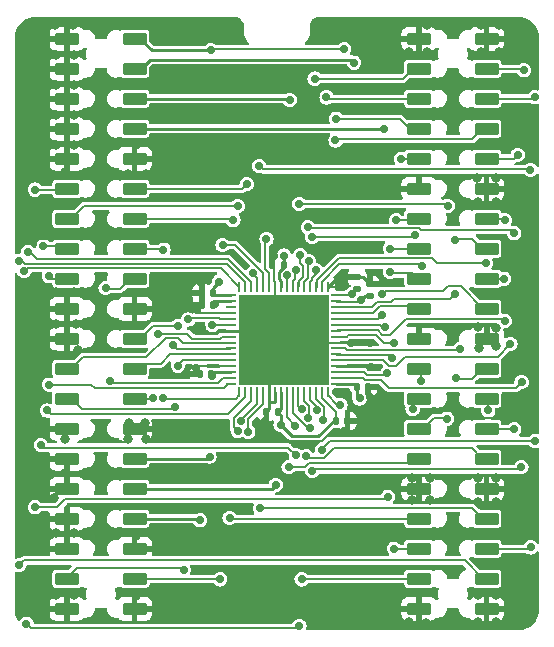
<source format=gbr>
G04 #@! TF.GenerationSoftware,KiCad,Pcbnew,7.0.10-7.0.10~ubuntu22.04.1*
G04 #@! TF.CreationDate,2024-02-20T17:40:51-05:00*
G04 #@! TF.ProjectId,caravel-breakout-qfn,63617261-7665-46c2-9d62-7265616b6f75,2.2*
G04 #@! TF.SameCoordinates,PX2dc6c00PY42c1d80*
G04 #@! TF.FileFunction,Copper,L1,Top*
G04 #@! TF.FilePolarity,Positive*
%FSLAX46Y46*%
G04 Gerber Fmt 4.6, Leading zero omitted, Abs format (unit mm)*
G04 Created by KiCad (PCBNEW 7.0.10-7.0.10~ubuntu22.04.1) date 2024-02-20 17:40:51*
%MOMM*%
%LPD*%
G01*
G04 APERTURE LIST*
G04 Aperture macros list*
%AMRoundRect*
0 Rectangle with rounded corners*
0 $1 Rounding radius*
0 $2 $3 $4 $5 $6 $7 $8 $9 X,Y pos of 4 corners*
0 Add a 4 corners polygon primitive as box body*
4,1,4,$2,$3,$4,$5,$6,$7,$8,$9,$2,$3,0*
0 Add four circle primitives for the rounded corners*
1,1,$1+$1,$2,$3*
1,1,$1+$1,$4,$5*
1,1,$1+$1,$6,$7*
1,1,$1+$1,$8,$9*
0 Add four rect primitives between the rounded corners*
20,1,$1+$1,$2,$3,$4,$5,0*
20,1,$1+$1,$4,$5,$6,$7,0*
20,1,$1+$1,$6,$7,$8,$9,0*
20,1,$1+$1,$8,$9,$2,$3,0*%
G04 Aperture macros list end*
G04 #@! TA.AperFunction,SMDPad,CuDef*
%ADD10RoundRect,0.140000X-0.170000X0.140000X-0.170000X-0.140000X0.170000X-0.140000X0.170000X0.140000X0*%
G04 #@! TD*
G04 #@! TA.AperFunction,SMDPad,CuDef*
%ADD11RoundRect,0.140000X0.140000X0.170000X-0.140000X0.170000X-0.140000X-0.170000X0.140000X-0.170000X0*%
G04 #@! TD*
G04 #@! TA.AperFunction,SMDPad,CuDef*
%ADD12RoundRect,0.140000X-0.140000X-0.170000X0.140000X-0.170000X0.140000X0.170000X-0.140000X0.170000X0*%
G04 #@! TD*
G04 #@! TA.AperFunction,ComponentPad*
%ADD13C,0.620000*%
G04 #@! TD*
G04 #@! TA.AperFunction,SMDPad,CuDef*
%ADD14RoundRect,0.102000X-0.898000X-0.408000X0.898000X-0.408000X0.898000X0.408000X-0.898000X0.408000X0*%
G04 #@! TD*
G04 #@! TA.AperFunction,SMDPad,CuDef*
%ADD15RoundRect,0.062500X-0.062500X0.362500X-0.062500X-0.362500X0.062500X-0.362500X0.062500X0.362500X0*%
G04 #@! TD*
G04 #@! TA.AperFunction,SMDPad,CuDef*
%ADD16RoundRect,0.062500X-0.362500X0.062500X-0.362500X-0.062500X0.362500X-0.062500X0.362500X0.062500X0*%
G04 #@! TD*
G04 #@! TA.AperFunction,SMDPad,CuDef*
%ADD17R,7.650000X7.650000*%
G04 #@! TD*
G04 #@! TA.AperFunction,ViaPad*
%ADD18C,0.800000*%
G04 #@! TD*
G04 #@! TA.AperFunction,ViaPad*
%ADD19C,0.700000*%
G04 #@! TD*
G04 #@! TA.AperFunction,Conductor*
%ADD20C,0.200000*%
G04 #@! TD*
G04 #@! TA.AperFunction,Conductor*
%ADD21C,0.250000*%
G04 #@! TD*
G04 #@! TA.AperFunction,Conductor*
%ADD22C,0.152400*%
G04 #@! TD*
G04 #@! TA.AperFunction,Conductor*
%ADD23C,0.180000*%
G04 #@! TD*
G04 APERTURE END LIST*
D10*
X30400000Y29580000D03*
X30400000Y28620000D03*
D11*
X30210000Y20900000D03*
X29250000Y20900000D03*
X22580000Y18800000D03*
X21620000Y18800000D03*
D12*
X16130000Y28850000D03*
X17090000Y28850000D03*
X16150000Y27850000D03*
X17110000Y27850000D03*
D11*
X16910000Y21950000D03*
X15950000Y21950000D03*
D12*
X22120000Y31200000D03*
X23080000Y31200000D03*
D13*
X7600000Y13600000D03*
D14*
X34550000Y50380000D03*
X40250000Y50380000D03*
X34550000Y47840000D03*
X40250000Y47840000D03*
X34550000Y45300000D03*
X40250000Y45300000D03*
X34550000Y42760000D03*
X40250000Y42760000D03*
X34550000Y40220000D03*
X40250000Y40220000D03*
X34550000Y37680000D03*
X40250000Y37680000D03*
X34550000Y35140000D03*
X40250000Y35140000D03*
X34550000Y32600000D03*
X40250000Y32600000D03*
X34550000Y30060000D03*
X40250000Y30060000D03*
X34550000Y27520000D03*
X40250000Y27520000D03*
X34550000Y24980000D03*
X40250000Y24980000D03*
X34550000Y22440000D03*
X40250000Y22440000D03*
X34550000Y19900000D03*
X40250000Y19900000D03*
X34550000Y17360000D03*
X40250000Y17360000D03*
X34550000Y14820000D03*
X40250000Y14820000D03*
X34550000Y12280000D03*
X40250000Y12280000D03*
X34550000Y9740000D03*
X40250000Y9740000D03*
X34550000Y7200000D03*
X40250000Y7200000D03*
X34550000Y4660000D03*
X40250000Y4660000D03*
X34550000Y2120000D03*
X40250000Y2120000D03*
D13*
X42500000Y15250000D03*
X42550000Y46400000D03*
X700000Y41550000D03*
X22050000Y34450000D03*
X700000Y37550000D03*
X24450000Y13400000D03*
X24750000Y45550000D03*
X25900000Y51700000D03*
X43150000Y6200000D03*
X43600000Y51700000D03*
D10*
X29300000Y30180000D03*
X29300000Y29220000D03*
D13*
X12900000Y51700000D03*
X32800000Y5300000D03*
X22800000Y15000000D03*
X24750000Y37550000D03*
X16950000Y50350000D03*
X15000000Y33000000D03*
X15000000Y37000000D03*
X2500000Y1800000D03*
X15100000Y1300000D03*
X37400000Y8900000D03*
X16850000Y13850000D03*
X15000000Y44000000D03*
X19650000Y15050000D03*
X19100000Y51700000D03*
X41300000Y31350000D03*
X23200000Y1300000D03*
D12*
X27520000Y18000000D03*
X28480000Y18000000D03*
D13*
X39300000Y18600000D03*
X37400000Y44000000D03*
X42550000Y41800000D03*
X16850000Y10600000D03*
X32700000Y51700000D03*
X700000Y33550000D03*
X7600000Y8400000D03*
X15000000Y47000000D03*
X7600000Y33850000D03*
D15*
X26830000Y29350000D03*
X26330000Y29350000D03*
X25830000Y29350000D03*
X25330000Y29350000D03*
X24830000Y29350000D03*
X24330000Y29350000D03*
X23830000Y29350000D03*
X23330000Y29350000D03*
X22830000Y29350000D03*
X22330000Y29350000D03*
X21830000Y29350000D03*
X21330000Y29350000D03*
X20830000Y29350000D03*
X20330000Y29350000D03*
X19830000Y29350000D03*
X19330000Y29350000D03*
D16*
X18630000Y28650000D03*
X18630000Y28150000D03*
X18630000Y27650000D03*
X18630000Y27150000D03*
X18630000Y26650000D03*
X18630000Y26150000D03*
X18630000Y25650000D03*
X18630000Y25150000D03*
X18630000Y24650000D03*
X18630000Y24150000D03*
X18630000Y23650000D03*
X18630000Y23150000D03*
X18630000Y22650000D03*
X18630000Y22150000D03*
X18630000Y21650000D03*
X18630000Y21150000D03*
D15*
X19330000Y20450000D03*
X19830000Y20450000D03*
X20330000Y20450000D03*
X20830000Y20450000D03*
X21330000Y20450000D03*
X21830000Y20450000D03*
X22330000Y20450000D03*
X22830000Y20450000D03*
X23330000Y20450000D03*
X23830000Y20450000D03*
X24330000Y20450000D03*
X24830000Y20450000D03*
X25330000Y20450000D03*
X25830000Y20450000D03*
X26330000Y20450000D03*
X26830000Y20450000D03*
D16*
X27530000Y21150000D03*
X27530000Y21650000D03*
X27530000Y22150000D03*
X27530000Y22650000D03*
X27530000Y23150000D03*
X27530000Y23650000D03*
X27530000Y24150000D03*
X27530000Y24650000D03*
X27530000Y25150000D03*
X27530000Y25650000D03*
X27530000Y26150000D03*
X27530000Y26650000D03*
X27530000Y27150000D03*
X27530000Y27650000D03*
X27530000Y28150000D03*
X27530000Y28650000D03*
D17*
X23080000Y24900000D03*
D13*
X29400000Y49450000D03*
X30000000Y17000000D03*
X24750000Y40850000D03*
X31100000Y7500000D03*
X16500000Y5300000D03*
X30000000Y12500000D03*
X17950000Y34100000D03*
X700000Y45550000D03*
X14850000Y28800000D03*
X30000000Y1500000D03*
X700000Y49550000D03*
X19950000Y39250000D03*
X15000000Y40500000D03*
X32750000Y18600000D03*
X44300000Y46800000D03*
D14*
X4750000Y50380000D03*
X10450000Y50380000D03*
X4750000Y47840000D03*
X10450000Y47840000D03*
X4750000Y45300000D03*
X10450000Y45300000D03*
X4750000Y42760000D03*
X10450000Y42760000D03*
X4750000Y40220000D03*
X10450000Y40220000D03*
X4750000Y37680000D03*
X10450000Y37680000D03*
X4750000Y35140000D03*
X10450000Y35140000D03*
X4750000Y32600000D03*
X10450000Y32600000D03*
X4750000Y30060000D03*
X10450000Y30060000D03*
X4750000Y27520000D03*
X10450000Y27520000D03*
X4750000Y24980000D03*
X10450000Y24980000D03*
X4750000Y22440000D03*
X10450000Y22440000D03*
X4750000Y19900000D03*
X10450000Y19900000D03*
X4750000Y17360000D03*
X10450000Y17360000D03*
X4750000Y14820000D03*
X10450000Y14820000D03*
X4750000Y12280000D03*
X10450000Y12280000D03*
X4750000Y9740000D03*
X10450000Y9740000D03*
X4750000Y7200000D03*
X10450000Y7200000D03*
X4750000Y4660000D03*
X10450000Y4660000D03*
X4750000Y2120000D03*
X10450000Y2120000D03*
D13*
X7600000Y1300000D03*
X37400000Y46500000D03*
X31700000Y40850000D03*
X30000000Y9000000D03*
X18800000Y5300000D03*
X3700000Y33900000D03*
X10600000Y28800000D03*
D18*
X3834000Y26200000D03*
D19*
X15700000Y25625000D03*
D18*
X41036000Y11176000D03*
X39536000Y13200000D03*
X2900000Y17400000D03*
X5334000Y49022000D03*
D19*
X21460398Y22350000D03*
D18*
X35448000Y11340000D03*
X4600000Y16500000D03*
D19*
X31700000Y37700000D03*
D18*
X5697290Y24004646D03*
X10600000Y3200000D03*
X39790000Y51562000D03*
X41045939Y13200000D03*
X33924000Y11340000D03*
X33694000Y49276000D03*
X12400000Y40200000D03*
X41290000Y49276000D03*
X39536000Y36576000D03*
X39523334Y25927684D03*
D19*
X30500003Y22540002D03*
X15400000Y17600000D03*
D18*
X5334000Y46482000D03*
X12400000Y7200000D03*
X3626319Y11472839D03*
X41090000Y25854943D03*
X5334000Y41402000D03*
X3750000Y51500000D03*
X35448000Y13200000D03*
X5500000Y26200000D03*
X5334000Y8500000D03*
X41036000Y38610000D03*
X41036000Y3302000D03*
X5334000Y3302000D03*
X41080025Y24319975D03*
X39536000Y11176000D03*
X2800000Y14800000D03*
X11430000Y38900000D03*
X9912561Y16450000D03*
X39446586Y38610000D03*
D19*
X21460398Y18008564D03*
D18*
X3834000Y41402000D03*
X41036000Y1016000D03*
D19*
X28804526Y24627838D03*
D18*
X4600000Y13600000D03*
D19*
X22226027Y31987117D03*
D18*
X9900000Y38900000D03*
X41036000Y36576000D03*
D19*
X28200000Y17200000D03*
D18*
X12500000Y2100000D03*
X2900000Y7200000D03*
X5334000Y28900000D03*
X11300000Y17870000D03*
X9950000Y17870000D03*
X39536000Y1016000D03*
X35150000Y900000D03*
X3800000Y28900000D03*
D19*
X30379021Y24627838D03*
D18*
X3800000Y23600000D03*
X10600000Y8300000D03*
X3834000Y43942000D03*
X35194000Y49276000D03*
X39536000Y3302000D03*
X35194000Y51562000D03*
X3834000Y3302000D03*
D19*
X15680000Y22500000D03*
X16000000Y29800000D03*
D18*
X4600000Y39100000D03*
X2800000Y40200000D03*
X39790000Y49276000D03*
X3834000Y46482000D03*
X2700000Y12300000D03*
X5250000Y51500000D03*
D19*
X15757543Y27419810D03*
D18*
X39650025Y24169100D03*
X11398439Y16450000D03*
X3834000Y8500000D03*
X5334000Y43942000D03*
D19*
X31419098Y29724526D03*
D18*
X10600000Y41402000D03*
X33650000Y950000D03*
X3834000Y49022000D03*
X41290000Y51562000D03*
D19*
X21460398Y27450000D03*
D18*
X33948000Y13200000D03*
D19*
X30400000Y20000000D03*
X28840000Y28760000D03*
X17600000Y29800000D03*
X28200000Y49500000D03*
X16900000Y49400000D03*
X29047349Y48347349D03*
X29607742Y28266998D03*
X31600000Y42700000D03*
X29503358Y19922303D03*
X22807859Y17670471D03*
X23600000Y45200000D03*
X23125510Y32017702D03*
X22400000Y12600000D03*
X37600000Y33300000D03*
X38000000Y24080000D03*
X32252865Y23347838D03*
X32600000Y35000000D03*
X41800000Y35000000D03*
X42271777Y24543885D03*
X31849357Y22067516D03*
X33000000Y40200000D03*
X43220000Y21300000D03*
X42881603Y40544569D03*
X27500000Y43600000D03*
X27882456Y19367544D03*
X27463293Y41769063D03*
X26416532Y18071734D03*
X25880000Y18909093D03*
X26700000Y45400000D03*
X44350000Y16329467D03*
X25170810Y18300347D03*
X26300380Y15557732D03*
X44325006Y45425006D03*
X25700000Y47000000D03*
X24620000Y19003648D03*
X25500000Y13800000D03*
X43400000Y47700000D03*
X25306356Y17400000D03*
X43200000Y14100000D03*
X24067859Y17589135D03*
X2520000Y15986908D03*
X24103263Y15098012D03*
X2000000Y37600000D03*
X20080000Y17100000D03*
X19946672Y38053328D03*
X19180000Y36200000D03*
X19460000Y17978689D03*
X8000000Y29249998D03*
X8399996Y21420000D03*
X18500000Y9800000D03*
X17900000Y32900000D03*
X21619998Y33400000D03*
X21100000Y10600000D03*
X23347381Y30330382D03*
X23499994Y14100000D03*
X24094251Y30795774D03*
X24981489Y15042134D03*
X24400000Y36400000D03*
X36900000Y18200000D03*
X36969998Y36229996D03*
X24489864Y32048887D03*
X25210474Y31540715D03*
X42600000Y33900000D03*
X42600000Y17300000D03*
X25119864Y34399673D03*
X34000000Y19000000D03*
X25499864Y33591009D03*
X34220000Y33719980D03*
X25783900Y30757257D03*
X40200000Y31400000D03*
X40400000Y18900000D03*
X34700000Y21430000D03*
X34830000Y31110000D03*
X37590000Y28766118D03*
X37699998Y21650000D03*
X31411494Y28740000D03*
X31400000Y26999998D03*
X32094098Y30628608D03*
X31615847Y25991750D03*
X41790288Y26496895D03*
X41750000Y30053187D03*
X32400000Y24607844D03*
X32100000Y32600000D03*
X18820000Y35000000D03*
X19188624Y17141575D03*
X2740000Y32782580D03*
X3026101Y18898038D03*
X12860000Y19912601D03*
X12900000Y32520000D03*
X3240000Y21088714D03*
X3235263Y30256943D03*
X14120000Y22700000D03*
X14115432Y26038700D03*
X13900000Y19180000D03*
X13670000Y24398700D03*
X12431049Y25390093D03*
X11980395Y19939047D03*
X14600000Y5400000D03*
X15000000Y26600000D03*
X17700000Y4600000D03*
X17050000Y26120000D03*
X650000Y31580000D03*
X680000Y5800000D03*
X24600000Y4600000D03*
X1106539Y30695642D03*
X1300000Y850000D03*
X24400000Y650000D03*
X44000000Y7300000D03*
X20999998Y39600000D03*
X43970000Y39245292D03*
X20480000Y30500000D03*
X32400000Y7200000D03*
X2020000Y10700000D03*
X1426928Y32312122D03*
X31900000Y11600000D03*
X17030000Y21853341D03*
X16800000Y15000000D03*
X17260000Y27875313D03*
X16000000Y9600000D03*
D20*
X28200000Y17200000D02*
X27200000Y17200000D01*
X18630000Y22650000D02*
X18627451Y22652549D01*
X22330000Y29792128D02*
X22330000Y29350000D01*
X26300000Y16300000D02*
X23168962Y16300000D01*
X22120000Y31200000D02*
X22120000Y31881090D01*
X15677353Y27500000D02*
X15757543Y27419810D01*
D21*
X16770405Y25445000D02*
X16750595Y25464810D01*
D20*
X28480000Y18000000D02*
X28480000Y17480000D01*
X22330000Y29350000D02*
X22330000Y25650000D01*
X15680000Y22500000D02*
X15680000Y22220000D01*
X23330000Y24650000D02*
X23080000Y24900000D01*
D21*
X21830000Y23650000D02*
X23080000Y24900000D01*
X21830000Y20450000D02*
X21830000Y23650000D01*
X29800000Y30180000D02*
X30400000Y29580000D01*
X27660000Y30180000D02*
X29300000Y30180000D01*
D20*
X15680000Y22220000D02*
X15950000Y21950000D01*
X23168962Y16300000D02*
X21460398Y18008564D01*
D21*
X17329595Y25445000D02*
X16770405Y25445000D01*
X10450000Y17360000D02*
X15160000Y17360000D01*
X16750595Y25464810D02*
X15860190Y25464810D01*
X2900000Y17400000D02*
X4710000Y17400000D01*
D20*
X18540380Y27150000D02*
X16027353Y27150000D01*
D21*
X17349405Y25464810D02*
X17329595Y25445000D01*
X15160000Y17360000D02*
X15400000Y17600000D01*
D20*
X16150000Y27850000D02*
X16150000Y27812267D01*
X27530000Y24650000D02*
X28782364Y24650000D01*
D21*
X21960000Y19630000D02*
X21830000Y19500000D01*
D20*
X22247381Y31072619D02*
X22247381Y29874747D01*
D21*
X40400000Y26100000D02*
X40844943Y26100000D01*
X30390005Y22650000D02*
X30500003Y22540002D01*
X40400000Y24980000D02*
X40400000Y26100000D01*
D20*
X16150000Y27812267D02*
X15757543Y27419810D01*
X21620000Y18800000D02*
X21620000Y18168166D01*
X27200000Y17200000D02*
X26300000Y16300000D01*
X28480000Y17480000D02*
X28200000Y17200000D01*
D21*
X40844943Y26100000D02*
X41090000Y25854943D01*
D20*
X30379021Y24627838D02*
X28804526Y24627838D01*
D22*
X34400000Y25750000D02*
X34650000Y26000000D01*
D20*
X27530000Y24650000D02*
X23330000Y24650000D01*
X30210000Y20190000D02*
X30400000Y20000000D01*
X22120000Y31200000D02*
X22247381Y31072619D01*
D22*
X39451018Y26000000D02*
X39523334Y25927684D01*
D20*
X16130000Y28850000D02*
X16130000Y29670000D01*
D21*
X26830000Y29350000D02*
X27660000Y30180000D01*
X17569564Y25650000D02*
X17384374Y25464810D01*
X15982543Y27194810D02*
X15757543Y27419810D01*
X21830000Y19500000D02*
X21830000Y19010000D01*
D20*
X16027353Y27150000D02*
X15982543Y27194810D01*
D21*
X29300000Y30180000D02*
X29800000Y30180000D01*
X30400000Y29580000D02*
X31274572Y29580000D01*
D20*
X28782364Y24650000D02*
X28804526Y24627838D01*
D21*
X22330000Y20450000D02*
X22330000Y19630000D01*
X22330000Y19630000D02*
X21960000Y19630000D01*
X40400000Y26100000D02*
X39695650Y26100000D01*
X22330000Y25650000D02*
X23080000Y24900000D01*
X21830000Y19010000D02*
X21620000Y18800000D01*
D20*
X16130000Y29670000D02*
X16000000Y29800000D01*
D21*
X34380000Y37700000D02*
X34400000Y37680000D01*
D22*
X39300000Y18600000D02*
X39650000Y18250000D01*
D21*
X18630000Y25650000D02*
X17569564Y25650000D01*
D20*
X22247381Y29874747D02*
X22330000Y29792128D01*
X22120000Y31881090D02*
X22226027Y31987117D01*
D21*
X18630000Y25650000D02*
X22330000Y25650000D01*
X31274572Y29580000D02*
X31419098Y29724526D01*
X21830000Y20450000D02*
X21830000Y19500000D01*
D22*
X34650000Y26000000D02*
X39451018Y26000000D01*
D21*
X4710000Y17400000D02*
X4750000Y17360000D01*
D20*
X10600000Y27520000D02*
X10620000Y27500000D01*
D21*
X31700000Y37700000D02*
X34380000Y37700000D01*
D20*
X30210000Y20900000D02*
X30210000Y20190000D01*
D21*
X15860190Y25464810D02*
X15700000Y25625000D01*
D20*
X10620000Y27500000D02*
X15677353Y27500000D01*
D22*
X39650000Y18250000D02*
X42600000Y18250000D01*
D20*
X21620000Y18168166D02*
X21460398Y18008564D01*
X15832549Y22652549D02*
X15680000Y22500000D01*
D22*
X34400000Y24980000D02*
X34400000Y25750000D01*
D21*
X39695650Y26100000D02*
X39523334Y25927684D01*
D20*
X18627451Y22652549D02*
X15832549Y22652549D01*
D21*
X17384374Y25464810D02*
X17349405Y25464810D01*
X27530000Y22650000D02*
X30390005Y22650000D01*
D20*
X28840000Y28760000D02*
X28690000Y28910000D01*
X28730000Y28650000D02*
X28840000Y28760000D01*
X28840000Y28760000D02*
X29300000Y29220000D01*
D21*
X17290000Y28650000D02*
X17090000Y28850000D01*
D20*
X28200000Y49500000D02*
X17000000Y49500000D01*
X17000000Y49500000D02*
X16900000Y49400000D01*
D21*
X10600000Y50380000D02*
X10920000Y50380000D01*
X17090000Y29290000D02*
X17600000Y29800000D01*
D20*
X27530000Y28650000D02*
X28730000Y28650000D01*
D21*
X11900000Y49400000D02*
X16900000Y49400000D01*
X10920000Y50380000D02*
X11900000Y49400000D01*
X18630000Y28650000D02*
X17290000Y28650000D01*
X17090000Y28850000D02*
X17090000Y29290000D01*
X10600000Y47840000D02*
X10990000Y47840000D01*
D20*
X27530000Y28150000D02*
X27570000Y28110000D01*
X27570000Y28110000D02*
X29420000Y28110000D01*
D21*
X30400000Y28620000D02*
X29960744Y28620000D01*
X10990000Y47840000D02*
X11750000Y48600000D01*
X29960744Y28620000D02*
X29607742Y28266998D01*
X28794698Y48600000D02*
X29047349Y48347349D01*
D20*
X29420000Y28110000D02*
X29460000Y28150000D01*
D21*
X11750000Y48600000D02*
X28794698Y48600000D01*
X10600000Y42760000D02*
X31540000Y42760000D01*
X29000000Y21150000D02*
X29250000Y20900000D01*
X31540000Y42760000D02*
X31600000Y42700000D01*
X29250000Y20175661D02*
X29503358Y19922303D01*
X29250000Y20900000D02*
X29250000Y20175661D01*
X27530000Y21150000D02*
X29000000Y21150000D01*
X22830000Y20450000D02*
X22830000Y19050000D01*
D20*
X27520000Y18780000D02*
X27520000Y18000000D01*
D21*
X22871463Y17905142D02*
X22880000Y17896605D01*
X22871463Y18464332D02*
X22871463Y17905142D01*
X27520000Y18000000D02*
X27298960Y18000000D01*
D20*
X26330000Y19970000D02*
X27520000Y18780000D01*
D21*
X23753330Y16725000D02*
X22807859Y17670471D01*
X22830000Y19050000D02*
X22580000Y18800000D01*
X23500000Y45300000D02*
X23600000Y45200000D01*
D20*
X26330000Y20450000D02*
X26330000Y19970000D01*
D21*
X22580000Y18800000D02*
X22580000Y18755795D01*
X22580000Y18755795D02*
X22871463Y18464332D01*
X22880000Y17742612D02*
X22807859Y17670471D01*
X22900000Y45300000D02*
X23500000Y45300000D01*
X22880000Y17896605D02*
X22880000Y17742612D01*
X10600000Y45300000D02*
X22900000Y45300000D01*
X26023960Y16725000D02*
X23753330Y16725000D01*
X27298960Y18000000D02*
X26023960Y16725000D01*
X22672381Y30050787D02*
X22672381Y30609977D01*
X10600000Y12280000D02*
X22080000Y12280000D01*
X23080000Y31200000D02*
X23080000Y31972192D01*
X23080000Y31972192D02*
X23125510Y32017702D01*
X22830000Y29893168D02*
X22672381Y30050787D01*
X22830000Y29350000D02*
X22830000Y29893168D01*
X23080000Y31017596D02*
X23080000Y31200000D01*
X22672381Y30609977D02*
X23080000Y31017596D01*
X22080000Y12280000D02*
X22400000Y12600000D01*
D20*
X37897838Y23977838D02*
X38000000Y24080000D01*
X39900000Y32600000D02*
X40400000Y32600000D01*
X27530000Y24150000D02*
X28235287Y24150000D01*
X37600000Y33300000D02*
X37750000Y33450000D01*
X28235287Y24150000D02*
X28407449Y23977838D01*
X37750000Y33450000D02*
X39050000Y33450000D01*
X28407449Y23977838D02*
X37897838Y23977838D01*
X39050000Y33450000D02*
X39900000Y32600000D01*
X27530000Y23650000D02*
X27609998Y23570002D01*
X34260000Y35000000D02*
X34400000Y35140000D01*
X32600000Y35000000D02*
X34260000Y35000000D01*
X32030701Y23570002D02*
X32252865Y23347838D01*
X27609998Y23570002D02*
X32030701Y23570002D01*
X41660000Y35140000D02*
X41800000Y35000000D01*
X31506962Y23190002D02*
X32024194Y22672770D01*
X32546104Y22672770D02*
X33323334Y23450000D01*
X41200000Y23450000D02*
X42271777Y24521777D01*
X33323334Y23450000D02*
X41200000Y23450000D01*
X27530000Y23150000D02*
X27570002Y23190002D01*
X42271777Y24521777D02*
X42271777Y24543885D01*
X32024194Y22672770D02*
X32546104Y22672770D01*
X27570002Y23190002D02*
X31506962Y23190002D01*
X40400000Y35140000D02*
X41660000Y35140000D01*
X29870728Y22150000D02*
X30130727Y21890000D01*
X27530000Y22150000D02*
X29870728Y22150000D01*
D23*
X33000000Y40200000D02*
X34380000Y40200000D01*
D20*
X31671841Y21890000D02*
X31849357Y22067516D01*
X30130727Y21890000D02*
X31671841Y21890000D01*
D23*
X34380000Y40200000D02*
X34400000Y40220000D01*
D20*
X29973326Y21510000D02*
X31299967Y21510000D01*
X27530000Y21650000D02*
X29833326Y21650000D01*
X32009967Y20800000D02*
X42720000Y20800000D01*
X29833326Y21650000D02*
X29973326Y21510000D01*
X40400000Y40220000D02*
X42557034Y40220000D01*
X31299967Y21510000D02*
X32009967Y20800000D01*
X42720000Y20800000D02*
X43220000Y21300000D01*
X42557034Y40220000D02*
X42881603Y40544569D01*
X26830000Y20450000D02*
X26830000Y20170000D01*
X26830000Y20170000D02*
X27632456Y19367544D01*
D23*
X33740000Y42760000D02*
X32900000Y43600000D01*
X34400000Y42760000D02*
X33740000Y42760000D01*
D20*
X27632456Y19367544D02*
X27882456Y19367544D01*
D23*
X32900000Y43600000D02*
X27500000Y43600000D01*
D20*
X26510000Y18165202D02*
X26416532Y18071734D01*
X25830000Y19850048D02*
X26510000Y19170048D01*
D23*
X39910000Y42760000D02*
X39000000Y41850000D01*
D20*
X25830000Y20450000D02*
X25830000Y19850048D01*
X26510000Y19170048D02*
X26510000Y18165202D01*
D23*
X27544230Y41850000D02*
X27463293Y41769063D01*
X40400000Y42760000D02*
X39860000Y42760000D01*
X40250000Y42760000D02*
X39910000Y42760000D01*
X39000000Y41850000D02*
X27544230Y41850000D01*
D20*
X25330000Y19780268D02*
X25880000Y19230268D01*
D23*
X26800000Y45300000D02*
X26700000Y45400000D01*
D20*
X25880000Y19230268D02*
X25880000Y18909093D01*
X25330000Y20450000D02*
X25330000Y19780268D01*
D23*
X34400000Y45300000D02*
X26800000Y45300000D01*
D20*
X40400000Y45300000D02*
X44200000Y45300000D01*
X24830000Y20450000D02*
X24830000Y19684603D01*
X25250000Y18379537D02*
X25170810Y18300347D01*
X24830000Y19684603D02*
X25250000Y19264603D01*
X26300380Y15557732D02*
X26300380Y15634694D01*
X26300380Y15634694D02*
X26995153Y16329467D01*
X25250000Y19264603D02*
X25250000Y18379537D01*
X44200000Y45300000D02*
X44325006Y45425006D01*
X26995153Y16329467D02*
X44350000Y16329467D01*
D23*
X34400000Y47840000D02*
X34040000Y47840000D01*
D20*
X24330000Y20450000D02*
X24330000Y19293648D01*
X24330000Y19293648D02*
X24620000Y19003648D01*
D23*
X34040000Y47840000D02*
X33200000Y47000000D01*
X33200000Y47000000D02*
X25700000Y47000000D01*
D20*
X23879463Y20400537D02*
X23879463Y18672960D01*
X25600000Y13900000D02*
X25500000Y13800000D01*
X43000000Y13900000D02*
X25600000Y13900000D01*
X25152423Y17400000D02*
X25306356Y17400000D01*
D23*
X43260000Y47840000D02*
X43400000Y47700000D01*
D20*
X43200000Y14100000D02*
X43000000Y13900000D01*
D23*
X40400000Y47840000D02*
X43260000Y47840000D01*
D20*
X23830000Y20450000D02*
X23879463Y20400537D01*
X23879463Y18672960D02*
X25152423Y17400000D01*
D23*
X2000000Y37600000D02*
X4520000Y37600000D01*
D20*
X23330000Y20450000D02*
X23330000Y18326994D01*
X2520000Y15986908D02*
X2756908Y15750000D01*
D23*
X4520000Y37600000D02*
X4600000Y37680000D01*
D20*
X23451275Y15750000D02*
X24103263Y15098012D01*
X23330000Y18326994D02*
X24067859Y17589135D01*
X2756908Y15750000D02*
X23451275Y15750000D01*
D23*
X20080000Y18178112D02*
X20080000Y17100000D01*
X10600000Y37680000D02*
X19573344Y37680000D01*
X21330000Y19428112D02*
X20080000Y18178112D01*
X19573344Y37680000D02*
X19946672Y38053328D01*
X21330000Y20450000D02*
X21330000Y19428112D01*
X5090000Y35140000D02*
X6150000Y36200000D01*
X19460000Y18067228D02*
X19460000Y17978689D01*
X4600000Y35140000D02*
X5090000Y35140000D01*
X6150000Y36200000D02*
X19180000Y36200000D01*
X20830000Y19437228D02*
X19460000Y18067228D01*
X20830000Y20450000D02*
X20830000Y19437228D01*
X16649590Y21220125D02*
X8599871Y21220125D01*
X8599871Y21220125D02*
X8399996Y21420000D01*
X8000000Y29249998D02*
X8039998Y29210000D01*
X8039998Y29210000D02*
X9260000Y29210000D01*
X10110000Y30060000D02*
X10450000Y30060000D01*
X17524955Y21213341D02*
X16656374Y21213341D01*
X9260000Y29210000D02*
X10110000Y30060000D01*
X17961614Y21650000D02*
X17524955Y21213341D01*
X16656374Y21213341D02*
X16649590Y21220125D01*
X18630000Y21650000D02*
X17961614Y21650000D01*
X21330000Y30562771D02*
X18992771Y32900000D01*
X18560000Y9740000D02*
X18500000Y9800000D01*
X34400000Y9740000D02*
X18560000Y9740000D01*
X18992771Y32900000D02*
X17900000Y32900000D01*
X21330000Y29350000D02*
X21330000Y30562771D01*
X39958969Y9740000D02*
X39048969Y10650000D01*
X21500000Y33280002D02*
X21619998Y33400000D01*
X21150000Y10650000D02*
X21100000Y10600000D01*
X39048969Y10650000D02*
X21150000Y10650000D01*
X21500000Y30901888D02*
X21500000Y33280002D01*
X21830000Y29350000D02*
X21830000Y30571888D01*
X40400000Y9740000D02*
X39958969Y9740000D01*
X21830000Y30571888D02*
X21500000Y30901888D01*
X34012000Y14432000D02*
X25254188Y14432000D01*
X23330000Y30313001D02*
X23347381Y30330382D01*
X23330000Y29350000D02*
X23330000Y30313001D01*
X24922188Y14100000D02*
X23499994Y14100000D01*
X25254188Y14432000D02*
X24922188Y14100000D01*
X34400000Y14820000D02*
X34012000Y14432000D01*
X27301816Y15682355D02*
X26499461Y14880000D01*
X24050000Y30059324D02*
X24050000Y30751523D01*
X39880000Y14820000D02*
X39017645Y15682355D01*
X24050000Y30751523D02*
X24094251Y30795774D01*
X23830000Y29839324D02*
X24050000Y30059324D01*
X23830000Y29350000D02*
X23830000Y29839324D01*
X40400000Y14820000D02*
X39880000Y14820000D01*
X25143623Y14880000D02*
X24981489Y15042134D01*
X26499461Y14880000D02*
X25143623Y14880000D01*
X39017645Y15682355D02*
X27301816Y15682355D01*
X34400000Y17360000D02*
X34910000Y17360000D01*
D20*
X24420000Y29929025D02*
X24724249Y30233274D01*
X36799994Y36400000D02*
X36969998Y36229996D01*
X24724247Y30407025D02*
X24724251Y30407029D01*
D23*
X34910000Y17360000D02*
X35800000Y18250000D01*
D20*
X24489864Y31370370D02*
X24489864Y32048887D01*
X24410000Y29430000D02*
X24410000Y29896064D01*
X24724251Y30407029D02*
X24724251Y31135982D01*
X24724249Y30233274D02*
X24724247Y30407025D01*
X24420000Y29906065D02*
X24420000Y29929025D01*
X24330000Y29350000D02*
X24410000Y29430000D01*
D23*
X35800000Y18250000D02*
X36850000Y18250000D01*
D20*
X24400000Y36400000D02*
X36799994Y36400000D01*
X24410000Y29896064D02*
X24420000Y29906065D01*
X24724251Y31135982D02*
X24489864Y31370370D01*
D23*
X36850000Y18250000D02*
X36900000Y18200000D01*
D20*
X34540955Y34350000D02*
X34690955Y34200000D01*
X24830000Y29350000D02*
X24830000Y29801623D01*
X34690955Y34200000D02*
X42300000Y34200000D01*
X24830000Y29801623D02*
X25104251Y30075877D01*
D23*
X40460000Y17300000D02*
X42600000Y17300000D01*
D20*
X25119864Y34399673D02*
X25169537Y34350000D01*
X25104251Y31434492D02*
X25210474Y31540715D01*
X25169537Y34350000D02*
X34540955Y34350000D01*
X42300000Y34200000D02*
X42600000Y33900000D01*
D23*
X40400000Y17360000D02*
X40460000Y17300000D01*
D20*
X25104251Y30075877D02*
X25104251Y31434492D01*
X25484253Y30121195D02*
X25783900Y30420842D01*
X25330000Y29350000D02*
X25330000Y29764223D01*
X34000000Y19500000D02*
X34400000Y19900000D01*
X25499864Y33591009D02*
X34091029Y33591009D01*
X25330000Y29764223D02*
X25484253Y29918480D01*
X25484253Y29918480D02*
X25484253Y30121195D01*
X25783900Y30420842D02*
X25783900Y30757257D01*
X34000000Y19000000D02*
X34000000Y19500000D01*
X34091029Y33591009D02*
X34220000Y33719980D01*
X27727599Y31810000D02*
X35609056Y31810000D01*
X25830000Y29350000D02*
X25870000Y29390000D01*
X25870000Y29390000D02*
X25870000Y29952401D01*
X25870000Y29952401D02*
X27727599Y31810000D01*
D23*
X40400000Y19900000D02*
X40400000Y18900000D01*
D20*
X35609056Y31810000D02*
X36019056Y31400000D01*
X36019056Y31400000D02*
X40200000Y31400000D01*
X26330000Y29350000D02*
X26330000Y29787652D01*
X26405000Y29862652D02*
X26405000Y29864386D01*
X27799222Y31258608D02*
X34681392Y31258608D01*
D23*
X34700000Y22140000D02*
X34700000Y21430000D01*
X34400000Y22440000D02*
X34700000Y22140000D01*
D20*
X26330000Y29787652D02*
X26405000Y29862652D01*
X34681392Y31258608D02*
X34830000Y31110000D01*
X26405000Y29864386D02*
X27799222Y31258608D01*
X27530000Y27650000D02*
X27563002Y27616998D01*
X40400000Y22440000D02*
X39890000Y22440000D01*
X37193882Y28370000D02*
X37590000Y28766118D01*
X37799998Y21550000D02*
X37699998Y21650000D01*
X27563002Y27616998D02*
X30516998Y27616998D01*
X39890000Y22440000D02*
X39000000Y21550000D01*
X30516998Y27616998D02*
X31010000Y28110000D01*
X39000000Y21550000D02*
X37799998Y21550000D01*
X32175955Y28110000D02*
X32435955Y28370000D01*
X32435955Y28370000D02*
X37193882Y28370000D01*
X31010000Y28110000D02*
X32175955Y28110000D01*
X34190000Y27730000D02*
X34400000Y27520000D01*
X30650000Y27150000D02*
X31230000Y27730000D01*
X31230000Y27730000D02*
X34190000Y27730000D01*
X27530000Y27150000D02*
X30650000Y27150000D01*
X36586151Y28982269D02*
X31653763Y28982269D01*
X31050002Y26650000D02*
X31400000Y26999998D01*
X39930000Y27520000D02*
X38053882Y29396118D01*
X31653763Y28982269D02*
X31411494Y28740000D01*
X27530000Y26650000D02*
X31050002Y26650000D01*
X38053882Y29396118D02*
X37000000Y29396118D01*
X37000000Y29396118D02*
X36586151Y28982269D01*
X40400000Y27520000D02*
X39930000Y27520000D01*
X33960000Y30500000D02*
X32222706Y30500000D01*
X32222706Y30500000D02*
X32094098Y30628608D01*
X31331864Y26019506D02*
X31588091Y26019506D01*
X31588091Y26019506D02*
X31615847Y25991750D01*
X31201370Y26150000D02*
X31331864Y26019506D01*
X34400000Y30060000D02*
X33960000Y30500000D01*
X27530000Y26150000D02*
X31201370Y26150000D01*
X41659499Y26627684D02*
X41790288Y26496895D01*
X40400000Y30060000D02*
X40406813Y30053187D01*
X31407402Y25309239D02*
X32106222Y25309239D01*
X27530000Y25650000D02*
X27570000Y25690000D01*
X40406813Y30053187D02*
X41750000Y30053187D01*
X33424667Y26627684D02*
X41659499Y26627684D01*
X31026641Y25690000D02*
X31407402Y25309239D01*
X27570000Y25690000D02*
X31026641Y25690000D01*
X32106222Y25309239D02*
X33424667Y26627684D01*
X27530000Y25150000D02*
X28407449Y25150000D01*
X28407449Y25150000D02*
X28535287Y25277838D01*
X30901400Y25277838D02*
X31571394Y24607844D01*
X28535287Y25277838D02*
X30901400Y25277838D01*
X32100000Y32600000D02*
X34400000Y32600000D01*
X31571394Y24607844D02*
X32400000Y24607844D01*
D23*
X10600000Y35140000D02*
X18680000Y35140000D01*
X18680000Y35140000D02*
X18820000Y35000000D01*
X20330000Y19725502D02*
X18840000Y18235502D01*
X18840000Y18235502D02*
X18840000Y17490199D01*
X20330000Y20450000D02*
X20330000Y19725502D01*
X18840000Y17490199D02*
X19188624Y17141575D01*
X4600000Y32600000D02*
X4400000Y32800000D01*
X18335226Y18560000D02*
X3364139Y18560000D01*
X4400000Y32800000D02*
X2757420Y32800000D01*
X19830000Y20450000D02*
X19830000Y20054774D01*
X19830000Y20054774D02*
X18335226Y18560000D01*
X3364139Y18560000D02*
X3026101Y18898038D01*
X2757420Y32800000D02*
X2740000Y32782580D01*
X12872601Y19900000D02*
X12860000Y19912601D01*
X19330000Y20450000D02*
X19330000Y20230000D01*
X19000000Y19900000D02*
X12872601Y19900000D01*
X19330000Y20230000D02*
X19000000Y19900000D01*
X12820000Y32600000D02*
X12900000Y32520000D01*
X10600000Y32600000D02*
X12820000Y32600000D01*
X18350000Y21150000D02*
X18000000Y20800000D01*
X7078406Y20800000D02*
X6789692Y21088714D01*
X4600000Y30060000D02*
X3432206Y30060000D01*
X18000000Y20800000D02*
X7078406Y20800000D01*
X18630000Y21150000D02*
X18350000Y21150000D01*
X3432206Y30060000D02*
X3235263Y30256943D01*
X6789692Y21088714D02*
X3240000Y21088714D01*
D20*
X11988700Y26038700D02*
X14115432Y26038700D01*
X14570000Y23150000D02*
X14120000Y22700000D01*
X18630000Y23150000D02*
X14570000Y23150000D01*
X10930000Y24980000D02*
X11988700Y26038700D01*
X10600000Y24980000D02*
X10930000Y24980000D01*
X13730000Y19010000D02*
X13900000Y19180000D01*
X5100000Y19900000D02*
X5990000Y19010000D01*
X18630000Y24150000D02*
X18539597Y24059597D01*
X4600000Y19900000D02*
X5128553Y19900000D01*
X14009103Y24059597D02*
X13670000Y24398700D01*
X4750000Y19900000D02*
X5100000Y19900000D01*
X18539597Y24059597D02*
X14009103Y24059597D01*
X5990000Y19010000D02*
X13730000Y19010000D01*
X11941348Y19900000D02*
X11980395Y19939047D01*
X12449656Y25408700D02*
X12431049Y25390093D01*
X18630000Y25150000D02*
X17851040Y25150000D01*
X15332512Y24975000D02*
X14898812Y25408700D01*
X10600000Y19900000D02*
X11941348Y19900000D01*
X14898812Y25408700D02*
X12449656Y25408700D01*
X17676040Y24975000D02*
X15332512Y24975000D01*
X17851040Y25150000D02*
X17676040Y24975000D01*
X4600000Y4660000D02*
X5540000Y5600000D01*
X18630000Y26650000D02*
X17700000Y26650000D01*
X15150000Y26750000D02*
X15000000Y26600000D01*
X5540000Y5600000D02*
X14400000Y5600000D01*
X14400000Y5600000D02*
X14600000Y5400000D01*
X17700000Y26650000D02*
X17600000Y26750000D01*
X17600000Y26750000D02*
X15150000Y26750000D01*
X11010000Y22850000D02*
X10600000Y22440000D01*
X18630000Y23650000D02*
X13450000Y23650000D01*
X13450000Y23650000D02*
X12650000Y22850000D01*
X12650000Y22850000D02*
X11010000Y22850000D01*
D23*
X17700000Y4600000D02*
X10660000Y4600000D01*
X18630000Y26150000D02*
X17080000Y26150000D01*
X10660000Y4600000D02*
X10600000Y4660000D01*
X17080000Y26150000D02*
X17050000Y26120000D01*
X39940000Y4660000D02*
X38400000Y6200000D01*
X1080000Y6200000D02*
X680000Y5800000D01*
X40250000Y4660000D02*
X39940000Y4660000D01*
X920000Y31580000D02*
X650000Y31580000D01*
X40440000Y4700000D02*
X40400000Y4660000D01*
X19830000Y29350000D02*
X19830000Y29745226D01*
X19830000Y29745226D02*
X18265226Y31310000D01*
X38400000Y6200000D02*
X1080000Y6200000D01*
X1190000Y31310000D02*
X920000Y31580000D01*
X18265226Y31310000D02*
X1190000Y31310000D01*
X1360897Y30950000D02*
X1106539Y30695642D01*
X24400000Y650000D02*
X24250000Y500000D01*
X34400000Y4660000D02*
X24660000Y4660000D01*
X24250000Y500000D02*
X1650000Y500000D01*
X19330000Y29350000D02*
X17730000Y30950000D01*
X24660000Y4660000D02*
X24600000Y4600000D01*
X17730000Y30950000D02*
X1360897Y30950000D01*
X1650000Y500000D02*
X1300000Y850000D01*
D20*
X14156355Y25028700D02*
X13090206Y25028700D01*
X18630000Y24650000D02*
X18575000Y24595000D01*
X6050000Y23400000D02*
X5090000Y22440000D01*
X18575000Y24595000D02*
X14590055Y24595000D01*
X13090206Y25028700D02*
X11461506Y23400000D01*
X11461506Y23400000D02*
X6050000Y23400000D01*
X14590055Y24595000D02*
X14156355Y25028700D01*
X5090000Y22440000D02*
X4600000Y22440000D01*
D23*
X40400000Y7200000D02*
X43900000Y7200000D01*
X20830000Y30150000D02*
X20480000Y30500000D01*
X20999998Y39600000D02*
X21299998Y39300000D01*
X43900000Y7200000D02*
X44000000Y7300000D01*
X20830000Y29350000D02*
X20830000Y30150000D01*
X21299998Y39300000D02*
X43915292Y39300000D01*
X43915292Y39300000D02*
X43970000Y39245292D01*
X18384342Y31700000D02*
X2169525Y31700000D01*
X1557403Y32312122D02*
X1426928Y32312122D01*
X34400000Y7200000D02*
X32400000Y7200000D01*
X2169525Y31700000D02*
X1557403Y32312122D01*
X20330000Y29350000D02*
X20330000Y29754342D01*
X20330000Y29754342D02*
X18384342Y31700000D01*
X31700000Y11400000D02*
X4600000Y11400000D01*
X4600000Y11400000D02*
X3900000Y10700000D01*
X3900000Y10700000D02*
X2020000Y10700000D01*
X31900000Y11600000D02*
X31700000Y11400000D01*
D21*
X10600000Y14820000D02*
X16620000Y14820000D01*
X16910000Y21950000D02*
X17110000Y22150000D01*
X16620000Y14820000D02*
X16800000Y15000000D01*
X17006659Y21853341D02*
X17030000Y21853341D01*
X17110000Y22150000D02*
X18630000Y22150000D01*
X16910000Y21950000D02*
X17006659Y21853341D01*
X15860000Y9740000D02*
X16000000Y9600000D01*
X18630000Y28150000D02*
X17534687Y28150000D01*
X17534687Y28150000D02*
X17260000Y27875313D01*
X10600000Y9740000D02*
X15860000Y9740000D01*
X17234687Y27850000D02*
X17260000Y27875313D01*
X17110000Y27850000D02*
X17234687Y27850000D01*
G04 #@! TA.AperFunction,Conductor*
G36*
X44664218Y6939947D02*
G01*
X44696971Y6878230D01*
X44699500Y6853315D01*
X44699500Y2004428D01*
X44699184Y1995582D01*
X44682834Y1766983D01*
X44680316Y1749471D01*
X44632543Y1529863D01*
X44627559Y1512888D01*
X44549019Y1302312D01*
X44541669Y1286218D01*
X44433959Y1088964D01*
X44424394Y1074081D01*
X44289710Y894164D01*
X44278124Y880793D01*
X44119207Y721876D01*
X44105836Y710290D01*
X43925919Y575606D01*
X43911036Y566041D01*
X43713782Y458331D01*
X43697688Y450981D01*
X43487112Y372441D01*
X43470137Y367457D01*
X43250529Y319684D01*
X43233017Y317166D01*
X43004418Y300816D01*
X42995572Y300500D01*
X25095117Y300500D01*
X25028078Y320185D01*
X24982323Y372989D01*
X24972379Y442147D01*
X24980555Y471951D01*
X24988940Y492194D01*
X25009716Y650000D01*
X24988940Y807806D01*
X24928030Y954858D01*
X24831134Y1081134D01*
X24704858Y1178030D01*
X24704857Y1178031D01*
X24704855Y1178032D01*
X24557809Y1238939D01*
X24557807Y1238940D01*
X24557806Y1238940D01*
X24478903Y1249328D01*
X24400001Y1259716D01*
X24399999Y1259716D01*
X24242194Y1238940D01*
X24242190Y1238939D01*
X24095144Y1178032D01*
X23968866Y1081134D01*
X23871969Y954857D01*
X23857965Y921047D01*
X23814124Y866644D01*
X23747830Y844579D01*
X23743404Y844500D01*
X2019185Y844500D01*
X1952146Y864185D01*
X1906391Y916989D01*
X1896246Y952314D01*
X1895229Y960031D01*
X1888940Y1007806D01*
X1828030Y1154858D01*
X1731134Y1281134D01*
X1604858Y1378030D01*
X1604857Y1378031D01*
X1604855Y1378032D01*
X1457809Y1438939D01*
X1457807Y1438940D01*
X1457806Y1438940D01*
X1378903Y1449328D01*
X1300001Y1459716D01*
X1299999Y1459716D01*
X1142194Y1438940D01*
X1142190Y1438939D01*
X995144Y1378032D01*
X868866Y1281134D01*
X771970Y1154858D01*
X766801Y1142379D01*
X722958Y1087977D01*
X656663Y1065915D01*
X588964Y1083196D01*
X543409Y1130409D01*
X484146Y1238940D01*
X458327Y1286223D01*
X450983Y1302306D01*
X372437Y1512897D01*
X367458Y1529856D01*
X319683Y1749471D01*
X317165Y1766983D01*
X309797Y1870000D01*
X3250001Y1870000D01*
X3250001Y1672542D01*
X3265495Y1554847D01*
X3326154Y1408401D01*
X3422648Y1282649D01*
X3548400Y1186155D01*
X3694846Y1125496D01*
X3812540Y1110001D01*
X4499999Y1110001D01*
X4500000Y1110002D01*
X4500000Y1870000D01*
X3250001Y1870000D01*
X309797Y1870000D01*
X300816Y1995582D01*
X300500Y2004428D01*
X300500Y2370000D01*
X3250000Y2370000D01*
X4500000Y2370000D01*
X4500000Y3130000D01*
X3812541Y3130000D01*
X3694846Y3114505D01*
X3548400Y3053846D01*
X3422648Y2957352D01*
X3326154Y2831600D01*
X3265495Y2685155D01*
X3265495Y2685154D01*
X3250000Y2567467D01*
X3250000Y2370000D01*
X300500Y2370000D01*
X300500Y5117310D01*
X320185Y5184349D01*
X372989Y5230104D01*
X442147Y5240048D01*
X471947Y5231873D01*
X522194Y5211060D01*
X661640Y5192702D01*
X679999Y5190284D01*
X680000Y5190284D01*
X680001Y5190284D01*
X696446Y5192450D01*
X837806Y5211060D01*
X984858Y5271970D01*
X1111134Y5368866D01*
X1208030Y5495142D01*
X1268940Y5642194D01*
X1282828Y5747687D01*
X1311094Y5811582D01*
X1369419Y5850053D01*
X1405767Y5855500D01*
X4994798Y5855500D01*
X5061837Y5835815D01*
X5107592Y5783011D01*
X5117536Y5713853D01*
X5088511Y5650297D01*
X5082479Y5643819D01*
X4899480Y5460819D01*
X4838157Y5427334D01*
X4811799Y5424500D01*
X3818169Y5424500D01*
X3748876Y5414405D01*
X3748869Y5414402D01*
X3641980Y5362149D01*
X3557851Y5278020D01*
X3505598Y5171131D01*
X3505595Y5171124D01*
X3495500Y5101831D01*
X3495500Y4218170D01*
X3505595Y4148877D01*
X3505596Y4148874D01*
X3505597Y4148871D01*
X3532306Y4094235D01*
X3557851Y4041981D01*
X3641980Y3957852D01*
X3641981Y3957852D01*
X3641982Y3957851D01*
X3748871Y3905597D01*
X3748875Y3905597D01*
X3748876Y3905596D01*
X3818169Y3895500D01*
X3818170Y3895500D01*
X5681831Y3895500D01*
X5751123Y3905596D01*
X5751123Y3905597D01*
X5751129Y3905597D01*
X5858018Y3957851D01*
X5858023Y3957857D01*
X5866378Y3963821D01*
X5868179Y3961298D01*
X5914693Y3986707D01*
X5984386Y3981736D01*
X5996725Y3976356D01*
X6068118Y3940501D01*
X6068119Y3940501D01*
X6068123Y3940499D01*
X6241110Y3899500D01*
X6241113Y3899500D01*
X6278140Y3899500D01*
X6345179Y3879815D01*
X6390934Y3827011D01*
X6400878Y3757853D01*
X6399031Y3747908D01*
X6355810Y3558543D01*
X6355808Y3558532D01*
X6350769Y3446326D01*
X6345710Y3333670D01*
X6373299Y3130000D01*
X6375926Y3110609D01*
X6397991Y3042700D01*
X6399986Y2972859D01*
X6363906Y2913026D01*
X6301205Y2882198D01*
X6287299Y2880594D01*
X6285732Y2880503D01*
X6218533Y2872649D01*
X6149662Y2884419D01*
X6105765Y2920324D01*
X6077352Y2957352D01*
X5951599Y3053846D01*
X5805153Y3114505D01*
X5687466Y3130000D01*
X5000000Y3130000D01*
X5000000Y1110001D01*
X5687459Y1110001D01*
X5805153Y1125496D01*
X5951599Y1186155D01*
X6077355Y1282651D01*
X6103580Y1316829D01*
X6160007Y1358033D01*
X6229753Y1362190D01*
X6230282Y1362067D01*
X6241110Y1359500D01*
X6241112Y1359500D01*
X6374285Y1359500D01*
X6374292Y1359500D01*
X6506577Y1374962D01*
X6673635Y1435766D01*
X6822168Y1533457D01*
X6944167Y1662769D01*
X7033057Y1816731D01*
X7084045Y1987042D01*
X7089131Y2074372D01*
X7112680Y2140151D01*
X7168055Y2182759D01*
X7237674Y2188664D01*
X7256491Y2183253D01*
X7265976Y2179693D01*
X7321345Y2169645D01*
X7487450Y2139500D01*
X7487453Y2139500D01*
X7656148Y2139500D01*
X7656155Y2139500D01*
X7824188Y2154623D01*
X7948770Y2189006D01*
X8018627Y2187867D01*
X8076782Y2149139D01*
X8104766Y2085118D01*
X8105546Y2076698D01*
X8105616Y2075489D01*
X8136488Y1900404D01*
X8206904Y1737161D01*
X8313067Y1594561D01*
X8449254Y1480286D01*
X8527990Y1440743D01*
X8608118Y1400501D01*
X8608119Y1400501D01*
X8608123Y1400499D01*
X8781110Y1359500D01*
X8781113Y1359500D01*
X8914285Y1359500D01*
X8914292Y1359500D01*
X8981466Y1367352D01*
X9050335Y1355583D01*
X9094234Y1319677D01*
X9122647Y1282649D01*
X9248400Y1186155D01*
X9394846Y1125496D01*
X9512540Y1110001D01*
X10199999Y1110001D01*
X10200000Y1110002D01*
X10200000Y1870000D01*
X10700000Y1870000D01*
X10700000Y1110001D01*
X11387459Y1110001D01*
X11505153Y1125496D01*
X11651599Y1186155D01*
X11777351Y1282649D01*
X11873845Y1408401D01*
X11934504Y1554846D01*
X11934504Y1554847D01*
X11949999Y1672534D01*
X11950000Y1672548D01*
X11950000Y1870000D01*
X33050001Y1870000D01*
X33050001Y1672542D01*
X33065495Y1554847D01*
X33126154Y1408401D01*
X33222648Y1282649D01*
X33348400Y1186155D01*
X33494846Y1125496D01*
X33612540Y1110001D01*
X34299999Y1110001D01*
X34300000Y1110002D01*
X34300000Y1870000D01*
X33050001Y1870000D01*
X11950000Y1870000D01*
X10700000Y1870000D01*
X10200000Y1870000D01*
X10200000Y3130000D01*
X10700000Y3130000D01*
X10700000Y2370000D01*
X11949999Y2370000D01*
X33050000Y2370000D01*
X34300000Y2370000D01*
X34300000Y3130000D01*
X33612541Y3130000D01*
X33494846Y3114505D01*
X33348400Y3053846D01*
X33222648Y2957352D01*
X33126154Y2831600D01*
X33065495Y2685155D01*
X33065495Y2685154D01*
X33050000Y2567467D01*
X33050000Y2370000D01*
X11949999Y2370000D01*
X11949999Y2567459D01*
X11934504Y2685154D01*
X11873845Y2831600D01*
X11777351Y2957352D01*
X11651599Y3053846D01*
X11505153Y3114505D01*
X11387466Y3130000D01*
X10700000Y3130000D01*
X10200000Y3130000D01*
X9512541Y3130000D01*
X9394846Y3114505D01*
X9248400Y3053846D01*
X9122647Y2957352D01*
X9096417Y2923168D01*
X9039989Y2881966D01*
X8970243Y2877812D01*
X8969449Y2877998D01*
X8958891Y2880500D01*
X8958890Y2880500D01*
X8921860Y2880500D01*
X8854821Y2900185D01*
X8809066Y2952989D01*
X8799122Y3022147D01*
X8800969Y3032092D01*
X8823315Y3130000D01*
X8844191Y3221463D01*
X8854290Y3446330D01*
X8824075Y3669387D01*
X8802007Y3737303D01*
X8800013Y3807141D01*
X8836093Y3866974D01*
X8898793Y3897803D01*
X8912725Y3899409D01*
X8914284Y3899500D01*
X8914292Y3899500D01*
X9046577Y3914962D01*
X9181690Y3964140D01*
X9220422Y3978236D01*
X9221547Y3975144D01*
X9275750Y3985183D01*
X9335122Y3962749D01*
X9341981Y3957852D01*
X9341982Y3957851D01*
X9448871Y3905597D01*
X9448875Y3905597D01*
X9448876Y3905596D01*
X9518169Y3895500D01*
X9518170Y3895500D01*
X11381831Y3895500D01*
X11451123Y3905596D01*
X11451123Y3905597D01*
X11451129Y3905597D01*
X11558018Y3957851D01*
X11642149Y4041982D01*
X11694403Y4148871D01*
X11694476Y4149377D01*
X11694727Y4149924D01*
X11697246Y4158073D01*
X11698316Y4157743D01*
X11723619Y4212877D01*
X11782467Y4250542D01*
X11817181Y4255500D01*
X17141239Y4255500D01*
X17208278Y4235815D01*
X17239614Y4206987D01*
X17268865Y4168867D01*
X17268866Y4168866D01*
X17395142Y4071970D01*
X17542194Y4011060D01*
X17681640Y3992702D01*
X17699999Y3990284D01*
X17700000Y3990284D01*
X17700001Y3990284D01*
X17716446Y3992450D01*
X17857806Y4011060D01*
X18004858Y4071970D01*
X18131134Y4168866D01*
X18228030Y4295142D01*
X18288940Y4442194D01*
X18309716Y4600000D01*
X18309675Y4600308D01*
X18304384Y4640500D01*
X18288940Y4757806D01*
X18238493Y4879597D01*
X18228031Y4904856D01*
X18228030Y4904857D01*
X18228030Y4904858D01*
X18131134Y5031134D01*
X18004858Y5128030D01*
X18004857Y5128031D01*
X18004855Y5128032D01*
X17857809Y5188939D01*
X17857807Y5188940D01*
X17857806Y5188940D01*
X17778903Y5199328D01*
X17700001Y5209716D01*
X17699999Y5209716D01*
X17542194Y5188940D01*
X17542190Y5188939D01*
X17395144Y5128032D01*
X17268865Y5031134D01*
X17239614Y4993013D01*
X17183186Y4951810D01*
X17141239Y4944500D01*
X15251211Y4944500D01*
X15184172Y4964185D01*
X15138417Y5016989D01*
X15128473Y5086147D01*
X15136650Y5115952D01*
X15164980Y5184349D01*
X15188940Y5242194D01*
X15209716Y5400000D01*
X15188940Y5557806D01*
X15136650Y5684048D01*
X15129181Y5753517D01*
X15160457Y5815996D01*
X15220546Y5851648D01*
X15251211Y5855500D01*
X38205941Y5855500D01*
X38272980Y5835815D01*
X38293622Y5819181D01*
X38512936Y5599867D01*
X38546421Y5538544D01*
X38541437Y5468852D01*
X38499565Y5412919D01*
X38467666Y5395664D01*
X38326366Y5344235D01*
X38259749Y5300420D01*
X38177832Y5246543D01*
X38177831Y5246543D01*
X38177831Y5246542D01*
X38055833Y5117233D01*
X37966944Y4963272D01*
X37915955Y4792959D01*
X37915954Y4792954D01*
X37910868Y4705630D01*
X37887318Y4639849D01*
X37831943Y4597242D01*
X37762323Y4591337D01*
X37743507Y4596748D01*
X37734022Y4600308D01*
X37512550Y4640500D01*
X37512547Y4640500D01*
X37343845Y4640500D01*
X37305399Y4637040D01*
X37175813Y4625378D01*
X37175807Y4625377D01*
X37051231Y4590995D01*
X36981370Y4592135D01*
X36923217Y4630863D01*
X36895233Y4694884D01*
X36894452Y4703317D01*
X36894381Y4704512D01*
X36894382Y4704520D01*
X36863511Y4879599D01*
X36793096Y5042838D01*
X36790382Y5046483D01*
X36686932Y5185440D01*
X36550746Y5299714D01*
X36550744Y5299715D01*
X36391881Y5379500D01*
X36391877Y5379501D01*
X36218890Y5420500D01*
X36085708Y5420500D01*
X35969958Y5406971D01*
X35953422Y5405038D01*
X35953419Y5405037D01*
X35779578Y5341764D01*
X35778488Y5344758D01*
X35723621Y5334884D01*
X35664879Y5357251D01*
X35658020Y5362149D01*
X35580589Y5400001D01*
X35551129Y5414403D01*
X35551126Y5414404D01*
X35551123Y5414405D01*
X35481831Y5424500D01*
X35481830Y5424500D01*
X33618170Y5424500D01*
X33618169Y5424500D01*
X33548876Y5414405D01*
X33548869Y5414402D01*
X33441980Y5362149D01*
X33357851Y5278020D01*
X33305598Y5171131D01*
X33305595Y5171125D01*
X33296781Y5110622D01*
X33267637Y5047121D01*
X33208788Y5009457D01*
X33174077Y5004500D01*
X25107937Y5004500D01*
X25040898Y5024185D01*
X25032450Y5030124D01*
X25015881Y5042838D01*
X24904858Y5128030D01*
X24904857Y5128031D01*
X24904855Y5128032D01*
X24757809Y5188939D01*
X24757807Y5188940D01*
X24757806Y5188940D01*
X24678903Y5199328D01*
X24600001Y5209716D01*
X24599999Y5209716D01*
X24442194Y5188940D01*
X24442190Y5188939D01*
X24295144Y5128032D01*
X24168866Y5031134D01*
X24071968Y4904856D01*
X24011061Y4757810D01*
X24011060Y4757806D01*
X23990284Y4600001D01*
X23990284Y4600000D01*
X24011060Y4442195D01*
X24011061Y4442191D01*
X24071968Y4295145D01*
X24071969Y4295143D01*
X24071970Y4295142D01*
X24168866Y4168866D01*
X24295142Y4071970D01*
X24442194Y4011060D01*
X24581640Y3992702D01*
X24599999Y3990284D01*
X24600000Y3990284D01*
X24600001Y3990284D01*
X24616446Y3992450D01*
X24757806Y4011060D01*
X24904858Y4071970D01*
X25031134Y4168866D01*
X25106426Y4266989D01*
X25162853Y4308189D01*
X25204801Y4315500D01*
X33174077Y4315500D01*
X33241116Y4295815D01*
X33286871Y4243011D01*
X33296781Y4209378D01*
X33305595Y4148876D01*
X33305596Y4148873D01*
X33305597Y4148871D01*
X33332306Y4094235D01*
X33357851Y4041981D01*
X33441980Y3957852D01*
X33441981Y3957852D01*
X33441982Y3957851D01*
X33548871Y3905597D01*
X33548875Y3905597D01*
X33548876Y3905596D01*
X33618169Y3895500D01*
X33618170Y3895500D01*
X35481831Y3895500D01*
X35551123Y3905596D01*
X35551123Y3905597D01*
X35551129Y3905597D01*
X35658018Y3957851D01*
X35658023Y3957857D01*
X35666378Y3963821D01*
X35668179Y3961298D01*
X35714693Y3986707D01*
X35784386Y3981736D01*
X35796725Y3976356D01*
X35868118Y3940501D01*
X35868119Y3940501D01*
X35868123Y3940499D01*
X36041110Y3899500D01*
X36041113Y3899500D01*
X36078140Y3899500D01*
X36145179Y3879815D01*
X36190934Y3827011D01*
X36200878Y3757853D01*
X36199031Y3747908D01*
X36155810Y3558543D01*
X36155808Y3558532D01*
X36150769Y3446326D01*
X36145710Y3333670D01*
X36173299Y3130000D01*
X36175926Y3110609D01*
X36197991Y3042700D01*
X36199986Y2972859D01*
X36163906Y2913026D01*
X36101205Y2882198D01*
X36087299Y2880594D01*
X36085732Y2880503D01*
X36018533Y2872649D01*
X35949662Y2884419D01*
X35905765Y2920324D01*
X35877352Y2957352D01*
X35751599Y3053846D01*
X35605153Y3114505D01*
X35487466Y3130000D01*
X34800000Y3130000D01*
X34800000Y1110001D01*
X35487459Y1110001D01*
X35605153Y1125496D01*
X35751599Y1186155D01*
X35877355Y1282651D01*
X35903580Y1316829D01*
X35960007Y1358033D01*
X36029753Y1362190D01*
X36030282Y1362067D01*
X36041110Y1359500D01*
X36041112Y1359500D01*
X36174285Y1359500D01*
X36174292Y1359500D01*
X36306577Y1374962D01*
X36473635Y1435766D01*
X36622168Y1533457D01*
X36744167Y1662769D01*
X36833057Y1816731D01*
X36884045Y1987042D01*
X36889131Y2074372D01*
X36912680Y2140151D01*
X36968055Y2182759D01*
X37037674Y2188664D01*
X37056491Y2183253D01*
X37065976Y2179693D01*
X37121345Y2169645D01*
X37287450Y2139500D01*
X37287453Y2139500D01*
X37456148Y2139500D01*
X37456155Y2139500D01*
X37624188Y2154623D01*
X37748770Y2189006D01*
X37818627Y2187867D01*
X37876782Y2149139D01*
X37904766Y2085118D01*
X37905546Y2076698D01*
X37905616Y2075489D01*
X37936488Y1900404D01*
X38006904Y1737161D01*
X38113067Y1594561D01*
X38249254Y1480286D01*
X38327990Y1440743D01*
X38408118Y1400501D01*
X38408119Y1400501D01*
X38408123Y1400499D01*
X38581110Y1359500D01*
X38581113Y1359500D01*
X38714285Y1359500D01*
X38714292Y1359500D01*
X38781466Y1367352D01*
X38850335Y1355583D01*
X38894234Y1319677D01*
X38922647Y1282649D01*
X39048400Y1186155D01*
X39194846Y1125496D01*
X39312540Y1110001D01*
X39999999Y1110001D01*
X40000000Y1110002D01*
X40000000Y1870000D01*
X40500000Y1870000D01*
X40500000Y1110001D01*
X41187459Y1110001D01*
X41305153Y1125496D01*
X41451599Y1186155D01*
X41577351Y1282649D01*
X41673845Y1408401D01*
X41734504Y1554846D01*
X41734504Y1554847D01*
X41749999Y1672534D01*
X41750000Y1672548D01*
X41750000Y1870000D01*
X40500000Y1870000D01*
X40000000Y1870000D01*
X40000000Y3130000D01*
X40500000Y3130000D01*
X40500000Y2370000D01*
X41749999Y2370000D01*
X41749999Y2567459D01*
X41734504Y2685154D01*
X41673845Y2831600D01*
X41577351Y2957352D01*
X41451599Y3053846D01*
X41305153Y3114505D01*
X41187466Y3130000D01*
X40500000Y3130000D01*
X40000000Y3130000D01*
X39312541Y3130000D01*
X39194846Y3114505D01*
X39048400Y3053846D01*
X38922647Y2957352D01*
X38896417Y2923168D01*
X38839989Y2881966D01*
X38770243Y2877812D01*
X38769449Y2877998D01*
X38758891Y2880500D01*
X38758890Y2880500D01*
X38721860Y2880500D01*
X38654821Y2900185D01*
X38609066Y2952989D01*
X38599122Y3022147D01*
X38600969Y3032092D01*
X38623315Y3130000D01*
X38644191Y3221463D01*
X38654290Y3446330D01*
X38624075Y3669387D01*
X38602007Y3737303D01*
X38600013Y3807141D01*
X38636093Y3866974D01*
X38698793Y3897803D01*
X38712725Y3899409D01*
X38714284Y3899500D01*
X38714292Y3899500D01*
X38846577Y3914962D01*
X38981690Y3964140D01*
X39020422Y3978236D01*
X39021547Y3975144D01*
X39075750Y3985183D01*
X39135122Y3962749D01*
X39141981Y3957852D01*
X39141982Y3957851D01*
X39248871Y3905597D01*
X39248875Y3905597D01*
X39248876Y3905596D01*
X39318169Y3895500D01*
X39318170Y3895500D01*
X41181831Y3895500D01*
X41251123Y3905596D01*
X41251123Y3905597D01*
X41251129Y3905597D01*
X41358018Y3957851D01*
X41442149Y4041982D01*
X41494403Y4148871D01*
X41494477Y4149375D01*
X41504500Y4218170D01*
X41504500Y5101831D01*
X41494404Y5171124D01*
X41494403Y5171125D01*
X41494403Y5171129D01*
X41442149Y5278018D01*
X41442148Y5278019D01*
X41442148Y5278020D01*
X41358019Y5362149D01*
X41280589Y5400001D01*
X41251129Y5414403D01*
X41251126Y5414404D01*
X41251123Y5414405D01*
X41181831Y5424500D01*
X41181830Y5424500D01*
X39714058Y5424500D01*
X39647019Y5444185D01*
X39626377Y5460819D01*
X38827063Y6260134D01*
X38793578Y6321457D01*
X38798562Y6391149D01*
X38840434Y6447082D01*
X38872332Y6464337D01*
X38977871Y6502749D01*
X39020422Y6518236D01*
X39021547Y6515144D01*
X39075750Y6525183D01*
X39135122Y6502749D01*
X39141981Y6497852D01*
X39141982Y6497851D01*
X39248871Y6445597D01*
X39248875Y6445597D01*
X39248876Y6445596D01*
X39318169Y6435500D01*
X39318170Y6435500D01*
X41181831Y6435500D01*
X41251123Y6445596D01*
X41251123Y6445597D01*
X41251129Y6445597D01*
X41358018Y6497851D01*
X41442149Y6581982D01*
X41494403Y6688871D01*
X41503219Y6749378D01*
X41532363Y6812879D01*
X41591212Y6850543D01*
X41625923Y6855500D01*
X43544193Y6855500D01*
X43611232Y6835815D01*
X43619676Y6829878D01*
X43695142Y6771970D01*
X43842194Y6711060D01*
X43981640Y6692702D01*
X43999999Y6690284D01*
X44000000Y6690284D01*
X44000001Y6690284D01*
X44016446Y6692450D01*
X44157806Y6711060D01*
X44304858Y6771970D01*
X44431134Y6868866D01*
X44477124Y6928802D01*
X44533552Y6970004D01*
X44603298Y6974159D01*
X44664218Y6939947D01*
G37*
G04 #@! TD.AperFunction*
G04 #@! TA.AperFunction,Conductor*
G36*
X2606795Y30585815D02*
G01*
X2652550Y30533011D01*
X2662494Y30463853D01*
X2654318Y30434052D01*
X2649832Y30423221D01*
X2646323Y30414749D01*
X2628530Y30279597D01*
X2625547Y30256943D01*
X2646133Y30100577D01*
X2646323Y30099138D01*
X2646324Y30099134D01*
X2707231Y29952088D01*
X2707232Y29952086D01*
X2707233Y29952085D01*
X2804129Y29825809D01*
X2930405Y29728913D01*
X3077457Y29668003D01*
X3216903Y29649645D01*
X3235262Y29647227D01*
X3235263Y29647227D01*
X3235264Y29647227D01*
X3276111Y29652605D01*
X3365191Y29664333D01*
X3434226Y29653568D01*
X3486482Y29607188D01*
X3504081Y29559273D01*
X3505595Y29548876D01*
X3505596Y29548873D01*
X3505597Y29548871D01*
X3523533Y29512182D01*
X3557851Y29441981D01*
X3641980Y29357852D01*
X3641981Y29357852D01*
X3641982Y29357851D01*
X3748871Y29305597D01*
X3748875Y29305597D01*
X3748876Y29305596D01*
X3818169Y29295500D01*
X3818170Y29295500D01*
X5681831Y29295500D01*
X5751123Y29305596D01*
X5751123Y29305597D01*
X5751129Y29305597D01*
X5858018Y29357851D01*
X5858023Y29357857D01*
X5866378Y29363821D01*
X5868179Y29361298D01*
X5914693Y29386707D01*
X5984386Y29381736D01*
X5996725Y29376356D01*
X6068118Y29340501D01*
X6068119Y29340501D01*
X6068123Y29340499D01*
X6241110Y29299500D01*
X6241113Y29299500D01*
X6374285Y29299500D01*
X6374292Y29299500D01*
X6506577Y29314962D01*
X6673635Y29375766D01*
X6822168Y29473457D01*
X6944167Y29602769D01*
X7033057Y29756731D01*
X7084045Y29927042D01*
X7094382Y30104520D01*
X7063511Y30279599D01*
X6997603Y30432388D01*
X6989126Y30501739D01*
X7019488Y30564667D01*
X7079052Y30601189D01*
X7111463Y30605500D01*
X8092021Y30605500D01*
X8159060Y30585815D01*
X8204815Y30533011D01*
X8214759Y30463853D01*
X8199408Y30419500D01*
X8166944Y30363272D01*
X8166943Y30363270D01*
X8166943Y30363269D01*
X8165219Y30357511D01*
X8115955Y30192959D01*
X8115954Y30192954D01*
X8105843Y30019344D01*
X8105618Y30015480D01*
X8107572Y30004400D01*
X8099826Y29934961D01*
X8055768Y29880733D01*
X8001641Y29859931D01*
X7863758Y29841777D01*
X7842194Y29838938D01*
X7842193Y29838938D01*
X7842190Y29838937D01*
X7695144Y29778030D01*
X7568866Y29681132D01*
X7471968Y29554854D01*
X7411061Y29407808D01*
X7411060Y29407804D01*
X7396275Y29295500D01*
X7390284Y29249998D01*
X7402988Y29153500D01*
X7411060Y29092193D01*
X7411061Y29092189D01*
X7471968Y28945143D01*
X7471969Y28945141D01*
X7471970Y28945140D01*
X7568866Y28818864D01*
X7695142Y28721968D01*
X7842194Y28661058D01*
X7981640Y28642700D01*
X7999999Y28640282D01*
X8000000Y28640282D01*
X8000001Y28640282D01*
X8016446Y28642448D01*
X8157806Y28661058D01*
X8304858Y28721968D01*
X8431134Y28818864D01*
X8431135Y28818866D01*
X8431137Y28818867D01*
X8436877Y28824607D01*
X8438248Y28823236D01*
X8486126Y28858191D01*
X8528069Y28865500D01*
X9239548Y28865500D01*
X9250354Y28865029D01*
X9290488Y28861517D01*
X9329440Y28871955D01*
X9339941Y28874283D01*
X9379643Y28881282D01*
X9379645Y28881283D01*
X9382293Y28882246D01*
X9405279Y28891768D01*
X9407838Y28892961D01*
X9413790Y28897129D01*
X9440850Y28916078D01*
X9449952Y28921877D01*
X9484856Y28942027D01*
X9510761Y28972902D01*
X9518036Y28980841D01*
X9637196Y29100001D01*
X15351209Y29100001D01*
X15351210Y29100000D01*
X15880000Y29100000D01*
X15880000Y29654506D01*
X15879998Y29654507D01*
X15733809Y29612035D01*
X15733806Y29612033D01*
X15594625Y29529722D01*
X15594616Y29529715D01*
X15480285Y29415384D01*
X15480278Y29415375D01*
X15397968Y29276196D01*
X15397966Y29276191D01*
X15352855Y29120919D01*
X15352854Y29120913D01*
X15351209Y29100001D01*
X9637196Y29100001D01*
X9796379Y29259184D01*
X9857701Y29292666D01*
X9884059Y29295500D01*
X11381831Y29295500D01*
X11451123Y29305596D01*
X11451123Y29305597D01*
X11451129Y29305597D01*
X11558018Y29357851D01*
X11642149Y29441982D01*
X11694403Y29548871D01*
X11704500Y29618170D01*
X11704500Y30481500D01*
X11724185Y30548539D01*
X11776989Y30594294D01*
X11828500Y30605500D01*
X17341626Y30605500D01*
X17408665Y30585815D01*
X17454420Y30533011D01*
X17464364Y30463853D01*
X17435339Y30400297D01*
X17389078Y30366939D01*
X17295144Y30328032D01*
X17168866Y30231134D01*
X17071968Y30104856D01*
X17011061Y29957810D01*
X17011060Y29957806D01*
X16990284Y29800001D01*
X16990284Y29799998D01*
X16990797Y29796100D01*
X16990284Y29792811D01*
X16990284Y29791873D01*
X16990138Y29791873D01*
X16980031Y29727064D01*
X16955539Y29692235D01*
X16858577Y29595273D01*
X16838727Y29579152D01*
X16829419Y29573071D01*
X16829418Y29573069D01*
X16821636Y29563071D01*
X16764923Y29522261D01*
X16695150Y29518590D01*
X16660665Y29532506D01*
X16526193Y29612033D01*
X16526190Y29612035D01*
X16380001Y29654507D01*
X16380000Y29654506D01*
X16380000Y28689434D01*
X16397166Y28657996D01*
X16400000Y28631638D01*
X16400000Y27724000D01*
X16380315Y27656961D01*
X16327511Y27611206D01*
X16276000Y27600000D01*
X15371210Y27600000D01*
X15372854Y27579090D01*
X15417968Y27423805D01*
X15496142Y27291621D01*
X15513325Y27223897D01*
X15491165Y27157635D01*
X15436699Y27113871D01*
X15389410Y27104500D01*
X15377615Y27104500D01*
X15310576Y27124185D01*
X15306247Y27127228D01*
X15304858Y27128031D01*
X15157809Y27188939D01*
X15157807Y27188940D01*
X15157806Y27188940D01*
X15078903Y27199328D01*
X15000001Y27209716D01*
X14999999Y27209716D01*
X14842194Y27188940D01*
X14842190Y27188939D01*
X14695144Y27128032D01*
X14568866Y27031134D01*
X14471968Y26904856D01*
X14411061Y26757810D01*
X14411060Y26757806D01*
X14408052Y26734959D01*
X14379784Y26671063D01*
X14321459Y26632593D01*
X14268928Y26628208D01*
X14115434Y26648416D01*
X14115431Y26648416D01*
X13957626Y26627640D01*
X13957622Y26627639D01*
X13810576Y26566732D01*
X13684295Y26469832D01*
X13662719Y26441713D01*
X13606291Y26400511D01*
X13564344Y26393200D01*
X12038327Y26393200D01*
X12012883Y26395839D01*
X12003554Y26397795D01*
X12003551Y26397795D01*
X11974326Y26394152D01*
X11960314Y26393283D01*
X11959322Y26393201D01*
X11940095Y26389993D01*
X11935034Y26389256D01*
X11886149Y26383162D01*
X11879042Y26381047D01*
X11872001Y26378629D01*
X11828655Y26355173D01*
X11824106Y26352831D01*
X11779859Y26331199D01*
X11773806Y26326878D01*
X11767951Y26322321D01*
X11734577Y26286067D01*
X11731030Y26282371D01*
X11229480Y25780819D01*
X11168157Y25747334D01*
X11141799Y25744500D01*
X9518169Y25744500D01*
X9448876Y25734405D01*
X9448869Y25734402D01*
X9341982Y25682150D01*
X9333622Y25676180D01*
X9331824Y25678699D01*
X9285260Y25653284D01*
X9215569Y25658281D01*
X9203282Y25663641D01*
X9131877Y25699501D01*
X8958890Y25740500D01*
X8825708Y25740500D01*
X8712108Y25727222D01*
X8693422Y25725038D01*
X8693419Y25725037D01*
X8526367Y25664236D01*
X8458675Y25619714D01*
X8377832Y25566543D01*
X8377831Y25566543D01*
X8377831Y25566542D01*
X8255833Y25437233D01*
X8166944Y25283272D01*
X8115955Y25112959D01*
X8115954Y25112954D01*
X8105618Y24935481D01*
X8105618Y24935480D01*
X8134101Y24773939D01*
X8136489Y24760401D01*
X8146911Y24736240D01*
X8206904Y24597161D01*
X8302673Y24468522D01*
X8313067Y24454561D01*
X8449254Y24340286D01*
X8527990Y24300743D01*
X8608118Y24260501D01*
X8608119Y24260501D01*
X8608123Y24260499D01*
X8781110Y24219500D01*
X8781113Y24219500D01*
X8914285Y24219500D01*
X8914292Y24219500D01*
X9046577Y24234962D01*
X9210940Y24294785D01*
X9220422Y24298236D01*
X9221547Y24295144D01*
X9275750Y24305183D01*
X9335122Y24282749D01*
X9341982Y24277851D01*
X9448871Y24225597D01*
X9448875Y24225597D01*
X9448876Y24225596D01*
X9518169Y24215500D01*
X9518170Y24215500D01*
X11381831Y24215500D01*
X11451122Y24225596D01*
X11451121Y24225596D01*
X11451129Y24225597D01*
X11451135Y24225601D01*
X11457191Y24227471D01*
X11527054Y24228458D01*
X11586360Y24191517D01*
X11616279Y24128378D01*
X11607314Y24059086D01*
X11581484Y24021318D01*
X11350986Y23790819D01*
X11289663Y23757334D01*
X11263305Y23754500D01*
X6099627Y23754500D01*
X6074183Y23757139D01*
X6064854Y23759095D01*
X6064851Y23759095D01*
X6035626Y23755452D01*
X6021614Y23754583D01*
X6020622Y23754501D01*
X6001395Y23751293D01*
X5996334Y23750556D01*
X5947449Y23744462D01*
X5940342Y23742347D01*
X5933301Y23739929D01*
X5889955Y23716473D01*
X5885406Y23714131D01*
X5841159Y23692499D01*
X5835106Y23688178D01*
X5829251Y23683621D01*
X5795877Y23647367D01*
X5792330Y23643671D01*
X5389480Y23240819D01*
X5328157Y23207334D01*
X5301799Y23204500D01*
X3818169Y23204500D01*
X3748876Y23194405D01*
X3748869Y23194402D01*
X3641980Y23142149D01*
X3557851Y23058020D01*
X3505598Y22951131D01*
X3505595Y22951124D01*
X3495500Y22881831D01*
X3495500Y21998170D01*
X3505595Y21928877D01*
X3505596Y21928873D01*
X3505597Y21928871D01*
X3543522Y21851293D01*
X3555280Y21782420D01*
X3527937Y21718124D01*
X3470172Y21678817D01*
X3405933Y21677127D01*
X3405863Y21676593D01*
X3402497Y21677037D01*
X3400327Y21676979D01*
X3400036Y21677057D01*
X3397810Y21677654D01*
X3240001Y21698430D01*
X3239999Y21698430D01*
X3082194Y21677654D01*
X3082190Y21677653D01*
X2935144Y21616746D01*
X2808866Y21519848D01*
X2711968Y21393570D01*
X2651061Y21246524D01*
X2651060Y21246520D01*
X2630284Y21088715D01*
X2630284Y21088714D01*
X2651060Y20930909D01*
X2651061Y20930905D01*
X2711968Y20783859D01*
X2711969Y20783857D01*
X2711970Y20783856D01*
X2808866Y20657580D01*
X2935142Y20560684D01*
X2935143Y20560684D01*
X2935144Y20560683D01*
X2954608Y20552621D01*
X3082194Y20499774D01*
X3209899Y20482961D01*
X3239999Y20478998D01*
X3239999Y20478999D01*
X3240000Y20478998D01*
X3358350Y20494580D01*
X3427383Y20483815D01*
X3479639Y20437435D01*
X3498525Y20370167D01*
X3497239Y20353767D01*
X3495500Y20341829D01*
X3495500Y19543492D01*
X3475815Y19476453D01*
X3423011Y19430698D01*
X3353853Y19420754D01*
X3324048Y19428931D01*
X3183910Y19486977D01*
X3183908Y19486978D01*
X3183907Y19486978D01*
X3105004Y19497366D01*
X3026102Y19507754D01*
X3026100Y19507754D01*
X2868295Y19486978D01*
X2868291Y19486977D01*
X2721245Y19426070D01*
X2594967Y19329172D01*
X2498069Y19202894D01*
X2437162Y19055848D01*
X2437161Y19055844D01*
X2416385Y18898038D01*
X2434844Y18757828D01*
X2437161Y18740233D01*
X2437162Y18740229D01*
X2498069Y18593183D01*
X2498070Y18593181D01*
X2498071Y18593180D01*
X2594967Y18466904D01*
X2721243Y18370008D01*
X2868295Y18309098D01*
X3026101Y18288322D01*
X3081756Y18295650D01*
X3150791Y18284885D01*
X3159945Y18280097D01*
X3174180Y18271878D01*
X3183293Y18266073D01*
X3216301Y18242961D01*
X3216302Y18242961D01*
X3216305Y18242959D01*
X3218830Y18241781D01*
X3241877Y18232235D01*
X3251214Y18228836D01*
X3307478Y18187409D01*
X3332412Y18122140D01*
X3323363Y18064863D01*
X3265496Y17925158D01*
X3265495Y17925154D01*
X3250000Y17807467D01*
X3250000Y17610000D01*
X4876000Y17610000D01*
X4943039Y17590315D01*
X4988794Y17537511D01*
X5000000Y17486000D01*
X5000000Y17234000D01*
X4980315Y17166961D01*
X4927511Y17121206D01*
X4876000Y17110000D01*
X3250001Y17110000D01*
X3250001Y16912542D01*
X3265495Y16794847D01*
X3326154Y16648401D01*
X3422648Y16522649D01*
X3548400Y16426155D01*
X3694846Y16365496D01*
X3801610Y16351439D01*
X3865506Y16323172D01*
X3903977Y16264848D01*
X3904808Y16194983D01*
X3867736Y16135760D01*
X3804530Y16105981D01*
X3785424Y16104500D01*
X3208452Y16104500D01*
X3141413Y16124185D01*
X3095658Y16176989D01*
X3093891Y16181047D01*
X3066926Y16246147D01*
X3048030Y16291766D01*
X2951134Y16418042D01*
X2824858Y16514938D01*
X2824857Y16514939D01*
X2824855Y16514940D01*
X2677809Y16575847D01*
X2677807Y16575848D01*
X2677806Y16575848D01*
X2598903Y16586236D01*
X2520001Y16596624D01*
X2519999Y16596624D01*
X2362194Y16575848D01*
X2362190Y16575847D01*
X2215144Y16514940D01*
X2088866Y16418042D01*
X1991968Y16291764D01*
X1931061Y16144718D01*
X1931060Y16144714D01*
X1913523Y16011507D01*
X1910284Y15986908D01*
X1912091Y15973179D01*
X1931060Y15829103D01*
X1931061Y15829099D01*
X1991968Y15682053D01*
X1991969Y15682051D01*
X1991970Y15682050D01*
X2088866Y15555774D01*
X2215142Y15458878D01*
X2362194Y15397968D01*
X2501640Y15379610D01*
X2519999Y15377192D01*
X2520000Y15377192D01*
X2520001Y15377192D01*
X2540416Y15379880D01*
X2662348Y15395933D01*
X2687477Y15395500D01*
X2687570Y15395500D01*
X2687613Y15395498D01*
X2698941Y15395302D01*
X2705079Y15394278D01*
X2712450Y15393359D01*
X2712453Y15393358D01*
X2712455Y15393359D01*
X2712456Y15393358D01*
X2748948Y15394868D01*
X2761682Y15395395D01*
X2766805Y15395500D01*
X3126000Y15395500D01*
X3193039Y15375815D01*
X3238794Y15323011D01*
X3250000Y15271500D01*
X3250000Y15070000D01*
X4876000Y15070000D01*
X4943039Y15050315D01*
X4988794Y14997511D01*
X5000000Y14946000D01*
X5000000Y13810001D01*
X5687459Y13810001D01*
X5805153Y13825496D01*
X5951599Y13886155D01*
X6077355Y13982651D01*
X6103580Y14016829D01*
X6160007Y14058033D01*
X6229753Y14062190D01*
X6230282Y14062067D01*
X6241110Y14059500D01*
X6241112Y14059500D01*
X6374285Y14059500D01*
X6374292Y14059500D01*
X6506577Y14074962D01*
X6673635Y14135766D01*
X6822168Y14233457D01*
X6944167Y14362769D01*
X7033057Y14516731D01*
X7084045Y14687042D01*
X7094382Y14864520D01*
X7063511Y15039599D01*
X6993096Y15202838D01*
X6993095Y15202839D01*
X6993094Y15202842D01*
X6989485Y15209093D01*
X6992215Y15210670D01*
X6972862Y15262981D01*
X6987894Y15331215D01*
X7037430Y15380489D01*
X7096569Y15395500D01*
X8109341Y15395500D01*
X8176380Y15375815D01*
X8222135Y15323011D01*
X8232079Y15253853D01*
X8216729Y15209501D01*
X8212884Y15202842D01*
X8166943Y15123269D01*
X8145102Y15050315D01*
X8115955Y14952959D01*
X8115954Y14952954D01*
X8105618Y14775481D01*
X8105618Y14775480D01*
X8136488Y14600404D01*
X8206904Y14437161D01*
X8302414Y14308870D01*
X8313067Y14294561D01*
X8449254Y14180286D01*
X8519150Y14145183D01*
X8608118Y14100501D01*
X8608119Y14100501D01*
X8608123Y14100499D01*
X8781110Y14059500D01*
X8781113Y14059500D01*
X8914285Y14059500D01*
X8914292Y14059500D01*
X9046577Y14074962D01*
X9181690Y14124140D01*
X9220422Y14138236D01*
X9221547Y14135144D01*
X9275750Y14145183D01*
X9335122Y14122749D01*
X9341981Y14117852D01*
X9341982Y14117851D01*
X9448871Y14065597D01*
X9448875Y14065597D01*
X9448876Y14065596D01*
X9518169Y14055500D01*
X9518170Y14055500D01*
X11381831Y14055500D01*
X11451123Y14065596D01*
X11451123Y14065597D01*
X11451129Y14065597D01*
X11558018Y14117851D01*
X11642149Y14201982D01*
X11694403Y14308871D01*
X11697043Y14326989D01*
X11698120Y14334379D01*
X11727265Y14397880D01*
X11786114Y14435543D01*
X11820824Y14440500D01*
X16546454Y14440500D01*
X16593902Y14431063D01*
X16642194Y14411060D01*
X16689302Y14404858D01*
X16799999Y14390284D01*
X16800000Y14390284D01*
X16800001Y14390284D01*
X16816446Y14392450D01*
X16957806Y14411060D01*
X17104858Y14471970D01*
X17231134Y14568866D01*
X17328030Y14695142D01*
X17388940Y14842194D01*
X17409716Y15000000D01*
X17388940Y15157806D01*
X17361501Y15224049D01*
X17354033Y15293517D01*
X17385308Y15355996D01*
X17445397Y15391648D01*
X17476063Y15395500D01*
X23253074Y15395500D01*
X23320113Y15375815D01*
X23340755Y15359181D01*
X23462915Y15237021D01*
X23496400Y15175698D01*
X23498173Y15133156D01*
X23493547Y15098015D01*
X23493547Y15098012D01*
X23506778Y14997511D01*
X23514323Y14940207D01*
X23514324Y14940203D01*
X23542275Y14872722D01*
X23549744Y14803252D01*
X23518468Y14740773D01*
X23458379Y14705122D01*
X23443900Y14702331D01*
X23407389Y14697525D01*
X23342188Y14688940D01*
X23342187Y14688940D01*
X23342184Y14688939D01*
X23195138Y14628032D01*
X23068860Y14531134D01*
X22971962Y14404856D01*
X22911055Y14257810D01*
X22911054Y14257806D01*
X22890278Y14100001D01*
X22890278Y14100000D01*
X22911054Y13942195D01*
X22911055Y13942191D01*
X22971962Y13795145D01*
X22971963Y13795143D01*
X22971964Y13795142D01*
X23068860Y13668866D01*
X23195136Y13571970D01*
X23342188Y13511060D01*
X23481634Y13492702D01*
X23499993Y13490284D01*
X23499994Y13490284D01*
X23499995Y13490284D01*
X23516440Y13492450D01*
X23657800Y13511060D01*
X23804852Y13571970D01*
X23931128Y13668866D01*
X23948107Y13690994D01*
X23960380Y13706987D01*
X24016808Y13748190D01*
X24058755Y13755500D01*
X24787398Y13755500D01*
X24854437Y13735815D01*
X24900192Y13683011D01*
X24910337Y13647687D01*
X24911060Y13642195D01*
X24911061Y13642191D01*
X24971968Y13495145D01*
X24971969Y13495143D01*
X24971970Y13495142D01*
X25068866Y13368866D01*
X25195142Y13271970D01*
X25342194Y13211060D01*
X25481640Y13192702D01*
X25499999Y13190284D01*
X25500000Y13190284D01*
X25500001Y13190284D01*
X25516446Y13192450D01*
X25657806Y13211060D01*
X25804858Y13271970D01*
X25931134Y13368866D01*
X26028030Y13495142D01*
X26028030Y13495145D01*
X26029445Y13496987D01*
X26085873Y13538189D01*
X26127821Y13545500D01*
X42934383Y13545500D01*
X42981835Y13536061D01*
X43042194Y13511060D01*
X43181640Y13492702D01*
X43199999Y13490284D01*
X43200000Y13490284D01*
X43200001Y13490284D01*
X43216446Y13492450D01*
X43357806Y13511060D01*
X43504858Y13571970D01*
X43631134Y13668866D01*
X43728030Y13795142D01*
X43788940Y13942194D01*
X43809716Y14100000D01*
X43788940Y14257806D01*
X43728030Y14404858D01*
X43631134Y14531134D01*
X43504858Y14628030D01*
X43504857Y14628031D01*
X43504855Y14628032D01*
X43357809Y14688939D01*
X43357807Y14688940D01*
X43357806Y14688940D01*
X43278903Y14699328D01*
X43200001Y14709716D01*
X43199999Y14709716D01*
X43042194Y14688940D01*
X43042190Y14688939D01*
X42895144Y14628032D01*
X42768866Y14531134D01*
X42671968Y14404856D01*
X42641397Y14331048D01*
X42597556Y14276644D01*
X42531262Y14254579D01*
X42526836Y14254500D01*
X41628500Y14254500D01*
X41561461Y14274185D01*
X41515706Y14326989D01*
X41504500Y14378500D01*
X41504500Y15261831D01*
X41494404Y15331124D01*
X41494403Y15331125D01*
X41494403Y15331129D01*
X41442149Y15438018D01*
X41442148Y15438019D01*
X41442148Y15438020D01*
X41358019Y15522149D01*
X41289236Y15555774D01*
X41251129Y15574403D01*
X41251126Y15574404D01*
X41251123Y15574405D01*
X41181831Y15584500D01*
X41181830Y15584500D01*
X39654059Y15584500D01*
X39587020Y15604185D01*
X39566378Y15620819D01*
X39423911Y15763286D01*
X39390426Y15824609D01*
X39395410Y15894301D01*
X39437282Y15950234D01*
X39502746Y15974651D01*
X39511592Y15974967D01*
X43798912Y15974967D01*
X43865951Y15955282D01*
X43897287Y15926454D01*
X43918863Y15898336D01*
X43918864Y15898335D01*
X43918866Y15898333D01*
X44045142Y15801437D01*
X44192194Y15740527D01*
X44331640Y15722169D01*
X44349999Y15719751D01*
X44350000Y15719751D01*
X44350001Y15719751D01*
X44366446Y15721917D01*
X44507806Y15740527D01*
X44528047Y15748912D01*
X44597514Y15756381D01*
X44659994Y15725107D01*
X44695648Y15665019D01*
X44699500Y15634351D01*
X44699500Y7746686D01*
X44679815Y7679647D01*
X44627011Y7633892D01*
X44557853Y7623948D01*
X44494297Y7652973D01*
X44477125Y7671199D01*
X44431136Y7731132D01*
X44431134Y7731133D01*
X44431134Y7731134D01*
X44304858Y7828030D01*
X44304857Y7828031D01*
X44304855Y7828032D01*
X44157809Y7888939D01*
X44157807Y7888940D01*
X44157806Y7888940D01*
X44057476Y7902149D01*
X44000001Y7909716D01*
X43999999Y7909716D01*
X43842194Y7888940D01*
X43842190Y7888939D01*
X43695144Y7828032D01*
X43568866Y7731134D01*
X43471970Y7604858D01*
X43471969Y7604856D01*
X43467023Y7598410D01*
X43465588Y7599511D01*
X43422350Y7558284D01*
X43365531Y7544500D01*
X41625923Y7544500D01*
X41558884Y7564185D01*
X41513129Y7616989D01*
X41503219Y7650622D01*
X41494404Y7711125D01*
X41494403Y7711127D01*
X41494403Y7711129D01*
X41442149Y7818018D01*
X41442148Y7818019D01*
X41442148Y7818020D01*
X41358019Y7902149D01*
X41305765Y7927694D01*
X41251129Y7954403D01*
X41251126Y7954404D01*
X41251123Y7954405D01*
X41181831Y7964500D01*
X41181830Y7964500D01*
X39318170Y7964500D01*
X39318169Y7964500D01*
X39248876Y7954405D01*
X39248869Y7954402D01*
X39141982Y7902150D01*
X39133622Y7896180D01*
X39131824Y7898699D01*
X39085260Y7873284D01*
X39015569Y7878281D01*
X39003282Y7883641D01*
X38931877Y7919501D01*
X38758890Y7960500D01*
X38625708Y7960500D01*
X38509958Y7946971D01*
X38493422Y7945038D01*
X38493419Y7945037D01*
X38326367Y7884236D01*
X38258675Y7839714D01*
X38177832Y7786543D01*
X38177831Y7786543D01*
X38177831Y7786542D01*
X38055833Y7657233D01*
X37966944Y7503272D01*
X37915955Y7332959D01*
X37915954Y7332954D01*
X37905618Y7155481D01*
X37905618Y7155480D01*
X37933889Y6995142D01*
X37936489Y6980401D01*
X37944769Y6961206D01*
X38006904Y6817161D01*
X38062452Y6742548D01*
X38086696Y6677019D01*
X38071664Y6608786D01*
X38022128Y6559511D01*
X37962989Y6544500D01*
X36843466Y6544500D01*
X36776427Y6564185D01*
X36730672Y6616989D01*
X36720728Y6686147D01*
X36741328Y6736069D01*
X36740556Y6736514D01*
X36743908Y6742321D01*
X36744001Y6742545D01*
X36744165Y6742767D01*
X36744164Y6742767D01*
X36744167Y6742769D01*
X36833057Y6896731D01*
X36884045Y7067042D01*
X36894382Y7244520D01*
X36863511Y7419599D01*
X36793096Y7582838D01*
X36789907Y7587121D01*
X36686932Y7725440D01*
X36550746Y7839714D01*
X36550744Y7839715D01*
X36391881Y7919500D01*
X36391877Y7919501D01*
X36218890Y7960500D01*
X36085708Y7960500D01*
X35969958Y7946971D01*
X35953422Y7945038D01*
X35953419Y7945037D01*
X35779578Y7881764D01*
X35778488Y7884758D01*
X35723621Y7874884D01*
X35664879Y7897251D01*
X35658020Y7902149D01*
X35587826Y7936464D01*
X35551129Y7954403D01*
X35551126Y7954404D01*
X35551123Y7954405D01*
X35481831Y7964500D01*
X35481830Y7964500D01*
X33618170Y7964500D01*
X33618169Y7964500D01*
X33548876Y7954405D01*
X33548869Y7954402D01*
X33441980Y7902149D01*
X33357851Y7818020D01*
X33305598Y7711131D01*
X33305595Y7711125D01*
X33296781Y7650622D01*
X33267637Y7587121D01*
X33208788Y7549457D01*
X33174077Y7544500D01*
X32958761Y7544500D01*
X32891722Y7564185D01*
X32860386Y7593013D01*
X32831134Y7631134D01*
X32767911Y7679647D01*
X32704858Y7728030D01*
X32704857Y7728031D01*
X32704855Y7728032D01*
X32557809Y7788939D01*
X32557807Y7788940D01*
X32557806Y7788940D01*
X32478903Y7799328D01*
X32400001Y7809716D01*
X32399999Y7809716D01*
X32242194Y7788940D01*
X32242190Y7788939D01*
X32095144Y7728032D01*
X31968866Y7631134D01*
X31871968Y7504856D01*
X31811061Y7357810D01*
X31811060Y7357806D01*
X31803450Y7300000D01*
X31790284Y7200000D01*
X31797894Y7142194D01*
X31811060Y7042195D01*
X31811061Y7042191D01*
X31871968Y6895145D01*
X31871969Y6895143D01*
X31871970Y6895142D01*
X31958012Y6783011D01*
X31968866Y6768866D01*
X31971458Y6766877D01*
X31973092Y6764639D01*
X31974612Y6763119D01*
X31974375Y6762883D01*
X32012662Y6710449D01*
X32016817Y6640703D01*
X31982606Y6579783D01*
X31920889Y6547029D01*
X31895973Y6544500D01*
X12064006Y6544500D01*
X11996967Y6564185D01*
X11951212Y6616989D01*
X11941067Y6684685D01*
X11949998Y6752531D01*
X11950000Y6752548D01*
X11950000Y6950000D01*
X10324000Y6950000D01*
X10256961Y6969685D01*
X10211206Y7022489D01*
X10200000Y7074000D01*
X10200000Y8210000D01*
X10700000Y8210000D01*
X10700000Y7450000D01*
X11949999Y7450000D01*
X11949999Y7647459D01*
X11934504Y7765154D01*
X11873845Y7911600D01*
X11777351Y8037352D01*
X11651599Y8133846D01*
X11505153Y8194505D01*
X11387466Y8210000D01*
X10700000Y8210000D01*
X10200000Y8210000D01*
X9512541Y8210000D01*
X9394846Y8194505D01*
X9248400Y8133846D01*
X9122647Y8037352D01*
X9096417Y8003168D01*
X9039989Y7961966D01*
X8970243Y7957812D01*
X8969449Y7957998D01*
X8958891Y7960500D01*
X8958890Y7960500D01*
X8825708Y7960500D01*
X8709958Y7946971D01*
X8693422Y7945038D01*
X8693419Y7945037D01*
X8526367Y7884236D01*
X8458675Y7839714D01*
X8377832Y7786543D01*
X8377831Y7786543D01*
X8377831Y7786542D01*
X8255833Y7657233D01*
X8166944Y7503272D01*
X8115955Y7332959D01*
X8115954Y7332954D01*
X8105618Y7155481D01*
X8105618Y7155480D01*
X8133889Y6995142D01*
X8136489Y6980401D01*
X8144769Y6961206D01*
X8206904Y6817161D01*
X8262452Y6742548D01*
X8286696Y6677019D01*
X8271664Y6608786D01*
X8222128Y6559511D01*
X8162989Y6544500D01*
X7043466Y6544500D01*
X6976427Y6564185D01*
X6930672Y6616989D01*
X6920728Y6686147D01*
X6941328Y6736069D01*
X6940556Y6736514D01*
X6943908Y6742321D01*
X6944001Y6742545D01*
X6944165Y6742767D01*
X6944164Y6742767D01*
X6944167Y6742769D01*
X7033057Y6896731D01*
X7084045Y7067042D01*
X7094382Y7244520D01*
X7063511Y7419599D01*
X6993096Y7582838D01*
X6989907Y7587121D01*
X6886932Y7725440D01*
X6750746Y7839714D01*
X6750744Y7839715D01*
X6591881Y7919500D01*
X6591877Y7919501D01*
X6418890Y7960500D01*
X6285708Y7960500D01*
X6275889Y7959353D01*
X6218533Y7952649D01*
X6149662Y7964419D01*
X6105765Y8000324D01*
X6077352Y8037352D01*
X5951599Y8133846D01*
X5805153Y8194505D01*
X5687466Y8210000D01*
X5000000Y8210000D01*
X5000000Y7074000D01*
X4980315Y7006961D01*
X4927511Y6961206D01*
X4876000Y6950000D01*
X3250001Y6950000D01*
X3250001Y6752542D01*
X3258934Y6684685D01*
X3248168Y6615649D01*
X3201788Y6563394D01*
X3135995Y6544500D01*
X1100440Y6544500D01*
X1089633Y6544972D01*
X1087269Y6545179D01*
X1049511Y6548483D01*
X1049510Y6548483D01*
X1010596Y6538057D01*
X1000045Y6535718D01*
X960361Y6528720D01*
X957745Y6527768D01*
X934660Y6518205D01*
X932162Y6517040D01*
X899155Y6493929D01*
X890038Y6488121D01*
X855144Y6467974D01*
X855142Y6467973D01*
X837425Y6446858D01*
X779253Y6408157D01*
X726253Y6403627D01*
X680001Y6409716D01*
X679999Y6409716D01*
X522194Y6388940D01*
X471951Y6368129D01*
X402482Y6360661D01*
X340003Y6391937D01*
X304351Y6452026D01*
X300500Y6482691D01*
X300500Y7450000D01*
X3250000Y7450000D01*
X4500000Y7450000D01*
X4500000Y8210000D01*
X3812541Y8210000D01*
X3694846Y8194505D01*
X3548400Y8133846D01*
X3422648Y8037352D01*
X3326154Y7911600D01*
X3265495Y7765155D01*
X3265495Y7765154D01*
X3250000Y7647467D01*
X3250000Y7450000D01*
X300500Y7450000D01*
X300500Y9490000D01*
X3250001Y9490000D01*
X3250001Y9292542D01*
X3265495Y9174847D01*
X3326154Y9028401D01*
X3422648Y8902649D01*
X3548400Y8806155D01*
X3694846Y8745496D01*
X3812540Y8730001D01*
X4499999Y8730001D01*
X4500000Y8730002D01*
X4500000Y9490000D01*
X3250001Y9490000D01*
X300500Y9490000D01*
X300500Y10700000D01*
X1410284Y10700000D01*
X1431060Y10542195D01*
X1431061Y10542191D01*
X1491968Y10395145D01*
X1491969Y10395143D01*
X1491970Y10395142D01*
X1588866Y10268866D01*
X1715142Y10171970D01*
X1715143Y10171970D01*
X1715144Y10171969D01*
X1734738Y10163853D01*
X1862194Y10111060D01*
X2001640Y10092702D01*
X2019999Y10090284D01*
X2020000Y10090284D01*
X2020001Y10090284D01*
X2036446Y10092450D01*
X2177806Y10111060D01*
X2324858Y10171970D01*
X2451134Y10268866D01*
X2468113Y10290994D01*
X2480386Y10306987D01*
X2536814Y10348190D01*
X2578761Y10355500D01*
X3130728Y10355500D01*
X3197767Y10335815D01*
X3243522Y10283011D01*
X3253667Y10215315D01*
X3250001Y10187470D01*
X3250000Y10187453D01*
X3250000Y9990000D01*
X4500000Y9990000D01*
X4500000Y10750000D01*
X5000000Y10750000D01*
X5000000Y8730001D01*
X5687459Y8730001D01*
X5805153Y8745496D01*
X5951599Y8806155D01*
X6077355Y8902651D01*
X6103580Y8936829D01*
X6160007Y8978033D01*
X6229753Y8982190D01*
X6230282Y8982067D01*
X6241110Y8979500D01*
X6241112Y8979500D01*
X6374285Y8979500D01*
X6374292Y8979500D01*
X6506577Y8994962D01*
X6673635Y9055766D01*
X6822168Y9153457D01*
X6944167Y9282769D01*
X7033057Y9436731D01*
X7084045Y9607042D01*
X7089196Y9695480D01*
X8105618Y9695480D01*
X8122453Y9600000D01*
X8136489Y9520401D01*
X8147385Y9495142D01*
X8206904Y9357161D01*
X8302414Y9228870D01*
X8313067Y9214561D01*
X8449254Y9100286D01*
X8505636Y9071970D01*
X8608118Y9020501D01*
X8608119Y9020501D01*
X8608123Y9020499D01*
X8781110Y8979500D01*
X8781113Y8979500D01*
X8914285Y8979500D01*
X8914292Y8979500D01*
X9046577Y8994962D01*
X9181690Y9044140D01*
X9220422Y9058236D01*
X9221547Y9055144D01*
X9275750Y9065183D01*
X9335122Y9042749D01*
X9341981Y9037852D01*
X9341982Y9037851D01*
X9448871Y8985597D01*
X9448875Y8985597D01*
X9448876Y8985596D01*
X9518169Y8975500D01*
X9518170Y8975500D01*
X11381831Y8975500D01*
X11451123Y8985596D01*
X11451123Y8985597D01*
X11451129Y8985597D01*
X11558018Y9037851D01*
X11642149Y9121982D01*
X11694403Y9228871D01*
X11698120Y9254379D01*
X11727265Y9317880D01*
X11786114Y9355543D01*
X11820824Y9360500D01*
X15362644Y9360500D01*
X15429683Y9340815D01*
X15470030Y9298502D01*
X15471967Y9295147D01*
X15471969Y9295145D01*
X15471970Y9295142D01*
X15568866Y9168866D01*
X15695142Y9071970D01*
X15695143Y9071970D01*
X15695144Y9071969D01*
X15734265Y9055765D01*
X15842194Y9011060D01*
X15981640Y8992702D01*
X15999999Y8990284D01*
X16000000Y8990284D01*
X16000001Y8990284D01*
X16016446Y8992450D01*
X16157806Y9011060D01*
X16304858Y9071970D01*
X16431134Y9168866D01*
X16528030Y9295142D01*
X16588940Y9442194D01*
X16609716Y9600000D01*
X16588940Y9757806D01*
X16528030Y9904858D01*
X16431134Y10031134D01*
X16304858Y10128030D01*
X16304857Y10128031D01*
X16304855Y10128032D01*
X16157809Y10188939D01*
X16157807Y10188940D01*
X16157806Y10188940D01*
X16078903Y10199328D01*
X16000001Y10209716D01*
X15999999Y10209716D01*
X15842194Y10188940D01*
X15842190Y10188939D01*
X15697335Y10128939D01*
X15649883Y10119500D01*
X11820824Y10119500D01*
X11753785Y10139185D01*
X11708030Y10191989D01*
X11698120Y10225621D01*
X11696532Y10236514D01*
X11694403Y10251129D01*
X11642149Y10358018D01*
X11642148Y10358019D01*
X11642148Y10358020D01*
X11558019Y10442149D01*
X11505765Y10467694D01*
X11451129Y10494403D01*
X11451126Y10494404D01*
X11451123Y10494405D01*
X11381831Y10504500D01*
X11381830Y10504500D01*
X9518170Y10504500D01*
X9518169Y10504500D01*
X9448876Y10494405D01*
X9448869Y10494402D01*
X9341982Y10442150D01*
X9333622Y10436180D01*
X9331824Y10438699D01*
X9285260Y10413284D01*
X9215569Y10418281D01*
X9203282Y10423641D01*
X9131877Y10459501D01*
X8958890Y10500500D01*
X8825708Y10500500D01*
X8709958Y10486971D01*
X8693422Y10485038D01*
X8693419Y10485037D01*
X8526367Y10424236D01*
X8458675Y10379714D01*
X8377832Y10326543D01*
X8377831Y10326543D01*
X8377831Y10326542D01*
X8255833Y10197233D01*
X8166944Y10043272D01*
X8115955Y9872959D01*
X8115954Y9872954D01*
X8105618Y9695481D01*
X8105618Y9695480D01*
X7089196Y9695480D01*
X7094382Y9784520D01*
X7063511Y9959599D01*
X6993096Y10122838D01*
X6989229Y10128032D01*
X6921643Y10218816D01*
X6886933Y10265439D01*
X6839190Y10305500D01*
X6750746Y10379714D01*
X6750744Y10379715D01*
X6591881Y10459500D01*
X6591877Y10459501D01*
X6418890Y10500500D01*
X6285708Y10500500D01*
X6275889Y10499353D01*
X6218533Y10492649D01*
X6149662Y10504419D01*
X6105765Y10540324D01*
X6077352Y10577352D01*
X5951599Y10673846D01*
X5805153Y10734505D01*
X5687466Y10750000D01*
X5000000Y10750000D01*
X4500000Y10750000D01*
X4500000Y10761442D01*
X4519685Y10828481D01*
X4536312Y10849116D01*
X4706379Y11019182D01*
X4767703Y11052666D01*
X4794060Y11055500D01*
X20448789Y11055500D01*
X20515828Y11035815D01*
X20561583Y10983011D01*
X20571527Y10913853D01*
X20563350Y10884048D01*
X20511061Y10757810D01*
X20511060Y10757806D01*
X20503450Y10700000D01*
X20490284Y10600000D01*
X20508781Y10459501D01*
X20511060Y10442195D01*
X20511061Y10442191D01*
X20567679Y10305500D01*
X20571970Y10295142D01*
X20580531Y10283985D01*
X20605724Y10218816D01*
X20591685Y10150371D01*
X20542871Y10100382D01*
X20482154Y10084500D01*
X19104801Y10084500D01*
X19037762Y10104185D01*
X19006427Y10133011D01*
X18931134Y10231134D01*
X18804858Y10328030D01*
X18804857Y10328031D01*
X18804855Y10328032D01*
X18657809Y10388939D01*
X18657807Y10388940D01*
X18657806Y10388940D01*
X18578903Y10399328D01*
X18500001Y10409716D01*
X18499999Y10409716D01*
X18342194Y10388940D01*
X18342190Y10388939D01*
X18195144Y10328032D01*
X18068866Y10231134D01*
X17971968Y10104856D01*
X17911061Y9957810D01*
X17911060Y9957806D01*
X17890284Y9800000D01*
X17904044Y9695481D01*
X17911060Y9642195D01*
X17911061Y9642191D01*
X17971968Y9495145D01*
X17971969Y9495143D01*
X17971970Y9495142D01*
X18068866Y9368866D01*
X18195142Y9271970D01*
X18342194Y9211060D01*
X18481640Y9192702D01*
X18499999Y9190284D01*
X18500000Y9190284D01*
X18500001Y9190284D01*
X18516446Y9192450D01*
X18657806Y9211060D01*
X18804858Y9271970D01*
X18931134Y9368866D01*
X18931134Y9368867D01*
X18932450Y9369876D01*
X18997619Y9395070D01*
X19007937Y9395500D01*
X33174077Y9395500D01*
X33241116Y9375815D01*
X33286871Y9323011D01*
X33296781Y9289378D01*
X33305595Y9228876D01*
X33305596Y9228873D01*
X33305597Y9228871D01*
X33312593Y9214561D01*
X33357851Y9121981D01*
X33441980Y9037852D01*
X33441981Y9037852D01*
X33441982Y9037851D01*
X33548871Y8985597D01*
X33548875Y8985597D01*
X33548876Y8985596D01*
X33618169Y8975500D01*
X33618170Y8975500D01*
X35481831Y8975500D01*
X35551123Y8985596D01*
X35551123Y8985597D01*
X35551129Y8985597D01*
X35658018Y9037851D01*
X35658023Y9037857D01*
X35666378Y9043821D01*
X35668179Y9041298D01*
X35714693Y9066707D01*
X35784386Y9061736D01*
X35796725Y9056356D01*
X35868118Y9020501D01*
X35868119Y9020501D01*
X35868123Y9020499D01*
X36041110Y8979500D01*
X36041113Y8979500D01*
X36174285Y8979500D01*
X36174292Y8979500D01*
X36306577Y8994962D01*
X36473635Y9055766D01*
X36622168Y9153457D01*
X36744167Y9282769D01*
X36833057Y9436731D01*
X36884045Y9607042D01*
X36894382Y9784520D01*
X36863511Y9959599D01*
X36793096Y10122838D01*
X36793095Y10122840D01*
X36790235Y10129470D01*
X36792382Y10130397D01*
X36778550Y10187386D01*
X36801394Y10253415D01*
X36856311Y10296612D01*
X36902410Y10305500D01*
X37903568Y10305500D01*
X37970607Y10285815D01*
X38016362Y10233011D01*
X38026306Y10163853D01*
X38010955Y10119500D01*
X37966944Y10043272D01*
X37915955Y9872959D01*
X37915954Y9872954D01*
X37905618Y9695481D01*
X37905618Y9695480D01*
X37922453Y9600000D01*
X37936489Y9520401D01*
X37947385Y9495142D01*
X38006904Y9357161D01*
X38102414Y9228870D01*
X38113067Y9214561D01*
X38249254Y9100286D01*
X38305636Y9071970D01*
X38408118Y9020501D01*
X38408119Y9020501D01*
X38408123Y9020499D01*
X38581110Y8979500D01*
X38581113Y8979500D01*
X38714285Y8979500D01*
X38714292Y8979500D01*
X38846577Y8994962D01*
X38981690Y9044140D01*
X39020422Y9058236D01*
X39021547Y9055144D01*
X39075750Y9065183D01*
X39135122Y9042749D01*
X39141981Y9037852D01*
X39141982Y9037851D01*
X39248871Y8985597D01*
X39248875Y8985597D01*
X39248876Y8985596D01*
X39318169Y8975500D01*
X39318170Y8975500D01*
X41181831Y8975500D01*
X41251123Y8985596D01*
X41251123Y8985597D01*
X41251129Y8985597D01*
X41358018Y9037851D01*
X41442149Y9121982D01*
X41494403Y9228871D01*
X41500683Y9271969D01*
X41504500Y9298170D01*
X41504500Y10181831D01*
X41494404Y10251124D01*
X41494403Y10251125D01*
X41494403Y10251129D01*
X41442149Y10358018D01*
X41442148Y10358019D01*
X41442148Y10358020D01*
X41358019Y10442149D01*
X41305765Y10467694D01*
X41251129Y10494403D01*
X41251126Y10494404D01*
X41251123Y10494405D01*
X41181831Y10504500D01*
X41181830Y10504500D01*
X39733028Y10504500D01*
X39665989Y10524185D01*
X39645347Y10540819D01*
X39307031Y10879135D01*
X39299724Y10887109D01*
X39273828Y10917970D01*
X39273826Y10917972D01*
X39273825Y10917973D01*
X39238933Y10938118D01*
X39229811Y10943930D01*
X39196807Y10967040D01*
X39194308Y10968205D01*
X39171211Y10977773D01*
X39168614Y10978718D01*
X39128932Y10985715D01*
X39118373Y10988056D01*
X39079455Y10998484D01*
X39041490Y10995162D01*
X39039323Y10994972D01*
X39028517Y10994500D01*
X32448786Y10994500D01*
X32381747Y11014185D01*
X32335992Y11066989D01*
X32326048Y11136147D01*
X32350410Y11193987D01*
X32428030Y11295142D01*
X32488940Y11442194D01*
X32509716Y11600000D01*
X32488940Y11757806D01*
X32429835Y11900500D01*
X32428031Y11904856D01*
X32428030Y11904857D01*
X32428030Y11904858D01*
X32332004Y12030000D01*
X33050001Y12030000D01*
X33050001Y11832542D01*
X33065495Y11714847D01*
X33126154Y11568401D01*
X33222648Y11442649D01*
X33348400Y11346155D01*
X33494846Y11285496D01*
X33612540Y11270001D01*
X34299999Y11270001D01*
X34300000Y11270002D01*
X34300000Y12030000D01*
X33050001Y12030000D01*
X32332004Y12030000D01*
X32331134Y12031134D01*
X32204858Y12128030D01*
X32204857Y12128031D01*
X32204855Y12128032D01*
X32057809Y12188939D01*
X32057807Y12188940D01*
X32057806Y12188940D01*
X31978903Y12199328D01*
X31900001Y12209716D01*
X31899999Y12209716D01*
X31742194Y12188940D01*
X31742190Y12188939D01*
X31595144Y12128032D01*
X31468866Y12031134D01*
X31371968Y11904856D01*
X31337255Y11821048D01*
X31293415Y11766644D01*
X31227121Y11744579D01*
X31222694Y11744500D01*
X22424959Y11744500D01*
X22357920Y11764185D01*
X22312165Y11816989D01*
X22302221Y11886147D01*
X22331246Y11949703D01*
X22390024Y11987477D01*
X22408773Y11991439D01*
X22410356Y11991648D01*
X22557806Y12011060D01*
X22704858Y12071970D01*
X22831134Y12168866D01*
X22928030Y12295142D01*
X22988940Y12442194D01*
X23000500Y12530000D01*
X33050000Y12530000D01*
X34300000Y12530000D01*
X34300000Y13290000D01*
X34800000Y13290000D01*
X34800000Y11270001D01*
X35487459Y11270001D01*
X35605153Y11285496D01*
X35751599Y11346155D01*
X35877355Y11442651D01*
X35903580Y11476829D01*
X35960007Y11518033D01*
X36029753Y11522190D01*
X36030282Y11522067D01*
X36041110Y11519500D01*
X36041112Y11519500D01*
X36174285Y11519500D01*
X36174292Y11519500D01*
X36306577Y11534962D01*
X36473635Y11595766D01*
X36622168Y11693457D01*
X36744167Y11822769D01*
X36833057Y11976731D01*
X36884045Y12147042D01*
X36889196Y12235480D01*
X37905618Y12235480D01*
X37936488Y12060404D01*
X38006904Y11897161D01*
X38104071Y11766644D01*
X38113067Y11754561D01*
X38249254Y11640286D01*
X38327990Y11600743D01*
X38408118Y11560501D01*
X38408119Y11560501D01*
X38408123Y11560499D01*
X38581110Y11519500D01*
X38581113Y11519500D01*
X38714285Y11519500D01*
X38714292Y11519500D01*
X38781466Y11527352D01*
X38850335Y11515583D01*
X38894234Y11479677D01*
X38922647Y11442649D01*
X39048400Y11346155D01*
X39194846Y11285496D01*
X39312540Y11270001D01*
X39999999Y11270001D01*
X40000000Y11270002D01*
X40000000Y12030000D01*
X40500000Y12030000D01*
X40500000Y11270001D01*
X41187459Y11270001D01*
X41305153Y11285496D01*
X41451599Y11346155D01*
X41577351Y11442649D01*
X41673845Y11568401D01*
X41734504Y11714846D01*
X41734504Y11714847D01*
X41749999Y11832534D01*
X41750000Y11832548D01*
X41750000Y12030000D01*
X40500000Y12030000D01*
X40000000Y12030000D01*
X40000000Y13290000D01*
X40500000Y13290000D01*
X40500000Y12530000D01*
X41749999Y12530000D01*
X41749999Y12727459D01*
X41734504Y12845154D01*
X41673845Y12991600D01*
X41577351Y13117352D01*
X41451599Y13213846D01*
X41305153Y13274505D01*
X41187466Y13290000D01*
X40500000Y13290000D01*
X40000000Y13290000D01*
X39312541Y13290000D01*
X39194846Y13274505D01*
X39048400Y13213846D01*
X38922647Y13117352D01*
X38896417Y13083168D01*
X38839989Y13041966D01*
X38770243Y13037812D01*
X38769449Y13037998D01*
X38758891Y13040500D01*
X38758890Y13040500D01*
X38625708Y13040500D01*
X38509958Y13026971D01*
X38493422Y13025038D01*
X38493419Y13025037D01*
X38326367Y12964236D01*
X38236084Y12904856D01*
X38177832Y12866543D01*
X38177831Y12866543D01*
X38177831Y12866542D01*
X38055833Y12737233D01*
X37966944Y12583272D01*
X37915955Y12412959D01*
X37915954Y12412954D01*
X37905618Y12235481D01*
X37905618Y12235480D01*
X36889196Y12235480D01*
X36894382Y12324520D01*
X36863511Y12499599D01*
X36793096Y12662838D01*
X36771573Y12691748D01*
X36722392Y12757810D01*
X36686933Y12805439D01*
X36614112Y12866543D01*
X36550746Y12919714D01*
X36550744Y12919715D01*
X36391881Y12999500D01*
X36391877Y12999501D01*
X36218890Y13040500D01*
X36085708Y13040500D01*
X36075889Y13039353D01*
X36018533Y13032649D01*
X35949662Y13044419D01*
X35905765Y13080324D01*
X35877352Y13117352D01*
X35751599Y13213846D01*
X35605153Y13274505D01*
X35487466Y13290000D01*
X34800000Y13290000D01*
X34300000Y13290000D01*
X33612541Y13290000D01*
X33494846Y13274505D01*
X33348400Y13213846D01*
X33222648Y13117352D01*
X33126154Y12991600D01*
X33065495Y12845155D01*
X33065495Y12845154D01*
X33050000Y12727467D01*
X33050000Y12530000D01*
X23000500Y12530000D01*
X23009716Y12600000D01*
X22988940Y12757806D01*
X22928030Y12904858D01*
X22831134Y13031134D01*
X22704858Y13128030D01*
X22704857Y13128031D01*
X22704855Y13128032D01*
X22557809Y13188939D01*
X22557807Y13188940D01*
X22557806Y13188940D01*
X22478903Y13199328D01*
X22400001Y13209716D01*
X22399999Y13209716D01*
X22242194Y13188940D01*
X22242190Y13188939D01*
X22095144Y13128032D01*
X21968866Y13031134D01*
X21871968Y12904856D01*
X21811060Y12757807D01*
X21809346Y12751409D01*
X21772983Y12691748D01*
X21710136Y12661217D01*
X21689571Y12659500D01*
X11820824Y12659500D01*
X11753785Y12679185D01*
X11708030Y12731989D01*
X11698120Y12765621D01*
X11696532Y12776514D01*
X11694403Y12791129D01*
X11642149Y12898018D01*
X11642148Y12898019D01*
X11642148Y12898020D01*
X11558019Y12982149D01*
X11505765Y13007694D01*
X11451129Y13034403D01*
X11451126Y13034404D01*
X11451123Y13034405D01*
X11381831Y13044500D01*
X11381830Y13044500D01*
X9518170Y13044500D01*
X9518169Y13044500D01*
X9448876Y13034405D01*
X9448869Y13034402D01*
X9341982Y12982150D01*
X9333622Y12976180D01*
X9331824Y12978699D01*
X9285260Y12953284D01*
X9215569Y12958281D01*
X9203282Y12963641D01*
X9131877Y12999501D01*
X8958890Y13040500D01*
X8825708Y13040500D01*
X8709958Y13026971D01*
X8693422Y13025038D01*
X8693419Y13025037D01*
X8526367Y12964236D01*
X8436084Y12904856D01*
X8377832Y12866543D01*
X8377831Y12866543D01*
X8377831Y12866542D01*
X8255833Y12737233D01*
X8166944Y12583272D01*
X8115955Y12412959D01*
X8115954Y12412954D01*
X8105618Y12235481D01*
X8105618Y12235480D01*
X8131805Y12086961D01*
X8136489Y12060401D01*
X8172582Y11976729D01*
X8198082Y11917614D01*
X8206560Y11848261D01*
X8176197Y11785333D01*
X8116633Y11748811D01*
X8084223Y11744500D01*
X7113752Y11744500D01*
X7046713Y11764185D01*
X7000958Y11816989D01*
X6991014Y11886147D01*
X7006364Y11930498D01*
X7033057Y11976731D01*
X7084045Y12147042D01*
X7094382Y12324520D01*
X7063511Y12499599D01*
X6993096Y12662838D01*
X6971573Y12691748D01*
X6922392Y12757810D01*
X6886933Y12805439D01*
X6814112Y12866543D01*
X6750746Y12919714D01*
X6750744Y12919715D01*
X6591881Y12999500D01*
X6591877Y12999501D01*
X6418890Y13040500D01*
X6285708Y13040500D01*
X6275889Y13039353D01*
X6218533Y13032649D01*
X6149662Y13044419D01*
X6105765Y13080324D01*
X6077352Y13117352D01*
X5951599Y13213846D01*
X5805153Y13274505D01*
X5687466Y13290000D01*
X5000000Y13290000D01*
X5000000Y12154000D01*
X4980315Y12086961D01*
X4927511Y12041206D01*
X4876000Y12030000D01*
X3250001Y12030000D01*
X3250001Y11832542D01*
X3265495Y11714847D01*
X3326154Y11568401D01*
X3422648Y11442649D01*
X3548400Y11346155D01*
X3700723Y11283061D01*
X3755126Y11239220D01*
X3777191Y11172926D01*
X3759912Y11105227D01*
X3708775Y11057616D01*
X3653270Y11044500D01*
X2578761Y11044500D01*
X2511722Y11064185D01*
X2480386Y11093013D01*
X2451134Y11131134D01*
X2324855Y11228032D01*
X2177809Y11288939D01*
X2177807Y11288940D01*
X2177806Y11288940D01*
X2098903Y11299328D01*
X2020001Y11309716D01*
X2019999Y11309716D01*
X1862194Y11288940D01*
X1862190Y11288939D01*
X1715144Y11228032D01*
X1588866Y11131134D01*
X1491968Y11004856D01*
X1431061Y10857810D01*
X1431060Y10857806D01*
X1410284Y10700001D01*
X1410284Y10700000D01*
X300500Y10700000D01*
X300500Y12530000D01*
X3250000Y12530000D01*
X4500000Y12530000D01*
X4500000Y13290000D01*
X3812541Y13290000D01*
X3694846Y13274505D01*
X3548400Y13213846D01*
X3422648Y13117352D01*
X3326154Y12991600D01*
X3265495Y12845155D01*
X3265495Y12845154D01*
X3250000Y12727467D01*
X3250000Y12530000D01*
X300500Y12530000D01*
X300500Y14570000D01*
X3250001Y14570000D01*
X3250001Y14372542D01*
X3265495Y14254847D01*
X3326154Y14108401D01*
X3422648Y13982649D01*
X3548400Y13886155D01*
X3694846Y13825496D01*
X3812540Y13810001D01*
X4499999Y13810001D01*
X4500000Y13810002D01*
X4500000Y14570000D01*
X3250001Y14570000D01*
X300500Y14570000D01*
X300500Y24730000D01*
X3250001Y24730000D01*
X3250001Y24532542D01*
X3265495Y24414847D01*
X3326154Y24268401D01*
X3422648Y24142649D01*
X3548400Y24046155D01*
X3694846Y23985496D01*
X3812540Y23970001D01*
X4499999Y23970001D01*
X4500000Y23970002D01*
X4500000Y24730000D01*
X3250001Y24730000D01*
X300500Y24730000D01*
X300500Y25230000D01*
X3250000Y25230000D01*
X4500000Y25230000D01*
X4500000Y25990000D01*
X5000000Y25990000D01*
X5000000Y23970001D01*
X5687459Y23970001D01*
X5805153Y23985496D01*
X5951599Y24046155D01*
X6077355Y24142651D01*
X6103580Y24176829D01*
X6160007Y24218033D01*
X6229753Y24222190D01*
X6230282Y24222067D01*
X6241110Y24219500D01*
X6241112Y24219500D01*
X6374285Y24219500D01*
X6374292Y24219500D01*
X6506577Y24234962D01*
X6673635Y24295766D01*
X6822168Y24393457D01*
X6944167Y24522769D01*
X7033057Y24676731D01*
X7084045Y24847042D01*
X7094382Y25024520D01*
X7063511Y25199599D01*
X6993096Y25362838D01*
X6986027Y25372333D01*
X6916848Y25465256D01*
X6886933Y25505439D01*
X6860664Y25527481D01*
X6750746Y25619714D01*
X6750744Y25619715D01*
X6591881Y25699500D01*
X6590649Y25699792D01*
X6418890Y25740500D01*
X6285708Y25740500D01*
X6275889Y25739353D01*
X6218533Y25732649D01*
X6149662Y25744419D01*
X6105765Y25780324D01*
X6077352Y25817352D01*
X5951599Y25913846D01*
X5805153Y25974505D01*
X5687466Y25990000D01*
X5000000Y25990000D01*
X4500000Y25990000D01*
X3812541Y25990000D01*
X3694846Y25974505D01*
X3548400Y25913846D01*
X3422648Y25817352D01*
X3326154Y25691600D01*
X3265495Y25545155D01*
X3265495Y25545154D01*
X3250000Y25427467D01*
X3250000Y25230000D01*
X300500Y25230000D01*
X300500Y27270000D01*
X3250001Y27270000D01*
X3250001Y27072542D01*
X3265495Y26954847D01*
X3326154Y26808401D01*
X3422648Y26682649D01*
X3548400Y26586155D01*
X3694846Y26525496D01*
X3812540Y26510001D01*
X4499999Y26510001D01*
X4500000Y26510002D01*
X4500000Y27270000D01*
X3250001Y27270000D01*
X300500Y27270000D01*
X300500Y27770000D01*
X3250000Y27770000D01*
X4500000Y27770000D01*
X4500000Y28530000D01*
X5000000Y28530000D01*
X5000000Y26510001D01*
X5687459Y26510001D01*
X5805153Y26525496D01*
X5951599Y26586155D01*
X6077355Y26682651D01*
X6103580Y26716829D01*
X6160007Y26758033D01*
X6229753Y26762190D01*
X6230282Y26762067D01*
X6241110Y26759500D01*
X6241112Y26759500D01*
X6374285Y26759500D01*
X6374292Y26759500D01*
X6506577Y26774962D01*
X6673635Y26835766D01*
X6822168Y26933457D01*
X6944167Y27062769D01*
X7033057Y27216731D01*
X7084045Y27387042D01*
X7089196Y27475480D01*
X8105618Y27475480D01*
X8136028Y27303011D01*
X8136489Y27300401D01*
X8148085Y27273518D01*
X8206904Y27137161D01*
X8305668Y27004500D01*
X8313067Y26994561D01*
X8449254Y26880286D01*
X8525103Y26842193D01*
X8608118Y26800501D01*
X8608119Y26800501D01*
X8608123Y26800499D01*
X8781110Y26759500D01*
X8781113Y26759500D01*
X8914285Y26759500D01*
X8914292Y26759500D01*
X8981466Y26767352D01*
X9050335Y26755583D01*
X9094234Y26719677D01*
X9122647Y26682649D01*
X9248400Y26586155D01*
X9394846Y26525496D01*
X9512540Y26510001D01*
X10199999Y26510001D01*
X10200000Y26510002D01*
X10200000Y27270000D01*
X10700000Y27270000D01*
X10700000Y26510001D01*
X11387459Y26510001D01*
X11505153Y26525496D01*
X11651599Y26586155D01*
X11777351Y26682649D01*
X11873845Y26808401D01*
X11934504Y26954846D01*
X11934504Y26954847D01*
X11949999Y27072534D01*
X11950000Y27072548D01*
X11950000Y27270000D01*
X10700000Y27270000D01*
X10200000Y27270000D01*
X10200000Y28530000D01*
X10700000Y28530000D01*
X10700000Y27770000D01*
X11949999Y27770000D01*
X11949999Y27967459D01*
X11934504Y28085154D01*
X11873845Y28231600D01*
X11777351Y28357352D01*
X11651599Y28453846D01*
X11505153Y28514505D01*
X11387466Y28530000D01*
X10700000Y28530000D01*
X10200000Y28530000D01*
X9512541Y28530000D01*
X9394846Y28514505D01*
X9248400Y28453846D01*
X9122647Y28357352D01*
X9096417Y28323168D01*
X9039989Y28281966D01*
X8970243Y28277812D01*
X8969449Y28277998D01*
X8958891Y28280500D01*
X8958890Y28280500D01*
X8825708Y28280500D01*
X8709958Y28266971D01*
X8693422Y28265038D01*
X8693419Y28265037D01*
X8526367Y28204236D01*
X8453641Y28156403D01*
X8377832Y28106543D01*
X8377831Y28106543D01*
X8377831Y28106542D01*
X8255833Y27977233D01*
X8166944Y27823272D01*
X8115955Y27652959D01*
X8115954Y27652954D01*
X8105618Y27475481D01*
X8105618Y27475480D01*
X7089196Y27475480D01*
X7094382Y27564520D01*
X7063511Y27739599D01*
X6993096Y27902838D01*
X6993071Y27902871D01*
X6912431Y28011189D01*
X6886933Y28045439D01*
X6848724Y28077500D01*
X6750746Y28159714D01*
X6750744Y28159715D01*
X6591881Y28239500D01*
X6591877Y28239501D01*
X6418890Y28280500D01*
X6285708Y28280500D01*
X6275889Y28279353D01*
X6218533Y28272649D01*
X6149662Y28284419D01*
X6105765Y28320324D01*
X6077352Y28357352D01*
X5951599Y28453846D01*
X5805153Y28514505D01*
X5687466Y28530000D01*
X5000000Y28530000D01*
X4500000Y28530000D01*
X3812541Y28530000D01*
X3694846Y28514505D01*
X3548400Y28453846D01*
X3422648Y28357352D01*
X3326154Y28231600D01*
X3265495Y28085155D01*
X3265495Y28085154D01*
X3250000Y27967467D01*
X3250000Y27770000D01*
X300500Y27770000D01*
X300500Y28600000D01*
X15351210Y28600000D01*
X15352854Y28579090D01*
X15397968Y28423806D01*
X15414286Y28396213D01*
X15431469Y28328489D01*
X15418568Y28284438D01*
X15421067Y28283356D01*
X15417966Y28276191D01*
X15372855Y28120919D01*
X15372854Y28120913D01*
X15371209Y28100001D01*
X15371210Y28100000D01*
X15880000Y28100000D01*
X15880000Y28600000D01*
X15351210Y28600000D01*
X300500Y28600000D01*
X300500Y30438569D01*
X320185Y30505608D01*
X372989Y30551363D01*
X442147Y30561307D01*
X505703Y30532282D01*
X539061Y30486021D01*
X578507Y30390787D01*
X578508Y30390785D01*
X578509Y30390784D01*
X675405Y30264508D01*
X801681Y30167612D01*
X948733Y30106702D01*
X1088179Y30088344D01*
X1106538Y30085926D01*
X1106539Y30085926D01*
X1106540Y30085926D01*
X1122985Y30088092D01*
X1264345Y30106702D01*
X1411397Y30167612D01*
X1537673Y30264508D01*
X1634569Y30390784D01*
X1691799Y30528953D01*
X1735639Y30583356D01*
X1801933Y30605421D01*
X1806360Y30605500D01*
X2539756Y30605500D01*
X2606795Y30585815D01*
G37*
G04 #@! TD.AperFunction*
G04 #@! TA.AperFunction,Conductor*
G36*
X21813039Y19030315D02*
G01*
X21858794Y18977511D01*
X21870000Y18926000D01*
X21870000Y17995497D01*
X22016194Y18037969D01*
X22079809Y18075591D01*
X22147533Y18092775D01*
X22213796Y18070616D01*
X22257560Y18016151D01*
X22264931Y17946671D01*
X22257494Y17921409D01*
X22218919Y17828278D01*
X22218919Y17828277D01*
X22207671Y17742838D01*
X22198143Y17670471D01*
X22216487Y17531134D01*
X22218919Y17512666D01*
X22218920Y17512662D01*
X22279827Y17365616D01*
X22279828Y17365614D01*
X22279829Y17365613D01*
X22376725Y17239337D01*
X22503001Y17142441D01*
X22503002Y17142441D01*
X22503003Y17142440D01*
X22507926Y17140401D01*
X22650053Y17081531D01*
X22807859Y17060755D01*
X22811751Y17061268D01*
X22815040Y17060755D01*
X22815988Y17060755D01*
X22815988Y17060608D01*
X22880785Y17050508D01*
X22915625Y17026011D01*
X23448058Y16493578D01*
X23464182Y16473723D01*
X23470262Y16464418D01*
X23490157Y16448933D01*
X23495565Y16444724D01*
X23507088Y16434548D01*
X23507217Y16434419D01*
X23507220Y16434417D01*
X23507222Y16434415D01*
X23524335Y16422196D01*
X23528441Y16419135D01*
X23554118Y16399150D01*
X23570211Y16386625D01*
X23570213Y16386625D01*
X23577207Y16382840D01*
X23584348Y16379349D01*
X23584351Y16379347D01*
X23635087Y16364243D01*
X23639920Y16362695D01*
X23690003Y16345500D01*
X23690006Y16345500D01*
X23697811Y16344197D01*
X23705737Y16343209D01*
X23705740Y16343208D01*
X23705742Y16343209D01*
X23705743Y16343208D01*
X23758592Y16345394D01*
X23763717Y16345500D01*
X25971740Y16345500D01*
X25997180Y16342862D01*
X26003149Y16341611D01*
X26008060Y16340581D01*
X26008060Y16340582D01*
X26015408Y16339041D01*
X26076983Y16306021D01*
X26110931Y16244953D01*
X26106474Y16175226D01*
X26065028Y16118977D01*
X26037423Y16103119D01*
X25995524Y16085764D01*
X25869246Y15988866D01*
X25772348Y15862588D01*
X25711441Y15715542D01*
X25711440Y15715538D01*
X25707032Y15682053D01*
X25690664Y15557732D01*
X25700072Y15486269D01*
X25701267Y15477197D01*
X25690502Y15408162D01*
X25644122Y15355906D01*
X25576853Y15337020D01*
X25510053Y15357500D01*
X25479953Y15385524D01*
X25412625Y15473266D01*
X25412623Y15473267D01*
X25412623Y15473268D01*
X25286347Y15570164D01*
X25286346Y15570165D01*
X25286344Y15570166D01*
X25139298Y15631073D01*
X25139296Y15631074D01*
X25139295Y15631074D01*
X25060392Y15641462D01*
X24981490Y15651850D01*
X24981488Y15651850D01*
X24823683Y15631074D01*
X24823679Y15631073D01*
X24676632Y15570165D01*
X24676631Y15570165D01*
X24654271Y15553007D01*
X24589102Y15527814D01*
X24520657Y15541853D01*
X24503301Y15553007D01*
X24408121Y15626042D01*
X24408120Y15626043D01*
X24408118Y15626044D01*
X24261072Y15686951D01*
X24261070Y15686952D01*
X24261069Y15686952D01*
X24182166Y15697340D01*
X24103264Y15707728D01*
X24103260Y15707728D01*
X24068119Y15703102D01*
X23999084Y15713868D01*
X23964254Y15738360D01*
X23737036Y15965578D01*
X23720908Y15985439D01*
X23715698Y15993413D01*
X23715697Y15993414D01*
X23715696Y15993416D01*
X23692453Y16011507D01*
X23681943Y16020789D01*
X23681173Y16021441D01*
X23665316Y16032763D01*
X23661209Y16035825D01*
X23622328Y16066087D01*
X23615796Y16069622D01*
X23609120Y16072886D01*
X23561889Y16086948D01*
X23557015Y16088510D01*
X23510431Y16104501D01*
X23503124Y16105721D01*
X23495727Y16106643D01*
X23447441Y16104645D01*
X23446511Y16104606D01*
X23441387Y16104500D01*
X11414567Y16104500D01*
X11347528Y16124185D01*
X11301773Y16176989D01*
X11291829Y16246147D01*
X11320854Y16309703D01*
X11379632Y16347477D01*
X11398382Y16351439D01*
X11505153Y16365496D01*
X11651599Y16426155D01*
X11777351Y16522649D01*
X11873845Y16648401D01*
X11934504Y16794846D01*
X11934504Y16794847D01*
X11949999Y16912534D01*
X11950000Y16912548D01*
X11950000Y17110000D01*
X10324000Y17110000D01*
X10256961Y17129685D01*
X10211206Y17182489D01*
X10200000Y17234000D01*
X10200000Y17486000D01*
X10219685Y17553039D01*
X10272489Y17598794D01*
X10324000Y17610000D01*
X11949999Y17610000D01*
X11949999Y17807459D01*
X11934504Y17925156D01*
X11885258Y18044048D01*
X11877789Y18113517D01*
X11909064Y18175996D01*
X11969153Y18211648D01*
X11999819Y18215500D01*
X18314774Y18215500D01*
X18325580Y18215029D01*
X18333243Y18214358D01*
X18376523Y18210571D01*
X18376292Y18207941D01*
X18429176Y18197320D01*
X18479366Y18148712D01*
X18495500Y18087550D01*
X18495500Y17510653D01*
X18495028Y17499845D01*
X18491516Y17459712D01*
X18501944Y17420795D01*
X18504285Y17410236D01*
X18511282Y17370554D01*
X18512227Y17367957D01*
X18521795Y17344860D01*
X18522960Y17342361D01*
X18546070Y17309357D01*
X18551882Y17300234D01*
X18569852Y17269109D01*
X18586325Y17201209D01*
X18585404Y17190925D01*
X18578989Y17142194D01*
X18578908Y17141575D01*
X18598186Y16995144D01*
X18599684Y16983770D01*
X18599685Y16983766D01*
X18660592Y16836720D01*
X18660593Y16836718D01*
X18660594Y16836717D01*
X18757490Y16710441D01*
X18883766Y16613545D01*
X18883767Y16613545D01*
X18883768Y16613544D01*
X18927131Y16595583D01*
X19030818Y16552635D01*
X19170264Y16534277D01*
X19188623Y16531859D01*
X19188624Y16531859D01*
X19188625Y16531859D01*
X19205070Y16534025D01*
X19346430Y16552635D01*
X19493482Y16613545D01*
X19531734Y16642898D01*
X19596901Y16668093D01*
X19665346Y16654056D01*
X19682708Y16642898D01*
X19775140Y16571971D01*
X19775141Y16571971D01*
X19775142Y16571970D01*
X19922194Y16511060D01*
X20054980Y16493578D01*
X20079999Y16490284D01*
X20080000Y16490284D01*
X20080001Y16490284D01*
X20096446Y16492450D01*
X20237806Y16511060D01*
X20384858Y16571970D01*
X20511134Y16668866D01*
X20608030Y16795142D01*
X20668940Y16942194D01*
X20689716Y17100000D01*
X20688399Y17110000D01*
X20684397Y17140401D01*
X20668940Y17257806D01*
X20608030Y17404858D01*
X20608029Y17404859D01*
X20608029Y17404860D01*
X20511133Y17531135D01*
X20473012Y17560387D01*
X20431810Y17616816D01*
X20424500Y17658762D01*
X20424500Y17984055D01*
X20444185Y18051094D01*
X20460809Y18071726D01*
X20728454Y18339371D01*
X20789769Y18372851D01*
X20859461Y18367867D01*
X20915395Y18325996D01*
X20922860Y18314806D01*
X20970278Y18234626D01*
X20970285Y18234617D01*
X21084616Y18120286D01*
X21084625Y18120279D01*
X21223804Y18037969D01*
X21370000Y17995496D01*
X21370000Y18926000D01*
X21389685Y18993039D01*
X21442489Y19038794D01*
X21494000Y19050000D01*
X21746000Y19050000D01*
X21813039Y19030315D01*
G37*
G04 #@! TD.AperFunction*
G04 #@! TA.AperFunction,Conductor*
G36*
X8439612Y18195815D02*
G01*
X8485367Y18143011D01*
X8495311Y18073853D01*
X8466286Y18010297D01*
X8440714Y17987902D01*
X8377832Y17946543D01*
X8377831Y17946543D01*
X8377831Y17946542D01*
X8255833Y17817233D01*
X8166944Y17663272D01*
X8115955Y17492959D01*
X8115954Y17492954D01*
X8105618Y17315481D01*
X8105618Y17315480D01*
X8136172Y17142194D01*
X8136489Y17140401D01*
X8161882Y17081533D01*
X8206904Y16977161D01*
X8305609Y16844579D01*
X8313067Y16834561D01*
X8449254Y16720286D01*
X8521406Y16684050D01*
X8608118Y16640501D01*
X8608119Y16640501D01*
X8608123Y16640499D01*
X8781110Y16599500D01*
X8781113Y16599500D01*
X8914285Y16599500D01*
X8914292Y16599500D01*
X8981466Y16607352D01*
X9050335Y16595583D01*
X9094234Y16559677D01*
X9122647Y16522649D01*
X9248400Y16426155D01*
X9394846Y16365496D01*
X9501610Y16351439D01*
X9565506Y16323172D01*
X9603977Y16264848D01*
X9604808Y16194983D01*
X9567736Y16135760D01*
X9504530Y16105981D01*
X9485424Y16104500D01*
X5714567Y16104500D01*
X5647528Y16124185D01*
X5601773Y16176989D01*
X5591829Y16246147D01*
X5620854Y16309703D01*
X5679632Y16347477D01*
X5698382Y16351439D01*
X5805153Y16365496D01*
X5951599Y16426155D01*
X6077355Y16522651D01*
X6103580Y16556829D01*
X6160007Y16598033D01*
X6229753Y16602190D01*
X6230282Y16602067D01*
X6241110Y16599500D01*
X6241112Y16599500D01*
X6374285Y16599500D01*
X6374292Y16599500D01*
X6506577Y16614962D01*
X6673635Y16675766D01*
X6822168Y16773457D01*
X6944167Y16902769D01*
X7033057Y17056731D01*
X7084045Y17227042D01*
X7094382Y17404520D01*
X7063511Y17579599D01*
X6993096Y17742838D01*
X6987764Y17750000D01*
X6886932Y17885440D01*
X6776600Y17978020D01*
X6754562Y17996512D01*
X6715861Y18054682D01*
X6714753Y18124543D01*
X6751590Y18183913D01*
X6814677Y18213942D01*
X6834269Y18215500D01*
X8372573Y18215500D01*
X8439612Y18195815D01*
G37*
G04 #@! TD.AperFunction*
G04 #@! TA.AperFunction,Conductor*
G36*
X31168805Y21135815D02*
G01*
X31189447Y21119181D01*
X31724203Y20584426D01*
X31740330Y20564567D01*
X31742867Y20560684D01*
X31745546Y20556584D01*
X31745547Y20556583D01*
X31745550Y20556580D01*
X31768791Y20538491D01*
X31779298Y20529213D01*
X31780070Y20528559D01*
X31795932Y20517233D01*
X31800041Y20514169D01*
X31824375Y20495229D01*
X31838911Y20483915D01*
X31838915Y20483914D01*
X31845457Y20480374D01*
X31852121Y20477115D01*
X31899355Y20463053D01*
X31904210Y20461498D01*
X31950811Y20445500D01*
X31950813Y20445500D01*
X31958131Y20444279D01*
X31965508Y20443359D01*
X31965511Y20443358D01*
X31965513Y20443359D01*
X31965514Y20443358D01*
X32002006Y20444868D01*
X32014740Y20445395D01*
X32019863Y20445500D01*
X33171500Y20445500D01*
X33238539Y20425815D01*
X33284294Y20373011D01*
X33295500Y20321500D01*
X33295500Y19458170D01*
X33305595Y19388877D01*
X33305596Y19388874D01*
X33305597Y19388871D01*
X33324664Y19349868D01*
X33357851Y19281981D01*
X33376076Y19263756D01*
X33409561Y19202433D01*
X33411334Y19159889D01*
X33390284Y19000001D01*
X33390284Y19000000D01*
X33402199Y18909495D01*
X33411060Y18842195D01*
X33411061Y18842191D01*
X33471968Y18695145D01*
X33471969Y18695143D01*
X33471970Y18695142D01*
X33568866Y18568866D01*
X33695142Y18471970D01*
X33695143Y18471970D01*
X33695144Y18471969D01*
X33744159Y18451667D01*
X33842194Y18411060D01*
X33981640Y18392702D01*
X33999999Y18390284D01*
X34000000Y18390284D01*
X34000001Y18390284D01*
X34016446Y18392450D01*
X34157806Y18411060D01*
X34304858Y18471970D01*
X34431134Y18568866D01*
X34528030Y18695142D01*
X34588940Y18842194D01*
X34609716Y19000000D01*
X34609716Y19000001D01*
X34609716Y19008127D01*
X34612331Y19008127D01*
X34621100Y19064352D01*
X34667481Y19116607D01*
X34733272Y19135500D01*
X35481831Y19135500D01*
X35551123Y19145596D01*
X35551123Y19145597D01*
X35551129Y19145597D01*
X35658018Y19197851D01*
X35658023Y19197857D01*
X35666378Y19203821D01*
X35668179Y19201298D01*
X35714693Y19226707D01*
X35784386Y19221736D01*
X35796725Y19216356D01*
X35868118Y19180501D01*
X35868119Y19180501D01*
X35868123Y19180499D01*
X36041110Y19139500D01*
X36041113Y19139500D01*
X36174285Y19139500D01*
X36174292Y19139500D01*
X36306577Y19154962D01*
X36473635Y19215766D01*
X36622168Y19313457D01*
X36744167Y19442769D01*
X36833057Y19596731D01*
X36884045Y19767042D01*
X36894382Y19944520D01*
X36863511Y20119599D01*
X36797603Y20272388D01*
X36789126Y20341739D01*
X36819488Y20404667D01*
X36879052Y20441189D01*
X36911463Y20445500D01*
X37892021Y20445500D01*
X37959060Y20425815D01*
X38004815Y20373011D01*
X38014759Y20303853D01*
X37999408Y20259500D01*
X37966944Y20203272D01*
X37915955Y20032959D01*
X37915954Y20032954D01*
X37905618Y19855481D01*
X37905618Y19855480D01*
X37921660Y19764497D01*
X37936489Y19680401D01*
X37963646Y19617445D01*
X38006904Y19517161D01*
X38102414Y19388870D01*
X38113067Y19374561D01*
X38249254Y19260286D01*
X38283998Y19242837D01*
X38408118Y19180501D01*
X38408119Y19180501D01*
X38408123Y19180499D01*
X38581110Y19139500D01*
X38581113Y19139500D01*
X38714285Y19139500D01*
X38714292Y19139500D01*
X38846577Y19154962D01*
X38997076Y19209739D01*
X39020422Y19218236D01*
X39021547Y19215144D01*
X39075750Y19225183D01*
X39135122Y19202749D01*
X39141981Y19197852D01*
X39141982Y19197851D01*
X39248871Y19145597D01*
X39248875Y19145597D01*
X39248876Y19145596D01*
X39318169Y19135500D01*
X39318170Y19135500D01*
X39679894Y19135500D01*
X39746933Y19115815D01*
X39792688Y19063011D01*
X39802832Y18995316D01*
X39793707Y18926000D01*
X39791250Y18907334D01*
X39790284Y18900000D01*
X39806266Y18778604D01*
X39811060Y18742195D01*
X39811061Y18742191D01*
X39871968Y18595145D01*
X39871969Y18595143D01*
X39871970Y18595142D01*
X39968866Y18468866D01*
X40095142Y18371970D01*
X40095143Y18371970D01*
X40095144Y18371969D01*
X40116650Y18363061D01*
X40171054Y18319221D01*
X40193119Y18252927D01*
X40175840Y18185227D01*
X40124703Y18137616D01*
X40069198Y18124500D01*
X39318169Y18124500D01*
X39248876Y18114405D01*
X39248869Y18114402D01*
X39141982Y18062150D01*
X39133622Y18056180D01*
X39131824Y18058699D01*
X39085260Y18033284D01*
X39015569Y18038281D01*
X39003282Y18043641D01*
X38931877Y18079501D01*
X38758890Y18120500D01*
X38625708Y18120500D01*
X38509958Y18106971D01*
X38493422Y18105038D01*
X38493419Y18105037D01*
X38326367Y18044236D01*
X38264369Y18003459D01*
X38177832Y17946543D01*
X38177831Y17946543D01*
X38177831Y17946542D01*
X38055833Y17817233D01*
X37966944Y17663272D01*
X37915955Y17492959D01*
X37915954Y17492954D01*
X37905618Y17315481D01*
X37905618Y17315480D01*
X37936172Y17142194D01*
X37936489Y17140401D01*
X37961882Y17081533D01*
X38006904Y16977161D01*
X38077739Y16882015D01*
X38101983Y16816487D01*
X38086951Y16748253D01*
X38037416Y16698978D01*
X37978276Y16683967D01*
X36825203Y16683967D01*
X36758164Y16703652D01*
X36712409Y16756456D01*
X36702465Y16825614D01*
X36731490Y16889170D01*
X36735009Y16893061D01*
X36744166Y16902767D01*
X36787117Y16977161D01*
X36833057Y17056731D01*
X36884045Y17227042D01*
X36894382Y17404520D01*
X36884990Y17457785D01*
X36892734Y17527223D01*
X36936790Y17581452D01*
X36990917Y17602254D01*
X37057806Y17611060D01*
X37204858Y17671970D01*
X37331134Y17768866D01*
X37428030Y17895142D01*
X37488940Y18042194D01*
X37509716Y18200000D01*
X37508182Y18211648D01*
X37505827Y18229540D01*
X37488940Y18357806D01*
X37441653Y18471969D01*
X37428031Y18504856D01*
X37428030Y18504857D01*
X37428030Y18504858D01*
X37331134Y18631134D01*
X37204858Y18728030D01*
X37204857Y18728031D01*
X37204855Y18728032D01*
X37057809Y18788939D01*
X37057807Y18788940D01*
X37057806Y18788940D01*
X36978903Y18799328D01*
X36900001Y18809716D01*
X36899999Y18809716D01*
X36742194Y18788940D01*
X36742190Y18788939D01*
X36595143Y18728031D01*
X36595140Y18728030D01*
X36468866Y18631135D01*
X36468551Y18630819D01*
X36468219Y18630639D01*
X36462419Y18626187D01*
X36461724Y18627092D01*
X36407228Y18597334D01*
X36380870Y18594500D01*
X35820450Y18594500D01*
X35809641Y18594972D01*
X35769511Y18598484D01*
X35769510Y18598484D01*
X35730596Y18588057D01*
X35720041Y18585717D01*
X35680360Y18578720D01*
X35677743Y18577767D01*
X35654663Y18568206D01*
X35652163Y18567040D01*
X35619149Y18543924D01*
X35610030Y18538115D01*
X35575146Y18517975D01*
X35575140Y18517970D01*
X35549251Y18487116D01*
X35541943Y18479142D01*
X35369668Y18306865D01*
X35223622Y18160819D01*
X35162299Y18127334D01*
X35135941Y18124500D01*
X33618169Y18124500D01*
X33548876Y18114405D01*
X33548869Y18114402D01*
X33441980Y18062149D01*
X33357851Y17978020D01*
X33305598Y17871131D01*
X33305595Y17871124D01*
X33295500Y17801831D01*
X33295500Y16918170D01*
X33305595Y16848878D01*
X33306924Y16844579D01*
X33307911Y16774716D01*
X33270970Y16715410D01*
X33207831Y16685491D01*
X33188452Y16683967D01*
X27044779Y16683967D01*
X27019333Y16686606D01*
X27010005Y16688562D01*
X27010004Y16688562D01*
X27010003Y16688562D01*
X26980780Y16684919D01*
X26966764Y16684050D01*
X26965783Y16683968D01*
X26965777Y16683967D01*
X26965776Y16683967D01*
X26961454Y16683247D01*
X26946514Y16680754D01*
X26941477Y16680021D01*
X26892602Y16673927D01*
X26892594Y16673926D01*
X26885489Y16671812D01*
X26878454Y16669397D01*
X26835111Y16645941D01*
X26830559Y16643598D01*
X26810827Y16633951D01*
X26741954Y16622190D01*
X26677657Y16649532D01*
X26638348Y16707295D01*
X26636508Y16777140D01*
X26668681Y16833029D01*
X27237117Y17401465D01*
X27298438Y17434948D01*
X27344195Y17436254D01*
X27348955Y17435500D01*
X27691044Y17435501D01*
X27691049Y17435501D01*
X27691049Y17435502D01*
X27708968Y17438340D01*
X27748083Y17444534D01*
X27817376Y17435579D01*
X27855162Y17409742D01*
X27944620Y17320283D01*
X27944625Y17320279D01*
X28083804Y17237969D01*
X28230000Y17195496D01*
X28230000Y17750000D01*
X28730000Y17750000D01*
X28730000Y17195497D01*
X28876195Y17237969D01*
X29015374Y17320279D01*
X29015383Y17320286D01*
X29129714Y17434617D01*
X29129721Y17434626D01*
X29212031Y17573805D01*
X29212033Y17573810D01*
X29257144Y17729082D01*
X29257145Y17729088D01*
X29258790Y17750000D01*
X28730000Y17750000D01*
X28230000Y17750000D01*
X28230000Y18250000D01*
X28730000Y18250000D01*
X29258790Y18250000D01*
X29257145Y18270911D01*
X29212031Y18426196D01*
X29129721Y18565375D01*
X29129714Y18565384D01*
X29015383Y18679715D01*
X29015374Y18679722D01*
X28876193Y18762033D01*
X28876190Y18762035D01*
X28730001Y18804507D01*
X28730000Y18804506D01*
X28730000Y18250000D01*
X28230000Y18250000D01*
X28230000Y18811119D01*
X28249685Y18878158D01*
X28278514Y18909495D01*
X28297658Y18924185D01*
X28313590Y18936410D01*
X28410486Y19062686D01*
X28471396Y19209738D01*
X28492172Y19367544D01*
X28471396Y19525350D01*
X28410486Y19672402D01*
X28313590Y19798678D01*
X28187314Y19895574D01*
X28187313Y19895575D01*
X28187311Y19895576D01*
X28040265Y19956483D01*
X28040263Y19956484D01*
X28040262Y19956484D01*
X27903086Y19974544D01*
X27882457Y19977260D01*
X27882455Y19977260D01*
X27724648Y19956484D01*
X27674058Y19935530D01*
X27604589Y19928063D01*
X27542111Y19959340D01*
X27538928Y19962411D01*
X27245819Y20255520D01*
X27212334Y20316843D01*
X27209500Y20343201D01*
X27209500Y20616299D01*
X27229185Y20683338D01*
X27259190Y20715566D01*
X27262188Y20717812D01*
X27264434Y20720810D01*
X27267433Y20723056D01*
X27268460Y20724082D01*
X27268607Y20723935D01*
X27320367Y20762682D01*
X27363701Y20770500D01*
X27466673Y20770500D01*
X28598263Y20770500D01*
X28665302Y20750815D01*
X28711057Y20698011D01*
X28720736Y20665900D01*
X28730132Y20606573D01*
X28786865Y20495229D01*
X28786867Y20495227D01*
X28786868Y20495225D01*
X28834180Y20447914D01*
X28867666Y20386591D01*
X28870500Y20360232D01*
X28870500Y20227882D01*
X28867861Y20202434D01*
X28865581Y20191561D01*
X28869548Y20159738D01*
X28870500Y20144399D01*
X28870500Y20144218D01*
X28873959Y20123486D01*
X28874697Y20118419D01*
X28881247Y20065880D01*
X28883505Y20058294D01*
X28886100Y20050733D01*
X28886633Y20049749D01*
X28886953Y20048249D01*
X28889437Y20041015D01*
X28888562Y20040715D01*
X28901230Y19981421D01*
X28900519Y19974544D01*
X28896257Y19942166D01*
X28893642Y19922303D01*
X28902439Y19855481D01*
X28914418Y19764498D01*
X28914419Y19764494D01*
X28975326Y19617448D01*
X28975327Y19617446D01*
X28975328Y19617445D01*
X29072224Y19491169D01*
X29198500Y19394273D01*
X29198501Y19394273D01*
X29198502Y19394272D01*
X29211544Y19388870D01*
X29345552Y19333363D01*
X29484998Y19315005D01*
X29503357Y19312587D01*
X29503358Y19312587D01*
X29503359Y19312587D01*
X29519804Y19314753D01*
X29661164Y19333363D01*
X29808216Y19394273D01*
X29934492Y19491169D01*
X30031388Y19617445D01*
X30092298Y19764497D01*
X30113074Y19922303D01*
X30092298Y20080109D01*
X30031388Y20227161D01*
X30015909Y20247334D01*
X29985624Y20286803D01*
X29960430Y20351973D01*
X29960000Y20362289D01*
X29960000Y20650000D01*
X30460000Y20650000D01*
X30460000Y20095497D01*
X30606195Y20137969D01*
X30745374Y20220279D01*
X30745383Y20220286D01*
X30859714Y20334617D01*
X30859721Y20334626D01*
X30942031Y20473805D01*
X30942033Y20473810D01*
X30987144Y20629082D01*
X30987145Y20629088D01*
X30988790Y20650000D01*
X30460000Y20650000D01*
X29960000Y20650000D01*
X29960000Y21026000D01*
X29979685Y21093039D01*
X30032489Y21138794D01*
X30084000Y21150000D01*
X31014446Y21150000D01*
X31017023Y21151541D01*
X31048108Y21155500D01*
X31101766Y21155500D01*
X31168805Y21135815D01*
G37*
G04 #@! TD.AperFunction*
G04 #@! TA.AperFunction,Conductor*
G36*
X19006061Y52198903D02*
G01*
X19124317Y52187256D01*
X19148145Y52182517D01*
X19256005Y52149798D01*
X19278453Y52140499D01*
X19377849Y52087371D01*
X19398059Y52073867D01*
X19485179Y52002370D01*
X19502369Y51985180D01*
X19573866Y51898060D01*
X19587370Y51877850D01*
X19640495Y51778462D01*
X19649798Y51756003D01*
X19682514Y51648152D01*
X19687256Y51624312D01*
X19698903Y51506063D01*
X19699500Y51493908D01*
X19699500Y50897649D01*
X19731522Y50695466D01*
X19794781Y50500777D01*
X19858691Y50375347D01*
X19886736Y50320307D01*
X19887715Y50318387D01*
X20008028Y50152787D01*
X20094634Y50066181D01*
X20128119Y50004858D01*
X20123135Y49935166D01*
X20081263Y49879233D01*
X20015799Y49854816D01*
X20006953Y49854500D01*
X17342775Y49854500D01*
X17275736Y49874185D01*
X17267288Y49880125D01*
X17257399Y49887713D01*
X17204858Y49928030D01*
X17197369Y49931132D01*
X17057809Y49988939D01*
X17057807Y49988940D01*
X17057806Y49988940D01*
X16978903Y49999328D01*
X16900001Y50009716D01*
X16899999Y50009716D01*
X16742194Y49988940D01*
X16742190Y49988939D01*
X16595143Y49928031D01*
X16595140Y49928030D01*
X16468864Y49831134D01*
X16466469Y49828011D01*
X16463775Y49826045D01*
X16463115Y49825384D01*
X16463012Y49825487D01*
X16410040Y49786810D01*
X16368095Y49779500D01*
X12108556Y49779500D01*
X12041517Y49799185D01*
X12020875Y49815819D01*
X11740819Y50095875D01*
X11707334Y50157198D01*
X11704500Y50183556D01*
X11704500Y50821831D01*
X11694404Y50891124D01*
X11694403Y50891125D01*
X11694403Y50891129D01*
X11642149Y50998018D01*
X11642148Y50998019D01*
X11642148Y50998020D01*
X11558019Y51082149D01*
X11505765Y51107694D01*
X11451129Y51134403D01*
X11451126Y51134404D01*
X11451123Y51134405D01*
X11381831Y51144500D01*
X11381830Y51144500D01*
X9518170Y51144500D01*
X9518169Y51144500D01*
X9448876Y51134405D01*
X9448869Y51134402D01*
X9341982Y51082150D01*
X9333622Y51076180D01*
X9331824Y51078699D01*
X9285260Y51053284D01*
X9215569Y51058281D01*
X9203282Y51063641D01*
X9131877Y51099501D01*
X8958890Y51140500D01*
X8825708Y51140500D01*
X8709958Y51126971D01*
X8693422Y51125038D01*
X8693419Y51125037D01*
X8526367Y51064236D01*
X8458675Y51019714D01*
X8377832Y50966543D01*
X8377831Y50966543D01*
X8377831Y50966542D01*
X8255833Y50837233D01*
X8166944Y50683272D01*
X8115955Y50512959D01*
X8115954Y50512954D01*
X8110868Y50425630D01*
X8087318Y50359849D01*
X8031943Y50317242D01*
X7962323Y50311337D01*
X7943507Y50316748D01*
X7934022Y50320308D01*
X7712550Y50360500D01*
X7712547Y50360500D01*
X7543845Y50360500D01*
X7505399Y50357040D01*
X7375813Y50345378D01*
X7375807Y50345377D01*
X7251231Y50310995D01*
X7181370Y50312135D01*
X7123217Y50350863D01*
X7095233Y50414884D01*
X7094452Y50423317D01*
X7094381Y50424512D01*
X7094382Y50424520D01*
X7063511Y50599599D01*
X6993096Y50762838D01*
X6886933Y50905439D01*
X6814112Y50966543D01*
X6750746Y51019714D01*
X6750744Y51019715D01*
X6591881Y51099500D01*
X6591877Y51099501D01*
X6418890Y51140500D01*
X6285708Y51140500D01*
X6275889Y51139353D01*
X6218533Y51132649D01*
X6149662Y51144419D01*
X6105765Y51180324D01*
X6077352Y51217352D01*
X5951599Y51313846D01*
X5805153Y51374505D01*
X5687466Y51390000D01*
X5000000Y51390000D01*
X5000000Y49370001D01*
X5687459Y49370001D01*
X5805153Y49385496D01*
X5951599Y49446155D01*
X6077355Y49542651D01*
X6103580Y49576829D01*
X6160007Y49618033D01*
X6229753Y49622190D01*
X6230282Y49622067D01*
X6241110Y49619500D01*
X6241112Y49619500D01*
X6278140Y49619500D01*
X6345179Y49599815D01*
X6390934Y49547011D01*
X6400878Y49477853D01*
X6399031Y49467908D01*
X6355810Y49278543D01*
X6355808Y49278532D01*
X6346618Y49073884D01*
X6345710Y49053670D01*
X6373299Y48850000D01*
X6375926Y48830609D01*
X6397991Y48762700D01*
X6399986Y48692859D01*
X6363906Y48633026D01*
X6301205Y48602198D01*
X6287299Y48600594D01*
X6285732Y48600503D01*
X6218533Y48592649D01*
X6149662Y48604419D01*
X6105765Y48640324D01*
X6077352Y48677352D01*
X5951599Y48773846D01*
X5805153Y48834505D01*
X5687466Y48850000D01*
X5000000Y48850000D01*
X5000000Y46830001D01*
X5687459Y46830001D01*
X5805153Y46845496D01*
X5951599Y46906155D01*
X6073900Y47000000D01*
X25090284Y47000000D01*
X25111060Y46842195D01*
X25111061Y46842191D01*
X25171968Y46695145D01*
X25171969Y46695143D01*
X25171970Y46695142D01*
X25268866Y46568866D01*
X25395142Y46471970D01*
X25542194Y46411060D01*
X25681640Y46392702D01*
X25699999Y46390284D01*
X25700000Y46390284D01*
X25700001Y46390284D01*
X25716446Y46392450D01*
X25857806Y46411060D01*
X26004858Y46471970D01*
X26131134Y46568866D01*
X26148113Y46590994D01*
X26160386Y46606987D01*
X26216814Y46648190D01*
X26258761Y46655500D01*
X33179548Y46655500D01*
X33190354Y46655029D01*
X33230488Y46651517D01*
X33269440Y46661955D01*
X33279941Y46664283D01*
X33319643Y46671282D01*
X33319645Y46671283D01*
X33322293Y46672246D01*
X33345279Y46681768D01*
X33347838Y46682961D01*
X33380850Y46706078D01*
X33389952Y46711877D01*
X33424856Y46732027D01*
X33450760Y46762900D01*
X33458036Y46770841D01*
X33726379Y47039184D01*
X33787701Y47072666D01*
X33814059Y47075500D01*
X35481831Y47075500D01*
X35551123Y47085596D01*
X35551123Y47085597D01*
X35551129Y47085597D01*
X35658018Y47137851D01*
X35658023Y47137857D01*
X35666378Y47143821D01*
X35668179Y47141298D01*
X35714693Y47166707D01*
X35784386Y47161736D01*
X35796725Y47156356D01*
X35868118Y47120501D01*
X35868119Y47120501D01*
X35868123Y47120499D01*
X36041110Y47079500D01*
X36041113Y47079500D01*
X36174285Y47079500D01*
X36174292Y47079500D01*
X36306577Y47094962D01*
X36473635Y47155766D01*
X36622168Y47253457D01*
X36744167Y47382769D01*
X36833057Y47536731D01*
X36884045Y47707042D01*
X36889131Y47794372D01*
X36912680Y47860151D01*
X36968055Y47902759D01*
X37037674Y47908664D01*
X37056491Y47903253D01*
X37065976Y47899693D01*
X37121345Y47889645D01*
X37287450Y47859500D01*
X37287453Y47859500D01*
X37456148Y47859500D01*
X37456155Y47859500D01*
X37624188Y47874623D01*
X37748770Y47909006D01*
X37818627Y47907867D01*
X37876782Y47869139D01*
X37904766Y47805118D01*
X37905546Y47796698D01*
X37905616Y47795489D01*
X37934080Y47634059D01*
X37936489Y47620401D01*
X37952753Y47582697D01*
X38006904Y47457161D01*
X38102414Y47328870D01*
X38113067Y47314561D01*
X38249254Y47200286D01*
X38305636Y47171970D01*
X38408118Y47120501D01*
X38408119Y47120501D01*
X38408123Y47120499D01*
X38581110Y47079500D01*
X38581113Y47079500D01*
X38714285Y47079500D01*
X38714292Y47079500D01*
X38846577Y47094962D01*
X38981690Y47144140D01*
X39020422Y47158236D01*
X39021547Y47155144D01*
X39075750Y47165183D01*
X39135122Y47142749D01*
X39141981Y47137852D01*
X39141982Y47137851D01*
X39248871Y47085597D01*
X39248875Y47085597D01*
X39248876Y47085596D01*
X39318169Y47075500D01*
X39318170Y47075500D01*
X41181831Y47075500D01*
X41251123Y47085596D01*
X41251123Y47085597D01*
X41251129Y47085597D01*
X41358018Y47137851D01*
X41442149Y47221982D01*
X41494403Y47328871D01*
X41503219Y47389378D01*
X41532363Y47452879D01*
X41591212Y47490543D01*
X41625923Y47495500D01*
X42747547Y47495500D01*
X42814586Y47475815D01*
X42860341Y47423011D01*
X42862099Y47418971D01*
X42871970Y47395142D01*
X42968866Y47268866D01*
X43095142Y47171970D01*
X43095143Y47171970D01*
X43095144Y47171969D01*
X43134265Y47155765D01*
X43242194Y47111060D01*
X43381640Y47092702D01*
X43399999Y47090284D01*
X43400000Y47090284D01*
X43400001Y47090284D01*
X43416446Y47092450D01*
X43557806Y47111060D01*
X43704858Y47171970D01*
X43831134Y47268866D01*
X43928030Y47395142D01*
X43988940Y47542194D01*
X44009716Y47700000D01*
X43988940Y47857806D01*
X43928030Y48004858D01*
X43831134Y48131134D01*
X43704858Y48228030D01*
X43704857Y48228031D01*
X43704855Y48228032D01*
X43557809Y48288939D01*
X43557807Y48288940D01*
X43557806Y48288940D01*
X43478903Y48299328D01*
X43400001Y48309716D01*
X43399999Y48309716D01*
X43242194Y48288940D01*
X43242190Y48288939D01*
X43095143Y48228031D01*
X43095141Y48228030D01*
X43071806Y48210124D01*
X43006636Y48184930D01*
X42996320Y48184500D01*
X41625923Y48184500D01*
X41558884Y48204185D01*
X41513129Y48256989D01*
X41503219Y48290622D01*
X41494404Y48351125D01*
X41494403Y48351127D01*
X41494403Y48351129D01*
X41442149Y48458018D01*
X41442148Y48458019D01*
X41442148Y48458020D01*
X41358019Y48542149D01*
X41305765Y48567694D01*
X41251129Y48594403D01*
X41251126Y48594404D01*
X41251123Y48594405D01*
X41181831Y48604500D01*
X41181830Y48604500D01*
X39318170Y48604500D01*
X39318169Y48604500D01*
X39248876Y48594405D01*
X39248869Y48594402D01*
X39141982Y48542150D01*
X39133622Y48536180D01*
X39131824Y48538699D01*
X39085260Y48513284D01*
X39015569Y48518281D01*
X39003282Y48523641D01*
X38931877Y48559501D01*
X38758890Y48600500D01*
X38721860Y48600500D01*
X38654821Y48620185D01*
X38609066Y48672989D01*
X38599122Y48742147D01*
X38600969Y48752092D01*
X38626668Y48864690D01*
X38644191Y48941463D01*
X38654290Y49166330D01*
X38624075Y49389387D01*
X38602007Y49457303D01*
X38600013Y49527141D01*
X38636093Y49586974D01*
X38698793Y49617803D01*
X38712725Y49619409D01*
X38714283Y49619500D01*
X38714292Y49619500D01*
X38781466Y49627352D01*
X38850335Y49615583D01*
X38894234Y49579677D01*
X38922647Y49542649D01*
X39048400Y49446155D01*
X39194846Y49385496D01*
X39312540Y49370001D01*
X39999999Y49370001D01*
X40000000Y49370002D01*
X40000000Y50130000D01*
X40500000Y50130000D01*
X40500000Y49370001D01*
X41187459Y49370001D01*
X41305153Y49385496D01*
X41451599Y49446155D01*
X41577351Y49542649D01*
X41673845Y49668401D01*
X41734504Y49814846D01*
X41734504Y49814847D01*
X41749999Y49932534D01*
X41750000Y49932548D01*
X41750000Y50130000D01*
X40500000Y50130000D01*
X40000000Y50130000D01*
X40000000Y51390000D01*
X40500000Y51390000D01*
X40500000Y50630000D01*
X41749999Y50630000D01*
X41749999Y50827459D01*
X41734504Y50945154D01*
X41673845Y51091600D01*
X41577351Y51217352D01*
X41451599Y51313846D01*
X41305153Y51374505D01*
X41187466Y51390000D01*
X40500000Y51390000D01*
X40000000Y51390000D01*
X39312541Y51390000D01*
X39194846Y51374505D01*
X39048400Y51313846D01*
X38922647Y51217352D01*
X38896417Y51183168D01*
X38839989Y51141966D01*
X38770243Y51137812D01*
X38769449Y51137998D01*
X38758891Y51140500D01*
X38758890Y51140500D01*
X38625708Y51140500D01*
X38509958Y51126971D01*
X38493422Y51125038D01*
X38493419Y51125037D01*
X38326367Y51064236D01*
X38258675Y51019714D01*
X38177832Y50966543D01*
X38177831Y50966543D01*
X38177831Y50966542D01*
X38055833Y50837233D01*
X37966944Y50683272D01*
X37915955Y50512959D01*
X37915954Y50512954D01*
X37910868Y50425630D01*
X37887318Y50359849D01*
X37831943Y50317242D01*
X37762323Y50311337D01*
X37743507Y50316748D01*
X37734022Y50320308D01*
X37512550Y50360500D01*
X37512547Y50360500D01*
X37343845Y50360500D01*
X37305399Y50357040D01*
X37175813Y50345378D01*
X37175807Y50345377D01*
X37051231Y50310995D01*
X36981370Y50312135D01*
X36923217Y50350863D01*
X36895233Y50414884D01*
X36894452Y50423317D01*
X36894381Y50424512D01*
X36894382Y50424520D01*
X36863511Y50599599D01*
X36793096Y50762838D01*
X36686933Y50905439D01*
X36614112Y50966543D01*
X36550746Y51019714D01*
X36550744Y51019715D01*
X36391881Y51099500D01*
X36391877Y51099501D01*
X36218890Y51140500D01*
X36085708Y51140500D01*
X36075889Y51139353D01*
X36018533Y51132649D01*
X35949662Y51144419D01*
X35905765Y51180324D01*
X35877352Y51217352D01*
X35751599Y51313846D01*
X35605153Y51374505D01*
X35487466Y51390000D01*
X34800000Y51390000D01*
X34800000Y49370001D01*
X35487459Y49370001D01*
X35605153Y49385496D01*
X35751599Y49446155D01*
X35877355Y49542651D01*
X35903580Y49576829D01*
X35960007Y49618033D01*
X36029753Y49622190D01*
X36030282Y49622067D01*
X36041110Y49619500D01*
X36041112Y49619500D01*
X36078140Y49619500D01*
X36145179Y49599815D01*
X36190934Y49547011D01*
X36200878Y49477853D01*
X36199031Y49467908D01*
X36155810Y49278543D01*
X36155808Y49278532D01*
X36146618Y49073884D01*
X36145710Y49053670D01*
X36173299Y48850000D01*
X36175926Y48830609D01*
X36197991Y48762700D01*
X36199986Y48692859D01*
X36163906Y48633026D01*
X36101205Y48602198D01*
X36087299Y48600594D01*
X36085737Y48600503D01*
X36085711Y48600500D01*
X36085708Y48600500D01*
X35997775Y48590222D01*
X35953422Y48585038D01*
X35953419Y48585037D01*
X35779578Y48521764D01*
X35778488Y48524758D01*
X35723621Y48514884D01*
X35664879Y48537251D01*
X35658020Y48542149D01*
X35587826Y48576464D01*
X35551129Y48594403D01*
X35551126Y48594404D01*
X35551123Y48594405D01*
X35481831Y48604500D01*
X35481830Y48604500D01*
X33618170Y48604500D01*
X33618169Y48604500D01*
X33548876Y48594405D01*
X33548869Y48594402D01*
X33441980Y48542149D01*
X33357851Y48458020D01*
X33305598Y48351131D01*
X33305595Y48351124D01*
X33295500Y48281831D01*
X33295500Y47634059D01*
X33275815Y47567020D01*
X33259181Y47546378D01*
X33093622Y47380819D01*
X33032299Y47347334D01*
X33005941Y47344500D01*
X26258761Y47344500D01*
X26191722Y47364185D01*
X26160386Y47393013D01*
X26131134Y47431134D01*
X26004855Y47528032D01*
X25857809Y47588939D01*
X25857807Y47588940D01*
X25857806Y47588940D01*
X25778903Y47599328D01*
X25700001Y47609716D01*
X25699999Y47609716D01*
X25542194Y47588940D01*
X25542190Y47588939D01*
X25395144Y47528032D01*
X25268866Y47431134D01*
X25171968Y47304856D01*
X25111061Y47157810D01*
X25111060Y47157806D01*
X25090284Y47000001D01*
X25090284Y47000000D01*
X6073900Y47000000D01*
X6077355Y47002651D01*
X6103580Y47036829D01*
X6160007Y47078033D01*
X6229753Y47082190D01*
X6230282Y47082067D01*
X6241110Y47079500D01*
X6241112Y47079500D01*
X6374285Y47079500D01*
X6374292Y47079500D01*
X6506577Y47094962D01*
X6673635Y47155766D01*
X6822168Y47253457D01*
X6944167Y47382769D01*
X7033057Y47536731D01*
X7084045Y47707042D01*
X7089131Y47794372D01*
X7112680Y47860151D01*
X7168055Y47902759D01*
X7237674Y47908664D01*
X7256491Y47903253D01*
X7265976Y47899693D01*
X7321345Y47889645D01*
X7487450Y47859500D01*
X7487453Y47859500D01*
X7656148Y47859500D01*
X7656155Y47859500D01*
X7824188Y47874623D01*
X7948770Y47909006D01*
X8018627Y47907867D01*
X8076782Y47869139D01*
X8104766Y47805118D01*
X8105546Y47796698D01*
X8105616Y47795489D01*
X8134080Y47634059D01*
X8136489Y47620401D01*
X8152753Y47582697D01*
X8206904Y47457161D01*
X8302414Y47328870D01*
X8313067Y47314561D01*
X8449254Y47200286D01*
X8505636Y47171970D01*
X8608118Y47120501D01*
X8608119Y47120501D01*
X8608123Y47120499D01*
X8781110Y47079500D01*
X8781113Y47079500D01*
X8914285Y47079500D01*
X8914292Y47079500D01*
X9046577Y47094962D01*
X9181690Y47144140D01*
X9220422Y47158236D01*
X9221547Y47155144D01*
X9275750Y47165183D01*
X9335122Y47142749D01*
X9341981Y47137852D01*
X9341982Y47137851D01*
X9448871Y47085597D01*
X9448875Y47085597D01*
X9448876Y47085596D01*
X9518169Y47075500D01*
X9518170Y47075500D01*
X11381831Y47075500D01*
X11451123Y47085596D01*
X11451123Y47085597D01*
X11451129Y47085597D01*
X11558018Y47137851D01*
X11642149Y47221982D01*
X11694403Y47328871D01*
X11704500Y47398170D01*
X11704500Y47966444D01*
X11724185Y48033483D01*
X11740819Y48054125D01*
X11870875Y48184181D01*
X11932198Y48217666D01*
X11958556Y48220500D01*
X28362732Y48220500D01*
X28429771Y48200815D01*
X28475526Y48148011D01*
X28477293Y48143952D01*
X28519317Y48042494D01*
X28519318Y48042492D01*
X28519319Y48042491D01*
X28616215Y47916215D01*
X28742491Y47819319D01*
X28889543Y47758409D01*
X29028989Y47740051D01*
X29047348Y47737633D01*
X29047349Y47737633D01*
X29047350Y47737633D01*
X29063795Y47739799D01*
X29205155Y47758409D01*
X29352207Y47819319D01*
X29478483Y47916215D01*
X29575379Y48042491D01*
X29636289Y48189543D01*
X29657065Y48347349D01*
X29636289Y48505155D01*
X29575379Y48652207D01*
X29478483Y48778483D01*
X29352207Y48875379D01*
X29352206Y48875380D01*
X29352204Y48875381D01*
X29205158Y48936288D01*
X29205156Y48936289D01*
X29205155Y48936289D01*
X29098718Y48950302D01*
X29047350Y48957065D01*
X29047348Y48957065D01*
X28988973Y48949380D01*
X28937405Y48953475D01*
X28912970Y48960750D01*
X28908089Y48962313D01*
X28858024Y48979501D01*
X28850214Y48980804D01*
X28842283Y48981793D01*
X28820106Y48980875D01*
X28752311Y48997772D01*
X28704413Y49048640D01*
X28691620Y49117329D01*
X28716606Y49180256D01*
X28728030Y49195142D01*
X28788940Y49342194D01*
X28809716Y49500000D01*
X28788940Y49657806D01*
X28748333Y49755841D01*
X28728031Y49804856D01*
X28728030Y49804857D01*
X28728030Y49804858D01*
X28631134Y49931134D01*
X28504858Y50028030D01*
X28504857Y50028031D01*
X28504855Y50028032D01*
X28357809Y50088939D01*
X28357807Y50088940D01*
X28357806Y50088940D01*
X28278903Y50099328D01*
X28200001Y50109716D01*
X28199999Y50109716D01*
X28042194Y50088940D01*
X28042190Y50088939D01*
X27895144Y50028032D01*
X27768863Y49931132D01*
X27747287Y49903013D01*
X27690859Y49861811D01*
X27648912Y49854500D01*
X24993047Y49854500D01*
X24926008Y49874185D01*
X24880253Y49926989D01*
X24870309Y49996147D01*
X24899334Y50059703D01*
X24905366Y50066181D01*
X24935060Y50095875D01*
X24969185Y50130000D01*
X33050001Y50130000D01*
X33050001Y49932542D01*
X33065495Y49814847D01*
X33126154Y49668401D01*
X33222648Y49542649D01*
X33348400Y49446155D01*
X33494846Y49385496D01*
X33612540Y49370001D01*
X34299999Y49370001D01*
X34300000Y49370002D01*
X34300000Y50130000D01*
X33050001Y50130000D01*
X24969185Y50130000D01*
X24991966Y50152781D01*
X24991968Y50152785D01*
X24991971Y50152787D01*
X25106914Y50310995D01*
X25112287Y50318390D01*
X25205220Y50500781D01*
X25247206Y50630000D01*
X33050000Y50630000D01*
X34300000Y50630000D01*
X34300000Y51390000D01*
X33612541Y51390000D01*
X33494846Y51374505D01*
X33348400Y51313846D01*
X33222648Y51217352D01*
X33126154Y51091600D01*
X33065495Y50945155D01*
X33065495Y50945154D01*
X33050000Y50827467D01*
X33050000Y50630000D01*
X25247206Y50630000D01*
X25268477Y50695466D01*
X25300500Y50897648D01*
X25300500Y51000000D01*
X25300500Y51047595D01*
X25300500Y51493908D01*
X25301097Y51506062D01*
X25303242Y51527844D01*
X25312744Y51624320D01*
X25317483Y51648144D01*
X25350203Y51756010D01*
X25359499Y51778451D01*
X25412632Y51877856D01*
X25426133Y51898060D01*
X25445251Y51921355D01*
X25497635Y51985186D01*
X25514814Y52002365D01*
X25601942Y52073869D01*
X25622144Y52087368D01*
X25721549Y52140501D01*
X25743990Y52149797D01*
X25851856Y52182517D01*
X25875682Y52187256D01*
X25975730Y52197110D01*
X25993940Y52198903D01*
X26006093Y52199500D01*
X26047595Y52199500D01*
X42952405Y52199500D01*
X42995572Y52199500D01*
X43004418Y52199184D01*
X43233020Y52182835D01*
X43250529Y52180317D01*
X43470144Y52132542D01*
X43487103Y52127563D01*
X43697694Y52049017D01*
X43713777Y52041673D01*
X43911036Y51933960D01*
X43925919Y51924395D01*
X44105836Y51789711D01*
X44119207Y51778125D01*
X44278124Y51619208D01*
X44289710Y51605837D01*
X44424394Y51425920D01*
X44433959Y51411037D01*
X44541669Y51213783D01*
X44549019Y51197689D01*
X44627559Y50987113D01*
X44632543Y50970138D01*
X44680316Y50750530D01*
X44682834Y50733018D01*
X44699184Y50504419D01*
X44699500Y50495573D01*
X44699500Y46109771D01*
X44679815Y46042732D01*
X44627011Y45996977D01*
X44557853Y45987033D01*
X44528050Y45995209D01*
X44482815Y46013945D01*
X44482813Y46013946D01*
X44482812Y46013946D01*
X44403909Y46024334D01*
X44325007Y46034722D01*
X44325005Y46034722D01*
X44167200Y46013946D01*
X44167196Y46013945D01*
X44020150Y45953038D01*
X43893872Y45856140D01*
X43796973Y45729861D01*
X43792912Y45722825D01*
X43791497Y45723642D01*
X43753624Y45676643D01*
X43687329Y45654579D01*
X43682905Y45654500D01*
X41624466Y45654500D01*
X41557427Y45674185D01*
X41511672Y45726989D01*
X41501762Y45760622D01*
X41494404Y45811125D01*
X41494403Y45811127D01*
X41494403Y45811129D01*
X41442149Y45918018D01*
X41442148Y45918019D01*
X41442148Y45918020D01*
X41358019Y46002149D01*
X41291388Y46034722D01*
X41251129Y46054403D01*
X41251126Y46054404D01*
X41251123Y46054405D01*
X41181831Y46064500D01*
X41181830Y46064500D01*
X39318170Y46064500D01*
X39318169Y46064500D01*
X39248876Y46054405D01*
X39248869Y46054402D01*
X39141982Y46002150D01*
X39133622Y45996180D01*
X39131824Y45998699D01*
X39085260Y45973284D01*
X39015569Y45978281D01*
X39003282Y45983641D01*
X38931877Y46019501D01*
X38758890Y46060500D01*
X38625708Y46060500D01*
X38509958Y46046971D01*
X38493422Y46045038D01*
X38493419Y46045037D01*
X38326367Y45984236D01*
X38258675Y45939714D01*
X38177832Y45886543D01*
X38177831Y45886543D01*
X38177831Y45886542D01*
X38055833Y45757233D01*
X37966944Y45603272D01*
X37915955Y45432959D01*
X37915954Y45432954D01*
X37905618Y45255481D01*
X37905618Y45255480D01*
X37936488Y45080404D01*
X38006904Y44917161D01*
X38102414Y44788870D01*
X38113067Y44774561D01*
X38249254Y44660286D01*
X38316115Y44626707D01*
X38408118Y44580501D01*
X38408119Y44580501D01*
X38408123Y44580499D01*
X38581110Y44539500D01*
X38581113Y44539500D01*
X38714285Y44539500D01*
X38714292Y44539500D01*
X38846577Y44554962D01*
X38981690Y44604140D01*
X39020422Y44618236D01*
X39021547Y44615144D01*
X39075750Y44625183D01*
X39135122Y44602749D01*
X39141981Y44597852D01*
X39141982Y44597851D01*
X39248871Y44545597D01*
X39248875Y44545597D01*
X39248876Y44545596D01*
X39318169Y44535500D01*
X39318170Y44535500D01*
X41181831Y44535500D01*
X41251123Y44545596D01*
X41251123Y44545597D01*
X41251129Y44545597D01*
X41358018Y44597851D01*
X41442149Y44681982D01*
X41494403Y44788871D01*
X41501762Y44839378D01*
X41530906Y44902879D01*
X41589755Y44940543D01*
X41624466Y44945500D01*
X43914819Y44945500D01*
X43981858Y44925815D01*
X43990292Y44919886D01*
X44020148Y44896976D01*
X44020149Y44896976D01*
X44020150Y44896975D01*
X44053863Y44883011D01*
X44167200Y44836066D01*
X44306646Y44817708D01*
X44325005Y44815290D01*
X44325006Y44815290D01*
X44325007Y44815290D01*
X44341452Y44817456D01*
X44482812Y44836066D01*
X44528048Y44854803D01*
X44597517Y44862272D01*
X44659996Y44830997D01*
X44695648Y44770907D01*
X44699500Y44740242D01*
X44699500Y39652882D01*
X44679815Y39585843D01*
X44627011Y39540088D01*
X44557853Y39530144D01*
X44494297Y39559169D01*
X44477125Y39577395D01*
X44401136Y39676424D01*
X44401134Y39676425D01*
X44401134Y39676426D01*
X44274858Y39773322D01*
X44274857Y39773323D01*
X44274855Y39773324D01*
X44127809Y39834231D01*
X44127807Y39834232D01*
X44127806Y39834232D01*
X44010295Y39849703D01*
X43970001Y39855008D01*
X43969999Y39855008D01*
X43812194Y39834232D01*
X43812190Y39834231D01*
X43665144Y39773324D01*
X43532418Y39671478D01*
X43530567Y39673890D01*
X43481935Y39647334D01*
X43455577Y39644500D01*
X42728100Y39644500D01*
X42661061Y39664185D01*
X42615306Y39716989D01*
X42605362Y39786147D01*
X42634387Y39849703D01*
X42669080Y39877553D01*
X42717053Y39903516D01*
X42721613Y39905863D01*
X42768693Y39928879D01*
X42837566Y39940639D01*
X42839251Y39940430D01*
X42881603Y39934853D01*
X43039409Y39955629D01*
X43186461Y40016539D01*
X43312737Y40113435D01*
X43409633Y40239711D01*
X43470543Y40386763D01*
X43491319Y40544569D01*
X43470543Y40702375D01*
X43409633Y40849427D01*
X43312737Y40975703D01*
X43186461Y41072599D01*
X43186460Y41072600D01*
X43186458Y41072601D01*
X43039412Y41133508D01*
X43039410Y41133509D01*
X43039409Y41133509D01*
X42960506Y41143897D01*
X42881604Y41154285D01*
X42881602Y41154285D01*
X42723797Y41133509D01*
X42723793Y41133508D01*
X42576747Y41072601D01*
X42450469Y40975703D01*
X42353571Y40849425D01*
X42292664Y40702379D01*
X42292663Y40702374D01*
X42290022Y40682314D01*
X42261755Y40618418D01*
X42203430Y40579947D01*
X42167083Y40574500D01*
X41624466Y40574500D01*
X41557427Y40594185D01*
X41511672Y40646989D01*
X41501762Y40680622D01*
X41494404Y40731125D01*
X41494403Y40731127D01*
X41494403Y40731129D01*
X41442149Y40838018D01*
X41442148Y40838019D01*
X41442148Y40838020D01*
X41358019Y40922149D01*
X41305765Y40947694D01*
X41251129Y40974403D01*
X41251126Y40974404D01*
X41251123Y40974405D01*
X41181831Y40984500D01*
X41181830Y40984500D01*
X39318170Y40984500D01*
X39318169Y40984500D01*
X39248876Y40974405D01*
X39248869Y40974402D01*
X39141982Y40922150D01*
X39133622Y40916180D01*
X39131824Y40918699D01*
X39085260Y40893284D01*
X39015569Y40898281D01*
X39003282Y40903641D01*
X38931877Y40939501D01*
X38758890Y40980500D01*
X38625708Y40980500D01*
X38509958Y40966971D01*
X38493422Y40965038D01*
X38493419Y40965037D01*
X38326367Y40904236D01*
X38258675Y40859714D01*
X38177832Y40806543D01*
X38177831Y40806543D01*
X38177831Y40806542D01*
X38055833Y40677233D01*
X37966944Y40523272D01*
X37966943Y40523270D01*
X37966943Y40523269D01*
X37954000Y40480038D01*
X37915955Y40352959D01*
X37915954Y40352954D01*
X37905618Y40175481D01*
X37905618Y40175480D01*
X37933643Y40016538D01*
X37936489Y40000401D01*
X37964764Y39934853D01*
X38006905Y39837159D01*
X38010515Y39830907D01*
X38007784Y39829331D01*
X38027138Y39777019D01*
X38012106Y39708785D01*
X37962570Y39659511D01*
X37903431Y39644500D01*
X36890659Y39644500D01*
X36823620Y39664185D01*
X36777865Y39716989D01*
X36767921Y39786147D01*
X36783271Y39830499D01*
X36797421Y39855008D01*
X36833057Y39916731D01*
X36884045Y40087042D01*
X36894382Y40264520D01*
X36863511Y40439599D01*
X36793096Y40602838D01*
X36772030Y40631134D01*
X36700041Y40727832D01*
X36686933Y40745439D01*
X36654212Y40772895D01*
X36550746Y40859714D01*
X36550744Y40859715D01*
X36391881Y40939500D01*
X36391877Y40939501D01*
X36218890Y40980500D01*
X36085708Y40980500D01*
X35969958Y40966971D01*
X35953422Y40965038D01*
X35953419Y40965037D01*
X35779578Y40901764D01*
X35778488Y40904758D01*
X35723621Y40894884D01*
X35664879Y40917251D01*
X35658020Y40922149D01*
X35587826Y40956464D01*
X35551129Y40974403D01*
X35551126Y40974404D01*
X35551123Y40974405D01*
X35481831Y40984500D01*
X35481830Y40984500D01*
X33618170Y40984500D01*
X33618169Y40984500D01*
X33548876Y40974405D01*
X33548869Y40974402D01*
X33441980Y40922149D01*
X33357851Y40838020D01*
X33357851Y40838019D01*
X33355395Y40832995D01*
X33308267Y40781413D01*
X33240733Y40763499D01*
X33196543Y40772895D01*
X33157809Y40788939D01*
X33157807Y40788940D01*
X33157806Y40788940D01*
X33078903Y40799328D01*
X33000001Y40809716D01*
X32999999Y40809716D01*
X32842194Y40788940D01*
X32842190Y40788939D01*
X32695144Y40728032D01*
X32568866Y40631134D01*
X32471968Y40504856D01*
X32411061Y40357810D01*
X32411060Y40357806D01*
X32390284Y40200001D01*
X32390284Y40200000D01*
X32411060Y40042195D01*
X32411061Y40042191D01*
X32471969Y39895144D01*
X32471970Y39895141D01*
X32511223Y39843987D01*
X32536418Y39778818D01*
X32522380Y39710373D01*
X32473567Y39660383D01*
X32412848Y39644500D01*
X21712600Y39644500D01*
X21645561Y39664185D01*
X21599806Y39716989D01*
X21589661Y39752313D01*
X21588938Y39757806D01*
X21532053Y39895141D01*
X21528029Y39904856D01*
X21528028Y39904857D01*
X21528028Y39904858D01*
X21431132Y40031134D01*
X21304856Y40128030D01*
X21304855Y40128031D01*
X21304853Y40128032D01*
X21157807Y40188939D01*
X21157805Y40188940D01*
X21157804Y40188940D01*
X21073789Y40200001D01*
X20999999Y40209716D01*
X20999997Y40209716D01*
X20842192Y40188940D01*
X20842188Y40188939D01*
X20695142Y40128032D01*
X20568864Y40031134D01*
X20471966Y39904856D01*
X20411059Y39757810D01*
X20411058Y39757806D01*
X20390282Y39600000D01*
X20408779Y39459501D01*
X20411058Y39442195D01*
X20411059Y39442191D01*
X20471966Y39295145D01*
X20471967Y39295143D01*
X20471968Y39295142D01*
X20568864Y39168866D01*
X20695140Y39071970D01*
X20842192Y39011060D01*
X20999998Y38990284D01*
X21071466Y38999694D01*
X21140499Y38988929D01*
X21145161Y38986225D01*
X21152156Y38982964D01*
X21152160Y38982961D01*
X21152163Y38982961D01*
X21154701Y38981777D01*
X21177721Y38972241D01*
X21180350Y38971285D01*
X21180355Y38971282D01*
X21220032Y38964287D01*
X21230585Y38961947D01*
X21237207Y38960173D01*
X21269510Y38951517D01*
X21309639Y38955029D01*
X21320448Y38955500D01*
X43369260Y38955500D01*
X43436299Y38935815D01*
X43467635Y38906987D01*
X43538866Y38814158D01*
X43665142Y38717262D01*
X43812194Y38656352D01*
X43951640Y38637994D01*
X43969999Y38635576D01*
X43970000Y38635576D01*
X43970001Y38635576D01*
X43986446Y38637742D01*
X44127806Y38656352D01*
X44274858Y38717262D01*
X44401134Y38814158D01*
X44477125Y38913192D01*
X44533552Y38954392D01*
X44603298Y38958547D01*
X44664219Y38924334D01*
X44696971Y38862617D01*
X44699500Y38837703D01*
X44699500Y17024584D01*
X44679815Y16957545D01*
X44627011Y16911790D01*
X44557853Y16901846D01*
X44528049Y16910022D01*
X44507806Y16918407D01*
X44428903Y16928795D01*
X44350001Y16939183D01*
X44349999Y16939183D01*
X44192194Y16918407D01*
X44192190Y16918406D01*
X44045144Y16857499D01*
X43918863Y16760599D01*
X43897287Y16732480D01*
X43840859Y16691278D01*
X43798912Y16683967D01*
X43140704Y16683967D01*
X43073665Y16703652D01*
X43027910Y16756456D01*
X43017966Y16825614D01*
X43042328Y16883453D01*
X43097611Y16955500D01*
X43128030Y16995142D01*
X43188940Y17142194D01*
X43209716Y17300000D01*
X43188940Y17457806D01*
X43138493Y17579597D01*
X43128031Y17604856D01*
X43128030Y17604857D01*
X43128030Y17604858D01*
X43031134Y17731134D01*
X42904858Y17828030D01*
X42904857Y17828031D01*
X42904855Y17828032D01*
X42757809Y17888939D01*
X42757807Y17888940D01*
X42757806Y17888940D01*
X42678903Y17899328D01*
X42600001Y17909716D01*
X42599999Y17909716D01*
X42442194Y17888940D01*
X42442190Y17888939D01*
X42295144Y17828032D01*
X42168865Y17731134D01*
X42139614Y17693013D01*
X42083186Y17651810D01*
X42041239Y17644500D01*
X41628500Y17644500D01*
X41561461Y17664185D01*
X41515706Y17716989D01*
X41504500Y17768500D01*
X41504500Y17801831D01*
X41494404Y17871124D01*
X41494403Y17871125D01*
X41494403Y17871129D01*
X41442149Y17978018D01*
X41442148Y17978019D01*
X41442148Y17978020D01*
X41358019Y18062149D01*
X41277308Y18101605D01*
X41251129Y18114403D01*
X41251126Y18114404D01*
X41251123Y18114405D01*
X41181831Y18124500D01*
X41181830Y18124500D01*
X40730802Y18124500D01*
X40663763Y18144185D01*
X40618008Y18196989D01*
X40608064Y18266147D01*
X40637089Y18329703D01*
X40683350Y18363061D01*
X40694952Y18367867D01*
X40704858Y18371970D01*
X40831134Y18468866D01*
X40928030Y18595142D01*
X40988940Y18742194D01*
X41009716Y18900000D01*
X41008750Y18907334D01*
X41006293Y18926000D01*
X40997167Y18995316D01*
X41007932Y19064349D01*
X41054312Y19116605D01*
X41120106Y19135500D01*
X41181831Y19135500D01*
X41251123Y19145596D01*
X41251123Y19145597D01*
X41251129Y19145597D01*
X41358018Y19197851D01*
X41442149Y19281982D01*
X41494403Y19388871D01*
X41504500Y19458170D01*
X41504500Y20321500D01*
X41524185Y20388539D01*
X41576989Y20434294D01*
X41628500Y20445500D01*
X42670373Y20445500D01*
X42695817Y20442861D01*
X42698671Y20442263D01*
X42705147Y20440905D01*
X42732262Y20444285D01*
X42734374Y20444548D01*
X42748364Y20445417D01*
X42749368Y20445500D01*
X42749377Y20445500D01*
X42768632Y20448714D01*
X42773628Y20449442D01*
X42822551Y20455539D01*
X42822555Y20455542D01*
X42829679Y20457663D01*
X42836692Y20460071D01*
X42836698Y20460071D01*
X42880025Y20483520D01*
X42884580Y20485864D01*
X42928838Y20507500D01*
X42928838Y20507501D01*
X42928840Y20507501D01*
X42928841Y20507503D01*
X42934866Y20511805D01*
X42940741Y20516377D01*
X42940749Y20516381D01*
X42974135Y20552650D01*
X42977636Y20556299D01*
X43080992Y20659655D01*
X43142313Y20693138D01*
X43184856Y20694911D01*
X43220000Y20690284D01*
X43377806Y20711060D01*
X43524858Y20771970D01*
X43651134Y20868866D01*
X43748030Y20995142D01*
X43808940Y21142194D01*
X43829716Y21300000D01*
X43808940Y21457806D01*
X43759235Y21577806D01*
X43748031Y21604856D01*
X43748030Y21604857D01*
X43748030Y21604858D01*
X43651134Y21731134D01*
X43524858Y21828030D01*
X43524857Y21828031D01*
X43524855Y21828032D01*
X43377809Y21888939D01*
X43377807Y21888940D01*
X43377806Y21888940D01*
X43271992Y21902871D01*
X43220001Y21909716D01*
X43219999Y21909716D01*
X43062194Y21888940D01*
X43062190Y21888939D01*
X42915144Y21828032D01*
X42788866Y21731134D01*
X42691968Y21604856D01*
X42631061Y21457810D01*
X42631060Y21457806D01*
X42610878Y21304510D01*
X42610284Y21300000D01*
X42610983Y21294687D01*
X42600220Y21225653D01*
X42553842Y21173396D01*
X42488045Y21154500D01*
X39405200Y21154500D01*
X39338161Y21174185D01*
X39292406Y21226989D01*
X39282462Y21296147D01*
X39311487Y21359703D01*
X39317519Y21366181D01*
X39443530Y21492191D01*
X39590520Y21639181D01*
X39651843Y21672666D01*
X39678201Y21675500D01*
X41181831Y21675500D01*
X41251123Y21685596D01*
X41251123Y21685597D01*
X41251129Y21685597D01*
X41358018Y21737851D01*
X41442149Y21821982D01*
X41494403Y21928871D01*
X41504500Y21998170D01*
X41504500Y22881830D01*
X41502224Y22897452D01*
X41494404Y22951124D01*
X41494403Y22951125D01*
X41494403Y22951129D01*
X41442149Y23058018D01*
X41437636Y23067250D01*
X41441255Y23069020D01*
X41424923Y23116028D01*
X41441314Y23183948D01*
X41461090Y23209753D01*
X42152304Y23900968D01*
X42213625Y23934451D01*
X42256168Y23936224D01*
X42271777Y23934169D01*
X42429583Y23954945D01*
X42576635Y24015855D01*
X42702911Y24112751D01*
X42799807Y24239027D01*
X42860717Y24386079D01*
X42881493Y24543885D01*
X42860717Y24701691D01*
X42800512Y24847042D01*
X42799808Y24848741D01*
X42799807Y24848742D01*
X42799807Y24848743D01*
X42702911Y24975019D01*
X42576635Y25071915D01*
X42576634Y25071916D01*
X42576632Y25071917D01*
X42429586Y25132824D01*
X42429584Y25132825D01*
X42429583Y25132825D01*
X42343700Y25144132D01*
X42271778Y25153601D01*
X42271776Y25153601D01*
X42113971Y25132825D01*
X42113967Y25132824D01*
X41966920Y25071916D01*
X41966919Y25071916D01*
X41949484Y25058537D01*
X41884314Y25033344D01*
X41815870Y25047383D01*
X41765881Y25096198D01*
X41749999Y25156914D01*
X41749999Y25427459D01*
X41734504Y25545154D01*
X41673844Y25691601D01*
X41669782Y25698638D01*
X41671779Y25699792D01*
X41650869Y25753872D01*
X41664903Y25822317D01*
X41713714Y25872310D01*
X41781805Y25887977D01*
X41790158Y25887179D01*
X41790288Y25887179D01*
X41790289Y25887179D01*
X41806734Y25889345D01*
X41948094Y25907955D01*
X42095146Y25968865D01*
X42221422Y26065761D01*
X42318318Y26192037D01*
X42379228Y26339089D01*
X42400004Y26496895D01*
X42379228Y26654701D01*
X42336427Y26758033D01*
X42318319Y26801751D01*
X42318318Y26801752D01*
X42318318Y26801753D01*
X42221422Y26928029D01*
X42095146Y27024925D01*
X42095145Y27024926D01*
X42095143Y27024927D01*
X41948097Y27085834D01*
X41948095Y27085835D01*
X41948094Y27085835D01*
X41869191Y27096223D01*
X41790289Y27106611D01*
X41790286Y27106611D01*
X41644685Y27087442D01*
X41575650Y27098207D01*
X41523394Y27144587D01*
X41504500Y27210381D01*
X41504500Y27961831D01*
X41494404Y28031124D01*
X41494403Y28031125D01*
X41494403Y28031129D01*
X41442149Y28138018D01*
X41442148Y28138019D01*
X41442148Y28138020D01*
X41358019Y28222149D01*
X41301775Y28249644D01*
X41251129Y28274403D01*
X41251126Y28274404D01*
X41251123Y28274405D01*
X41181831Y28284500D01*
X41181830Y28284500D01*
X39718200Y28284500D01*
X39651161Y28304185D01*
X39630519Y28320819D01*
X39185220Y28766118D01*
X38830098Y29121241D01*
X38796614Y29182562D01*
X38801598Y29252254D01*
X38843470Y29308187D01*
X38875368Y29325442D01*
X38959216Y29355959D01*
X39020422Y29378236D01*
X39021547Y29375144D01*
X39075750Y29385183D01*
X39135122Y29362749D01*
X39141981Y29357852D01*
X39141982Y29357851D01*
X39248871Y29305597D01*
X39248875Y29305597D01*
X39248876Y29305596D01*
X39318169Y29295500D01*
X39318170Y29295500D01*
X41181831Y29295500D01*
X41251123Y29305596D01*
X41251123Y29305597D01*
X41251129Y29305597D01*
X41358018Y29357851D01*
X41442149Y29441982D01*
X41442149Y29441984D01*
X41443252Y29443086D01*
X41504575Y29476571D01*
X41574267Y29471587D01*
X41578375Y29469971D01*
X41592194Y29464247D01*
X41728087Y29446356D01*
X41749999Y29443471D01*
X41750000Y29443471D01*
X41750001Y29443471D01*
X41771913Y29446356D01*
X41907806Y29464247D01*
X42054858Y29525157D01*
X42181134Y29622053D01*
X42278030Y29748329D01*
X42338940Y29895381D01*
X42359716Y30053187D01*
X42338940Y30210993D01*
X42278403Y30357145D01*
X42278031Y30358043D01*
X42278030Y30358044D01*
X42278030Y30358045D01*
X42181134Y30484321D01*
X42054858Y30581217D01*
X42054857Y30581218D01*
X42054855Y30581219D01*
X41907809Y30642126D01*
X41907807Y30642127D01*
X41907806Y30642127D01*
X41828903Y30652515D01*
X41750001Y30662903D01*
X41749999Y30662903D01*
X41592190Y30642127D01*
X41587250Y30640080D01*
X41517781Y30632614D01*
X41455303Y30663891D01*
X41448297Y30671871D01*
X41358019Y30762149D01*
X41294714Y30793096D01*
X41251129Y30814403D01*
X41251126Y30814404D01*
X41251123Y30814405D01*
X41181831Y30824500D01*
X41181830Y30824500D01*
X40771806Y30824500D01*
X40704767Y30844185D01*
X40659012Y30896989D01*
X40649068Y30966147D01*
X40673430Y31023987D01*
X40674833Y31025815D01*
X40728030Y31095142D01*
X40788940Y31242194D01*
X40809716Y31400000D01*
X40809578Y31401045D01*
X40798045Y31488647D01*
X40788940Y31557806D01*
X40754594Y31640726D01*
X40744934Y31664048D01*
X40737465Y31733517D01*
X40768741Y31795996D01*
X40828830Y31831648D01*
X40859495Y31835500D01*
X41181831Y31835500D01*
X41251123Y31845596D01*
X41251123Y31845597D01*
X41251129Y31845597D01*
X41358018Y31897851D01*
X41442149Y31981982D01*
X41494403Y32088871D01*
X41499541Y32124131D01*
X41504500Y32158170D01*
X41504500Y33041831D01*
X41494404Y33111124D01*
X41494403Y33111125D01*
X41494403Y33111129D01*
X41442149Y33218018D01*
X41442148Y33218019D01*
X41442148Y33218020D01*
X41358019Y33302149D01*
X41298727Y33331134D01*
X41251129Y33354403D01*
X41251126Y33354404D01*
X41251123Y33354405D01*
X41181831Y33364500D01*
X41181830Y33364500D01*
X39688201Y33364500D01*
X39621162Y33384185D01*
X39600520Y33400819D01*
X39367520Y33633819D01*
X39334035Y33695142D01*
X39339019Y33764834D01*
X39380891Y33820767D01*
X39446355Y33845184D01*
X39455201Y33845500D01*
X41888715Y33845500D01*
X41955754Y33825815D01*
X42001509Y33773011D01*
X42008164Y33749832D01*
X42008957Y33750044D01*
X42011061Y33742191D01*
X42071968Y33595145D01*
X42071969Y33595143D01*
X42071970Y33595142D01*
X42168866Y33468866D01*
X42295142Y33371970D01*
X42295143Y33371970D01*
X42295144Y33371969D01*
X42344159Y33351667D01*
X42442194Y33311060D01*
X42579272Y33293013D01*
X42599999Y33290284D01*
X42600000Y33290284D01*
X42600001Y33290284D01*
X42620728Y33293013D01*
X42757806Y33311060D01*
X42904858Y33371970D01*
X43031134Y33468866D01*
X43128030Y33595142D01*
X43188940Y33742194D01*
X43209716Y33900000D01*
X43188940Y34057806D01*
X43128030Y34204858D01*
X43031134Y34331134D01*
X42904858Y34428030D01*
X42904857Y34428031D01*
X42904855Y34428032D01*
X42757809Y34488939D01*
X42757807Y34488940D01*
X42757806Y34488940D01*
X42676981Y34499581D01*
X42600001Y34509716D01*
X42599999Y34509716D01*
X42545604Y34502555D01*
X42476569Y34513321D01*
X42470399Y34516441D01*
X42464529Y34519618D01*
X42457845Y34522886D01*
X42410614Y34536948D01*
X42407556Y34537901D01*
X42407510Y34537916D01*
X42349877Y34577415D01*
X42322746Y34641802D01*
X42331392Y34703259D01*
X42337891Y34718950D01*
X42388940Y34842194D01*
X42409716Y35000000D01*
X42388940Y35157806D01*
X42328030Y35304858D01*
X42231134Y35431134D01*
X42104858Y35528030D01*
X42104857Y35528031D01*
X42104855Y35528032D01*
X41957809Y35588939D01*
X41957807Y35588940D01*
X41957806Y35588940D01*
X41854711Y35602513D01*
X41800001Y35609716D01*
X41799999Y35609716D01*
X41642184Y35588939D01*
X41637026Y35587557D01*
X41567177Y35589229D01*
X41509320Y35628399D01*
X41493548Y35652877D01*
X41491311Y35657452D01*
X41442149Y35758018D01*
X41442148Y35758019D01*
X41442148Y35758020D01*
X41358019Y35842149D01*
X41297017Y35871970D01*
X41251129Y35894403D01*
X41251126Y35894404D01*
X41251123Y35894405D01*
X41181831Y35904500D01*
X41181830Y35904500D01*
X39318170Y35904500D01*
X39318169Y35904500D01*
X39248876Y35894405D01*
X39248869Y35894402D01*
X39141982Y35842150D01*
X39133622Y35836180D01*
X39131824Y35838699D01*
X39085260Y35813284D01*
X39015569Y35818281D01*
X39003282Y35823641D01*
X38931877Y35859501D01*
X38758890Y35900500D01*
X38625708Y35900500D01*
X38509958Y35886971D01*
X38493422Y35885038D01*
X38493419Y35885037D01*
X38326367Y35824236D01*
X38258675Y35779714D01*
X38177832Y35726543D01*
X38177831Y35726543D01*
X38177831Y35726542D01*
X38055833Y35597233D01*
X37966944Y35443272D01*
X37915955Y35272959D01*
X37915954Y35272954D01*
X37905618Y35095481D01*
X37905618Y35095480D01*
X37924461Y34988612D01*
X37936489Y34920401D01*
X38006904Y34757162D01*
X38006905Y34757161D01*
X38010338Y34752549D01*
X38034583Y34687021D01*
X38019552Y34618787D01*
X37970017Y34569512D01*
X37910876Y34554500D01*
X36884885Y34554500D01*
X36817846Y34574185D01*
X36772091Y34626989D01*
X36762147Y34696147D01*
X36777498Y34740500D01*
X36833057Y34836731D01*
X36884045Y35007042D01*
X36894382Y35184520D01*
X36863511Y35359599D01*
X36824395Y35450278D01*
X36815918Y35519629D01*
X36846280Y35582557D01*
X36905844Y35619079D01*
X36954443Y35622328D01*
X36963476Y35621139D01*
X36969996Y35620280D01*
X36969998Y35620280D01*
X36969999Y35620280D01*
X36986444Y35622446D01*
X37127804Y35641056D01*
X37274856Y35701966D01*
X37401132Y35798862D01*
X37498028Y35925138D01*
X37558938Y36072190D01*
X37579714Y36229996D01*
X37578108Y36242191D01*
X37577296Y36248356D01*
X37558938Y36387802D01*
X37498028Y36534854D01*
X37401132Y36661130D01*
X37274856Y36758026D01*
X37274855Y36758027D01*
X37274853Y36758028D01*
X37127807Y36818935D01*
X37127805Y36818936D01*
X37127804Y36818936D01*
X37035153Y36831134D01*
X36969999Y36839712D01*
X36969997Y36839712D01*
X36812192Y36818936D01*
X36812188Y36818935D01*
X36679414Y36763939D01*
X36631962Y36754500D01*
X36514002Y36754500D01*
X36446963Y36774185D01*
X36401208Y36826989D01*
X36391264Y36896147D01*
X36420289Y36959703D01*
X36467379Y36992123D01*
X36467178Y36992523D01*
X36470075Y36993979D01*
X36471590Y36995021D01*
X36473630Y36995764D01*
X36473630Y36995765D01*
X36473635Y36995766D01*
X36622168Y37093457D01*
X36744167Y37222769D01*
X36833057Y37376731D01*
X36884045Y37547042D01*
X36889196Y37635480D01*
X37905618Y37635480D01*
X37935785Y37464389D01*
X37936489Y37460401D01*
X37944343Y37442194D01*
X38006904Y37297161D01*
X38102417Y37168866D01*
X38113067Y37154561D01*
X38249254Y37040286D01*
X38307444Y37011062D01*
X38408118Y36960501D01*
X38408119Y36960501D01*
X38408123Y36960499D01*
X38581110Y36919500D01*
X38581113Y36919500D01*
X38714285Y36919500D01*
X38714292Y36919500D01*
X38781466Y36927352D01*
X38850335Y36915583D01*
X38894234Y36879677D01*
X38922647Y36842649D01*
X39048400Y36746155D01*
X39194846Y36685496D01*
X39312540Y36670001D01*
X39999999Y36670001D01*
X40000000Y36670002D01*
X40000000Y37430000D01*
X40500000Y37430000D01*
X40500000Y36670001D01*
X41187459Y36670001D01*
X41305153Y36685496D01*
X41451599Y36746155D01*
X41577351Y36842649D01*
X41673845Y36968401D01*
X41734504Y37114846D01*
X41734504Y37114847D01*
X41749999Y37232534D01*
X41750000Y37232548D01*
X41750000Y37430000D01*
X40500000Y37430000D01*
X40000000Y37430000D01*
X40000000Y38690000D01*
X40500000Y38690000D01*
X40500000Y37930000D01*
X41749999Y37930000D01*
X41749999Y38127459D01*
X41734504Y38245154D01*
X41673845Y38391600D01*
X41577351Y38517352D01*
X41451599Y38613846D01*
X41305153Y38674505D01*
X41187466Y38690000D01*
X40500000Y38690000D01*
X40000000Y38690000D01*
X39312541Y38690000D01*
X39194846Y38674505D01*
X39048400Y38613846D01*
X38922647Y38517352D01*
X38896417Y38483168D01*
X38839989Y38441966D01*
X38770243Y38437812D01*
X38769449Y38437998D01*
X38758891Y38440500D01*
X38758890Y38440500D01*
X38625708Y38440500D01*
X38509958Y38426971D01*
X38493422Y38425038D01*
X38493419Y38425037D01*
X38326367Y38364236D01*
X38258675Y38319714D01*
X38177832Y38266543D01*
X38177831Y38266543D01*
X38177831Y38266542D01*
X38055833Y38137233D01*
X37966944Y37983272D01*
X37915955Y37812959D01*
X37915954Y37812954D01*
X37905618Y37635481D01*
X37905618Y37635480D01*
X36889196Y37635480D01*
X36894382Y37724520D01*
X36863511Y37899599D01*
X36793096Y38062838D01*
X36767671Y38096989D01*
X36686932Y38205440D01*
X36550746Y38319714D01*
X36550744Y38319715D01*
X36391881Y38399500D01*
X36391877Y38399501D01*
X36218890Y38440500D01*
X36085708Y38440500D01*
X36075889Y38439353D01*
X36018533Y38432649D01*
X35949662Y38444419D01*
X35905765Y38480324D01*
X35877352Y38517352D01*
X35751599Y38613846D01*
X35605153Y38674505D01*
X35487466Y38690000D01*
X34800000Y38690000D01*
X34800000Y37554000D01*
X34780315Y37486961D01*
X34727511Y37441206D01*
X34676000Y37430000D01*
X33050001Y37430000D01*
X33050001Y37232542D01*
X33065495Y37114847D01*
X33126153Y36968403D01*
X33137215Y36953988D01*
X33162410Y36888819D01*
X33148373Y36820374D01*
X33099559Y36770384D01*
X33038840Y36754500D01*
X24951088Y36754500D01*
X24884049Y36774185D01*
X24852713Y36803013D01*
X24831136Y36831132D01*
X24831134Y36831133D01*
X24831134Y36831134D01*
X24704858Y36928030D01*
X24704857Y36928031D01*
X24704855Y36928032D01*
X24557809Y36988939D01*
X24557807Y36988940D01*
X24557806Y36988940D01*
X24434431Y37005183D01*
X24400001Y37009716D01*
X24399999Y37009716D01*
X24242194Y36988940D01*
X24242190Y36988939D01*
X24095144Y36928032D01*
X23968866Y36831134D01*
X23871968Y36704856D01*
X23811061Y36557810D01*
X23811060Y36557806D01*
X23790284Y36400001D01*
X23790284Y36400000D01*
X23811060Y36242195D01*
X23811061Y36242191D01*
X23871968Y36095145D01*
X23871969Y36095143D01*
X23871970Y36095142D01*
X23968866Y35968866D01*
X24095142Y35871970D01*
X24242194Y35811060D01*
X24381640Y35792702D01*
X24399999Y35790284D01*
X24400000Y35790284D01*
X24400001Y35790284D01*
X24416446Y35792450D01*
X24557806Y35811060D01*
X24704858Y35871970D01*
X24831134Y35968866D01*
X24837305Y35976909D01*
X24852713Y35996987D01*
X24909141Y36038189D01*
X24951088Y36045500D01*
X33345970Y36045500D01*
X33413009Y36025815D01*
X33458764Y35973011D01*
X33468708Y35903853D01*
X33439683Y35840297D01*
X33433651Y35833819D01*
X33357851Y35758020D01*
X33305598Y35651131D01*
X33305595Y35651124D01*
X33295500Y35581831D01*
X33295500Y35478500D01*
X33275815Y35411461D01*
X33223011Y35365706D01*
X33171500Y35354500D01*
X33151088Y35354500D01*
X33084049Y35374185D01*
X33052713Y35403013D01*
X33031136Y35431132D01*
X33031134Y35431133D01*
X33031134Y35431134D01*
X32904858Y35528030D01*
X32904857Y35528031D01*
X32904855Y35528032D01*
X32757809Y35588939D01*
X32757807Y35588940D01*
X32757806Y35588940D01*
X32654711Y35602513D01*
X32600001Y35609716D01*
X32599999Y35609716D01*
X32442194Y35588940D01*
X32442190Y35588939D01*
X32295144Y35528032D01*
X32168866Y35431134D01*
X32071968Y35304856D01*
X32011061Y35157810D01*
X32011060Y35157806D01*
X31990284Y35000001D01*
X31990284Y35000000D01*
X32010732Y34844686D01*
X31999967Y34775650D01*
X31953587Y34723394D01*
X31887793Y34704500D01*
X25709067Y34704500D01*
X25642028Y34724185D01*
X25610691Y34753014D01*
X25550999Y34830806D01*
X25543279Y34836730D01*
X25424722Y34927703D01*
X25424721Y34927704D01*
X25424719Y34927705D01*
X25277673Y34988612D01*
X25277671Y34988613D01*
X25277670Y34988613D01*
X25191179Y35000000D01*
X25119865Y35009389D01*
X25119863Y35009389D01*
X24962058Y34988613D01*
X24962054Y34988612D01*
X24815008Y34927705D01*
X24688730Y34830807D01*
X24591832Y34704529D01*
X24530925Y34557483D01*
X24530924Y34557479D01*
X24510148Y34399674D01*
X24510148Y34399673D01*
X24530924Y34241868D01*
X24530925Y34241864D01*
X24591832Y34094818D01*
X24591833Y34094816D01*
X24591834Y34094815D01*
X24688730Y33968539D01*
X24815006Y33871643D01*
X24833389Y33864029D01*
X24887794Y33820189D01*
X24909860Y33753895D01*
X24908878Y33733282D01*
X24890148Y33591012D01*
X24890148Y33591009D01*
X24910924Y33433204D01*
X24910925Y33433200D01*
X24971832Y33286154D01*
X24971833Y33286152D01*
X24971834Y33286151D01*
X25068730Y33159875D01*
X25195006Y33062979D01*
X25342058Y33002069D01*
X25481504Y32983711D01*
X25499863Y32981293D01*
X25499864Y32981293D01*
X25499865Y32981293D01*
X25516310Y32983459D01*
X25657670Y33002069D01*
X25804722Y33062979D01*
X25930998Y33159875D01*
X25951461Y33186542D01*
X25952577Y33187996D01*
X26009005Y33229198D01*
X26050952Y33236509D01*
X31575008Y33236509D01*
X31642047Y33216824D01*
X31687802Y33164020D01*
X31697746Y33094862D01*
X31673384Y33037022D01*
X31571968Y32904856D01*
X31511061Y32757810D01*
X31511060Y32757806D01*
X31492520Y32616980D01*
X31490284Y32600000D01*
X31507548Y32468866D01*
X31511060Y32442195D01*
X31511061Y32442191D01*
X31555066Y32335952D01*
X31562535Y32266483D01*
X31531259Y32204004D01*
X31471170Y32168352D01*
X31440505Y32164500D01*
X27777226Y32164500D01*
X27751782Y32167139D01*
X27742453Y32169095D01*
X27742450Y32169095D01*
X27713225Y32165452D01*
X27699213Y32164583D01*
X27698221Y32164501D01*
X27678994Y32161293D01*
X27673933Y32160556D01*
X27625048Y32154462D01*
X27617941Y32152347D01*
X27610900Y32149929D01*
X27567554Y32126473D01*
X27563005Y32124131D01*
X27518758Y32102499D01*
X27512705Y32098178D01*
X27506850Y32093621D01*
X27473476Y32057367D01*
X27469929Y32053671D01*
X26484176Y31067918D01*
X26422853Y31034433D01*
X26353161Y31039417D01*
X26298120Y31080113D01*
X26227896Y31171629D01*
X26215035Y31188390D01*
X26111539Y31267806D01*
X26088758Y31285287D01*
X26088757Y31285288D01*
X26088755Y31285289D01*
X25941707Y31346197D01*
X25920023Y31349052D01*
X25856127Y31377321D01*
X25817658Y31435646D01*
X25813273Y31488177D01*
X25820190Y31540715D01*
X25820190Y31540716D01*
X25814727Y31582208D01*
X25799414Y31698521D01*
X25742676Y31835500D01*
X25738505Y31845571D01*
X25738504Y31845572D01*
X25738504Y31845573D01*
X25641608Y31971849D01*
X25515332Y32068745D01*
X25515331Y32068746D01*
X25515329Y32068747D01*
X25368283Y32129654D01*
X25368281Y32129655D01*
X25368280Y32129655D01*
X25268679Y32142768D01*
X25210475Y32150431D01*
X25210474Y32150431D01*
X25202043Y32149321D01*
X25133008Y32160089D01*
X25080754Y32206470D01*
X25071300Y32224809D01*
X25064155Y32242058D01*
X25017894Y32353745D01*
X24920998Y32480021D01*
X24794722Y32576917D01*
X24794721Y32576918D01*
X24794719Y32576919D01*
X24647673Y32637826D01*
X24647671Y32637827D01*
X24647670Y32637827D01*
X24568767Y32648215D01*
X24489865Y32658603D01*
X24489863Y32658603D01*
X24332058Y32637827D01*
X24332054Y32637826D01*
X24185008Y32576919D01*
X24058730Y32480021D01*
X23961833Y32353744D01*
X23915789Y32242582D01*
X23871948Y32188179D01*
X23805654Y32166114D01*
X23737955Y32183393D01*
X23690344Y32234530D01*
X23686667Y32242583D01*
X23653541Y32322558D01*
X23653540Y32322559D01*
X23653540Y32322560D01*
X23556644Y32448836D01*
X23430368Y32545732D01*
X23430367Y32545733D01*
X23430365Y32545734D01*
X23283319Y32606641D01*
X23283317Y32606642D01*
X23283316Y32606642D01*
X23145593Y32624774D01*
X23125511Y32627418D01*
X23125509Y32627418D01*
X22967704Y32606642D01*
X22967700Y32606641D01*
X22820654Y32545734D01*
X22694376Y32448836D01*
X22597478Y32322558D01*
X22536571Y32175512D01*
X22536570Y32175508D01*
X22527600Y32107377D01*
X22499333Y32043481D01*
X22441008Y32005011D01*
X22371143Y32004180D01*
X22370067Y32004487D01*
X22370001Y32004507D01*
X22370000Y32004506D01*
X22370000Y31074000D01*
X22350315Y31006961D01*
X22297511Y30961206D01*
X22246000Y30950000D01*
X21994000Y30950000D01*
X21926961Y30969685D01*
X21881206Y31022489D01*
X21870000Y31074000D01*
X21870000Y32018672D01*
X21852256Y32042445D01*
X21844500Y32085612D01*
X21844500Y32755832D01*
X21864185Y32822871D01*
X21916989Y32868626D01*
X21921042Y32870391D01*
X21924856Y32871970D01*
X22051132Y32968866D01*
X22148028Y33095142D01*
X22208938Y33242194D01*
X22229714Y33400000D01*
X22208938Y33557806D01*
X22152767Y33693416D01*
X22148029Y33704856D01*
X22148028Y33704857D01*
X22148028Y33704858D01*
X22051132Y33831134D01*
X21924856Y33928030D01*
X21924855Y33928031D01*
X21924853Y33928032D01*
X21777807Y33988939D01*
X21777805Y33988940D01*
X21777804Y33988940D01*
X21698901Y33999328D01*
X21619999Y34009716D01*
X21619997Y34009716D01*
X21462192Y33988940D01*
X21462188Y33988939D01*
X21315142Y33928032D01*
X21188864Y33831134D01*
X21091966Y33704856D01*
X21031059Y33557810D01*
X21031058Y33557806D01*
X21013973Y33428032D01*
X21010282Y33400000D01*
X21030891Y33243459D01*
X21031058Y33242195D01*
X21031059Y33242191D01*
X21091966Y33095145D01*
X21091967Y33095143D01*
X21091968Y33095142D01*
X21129876Y33045741D01*
X21155070Y32980574D01*
X21155500Y32970255D01*
X21155500Y31523830D01*
X21135815Y31456791D01*
X21083011Y31411036D01*
X21013853Y31401092D01*
X20950297Y31430117D01*
X20943819Y31436149D01*
X19250833Y33129135D01*
X19243526Y33137109D01*
X19217630Y33167970D01*
X19217628Y33167972D01*
X19217627Y33167973D01*
X19182735Y33188118D01*
X19173613Y33193930D01*
X19140609Y33217040D01*
X19138110Y33218205D01*
X19115013Y33227773D01*
X19112416Y33228718D01*
X19072734Y33235715D01*
X19062175Y33238056D01*
X19023257Y33248484D01*
X18985292Y33245162D01*
X18983125Y33244972D01*
X18972319Y33244500D01*
X18458761Y33244500D01*
X18391722Y33264185D01*
X18360386Y33293013D01*
X18331134Y33331134D01*
X18300811Y33354402D01*
X18204858Y33428030D01*
X18204857Y33428031D01*
X18204855Y33428032D01*
X18057809Y33488939D01*
X18057807Y33488940D01*
X18057806Y33488940D01*
X17927109Y33506147D01*
X17900001Y33509716D01*
X17899999Y33509716D01*
X17742194Y33488940D01*
X17742190Y33488939D01*
X17595144Y33428032D01*
X17468866Y33331134D01*
X17371968Y33204856D01*
X17311061Y33057810D01*
X17311060Y33057806D01*
X17290924Y32904858D01*
X17290284Y32900000D01*
X17309265Y32755832D01*
X17311060Y32742195D01*
X17311061Y32742191D01*
X17371968Y32595145D01*
X17371969Y32595143D01*
X17371970Y32595142D01*
X17468866Y32468866D01*
X17595142Y32371970D01*
X17595143Y32371970D01*
X17595144Y32371969D01*
X17618751Y32362191D01*
X17742194Y32311060D01*
X17863101Y32295142D01*
X17891226Y32291439D01*
X17896898Y32288930D01*
X17908774Y32291439D01*
X17936899Y32295142D01*
X18057806Y32311060D01*
X18204858Y32371970D01*
X18331134Y32468866D01*
X18348113Y32490994D01*
X18360386Y32506987D01*
X18416814Y32548190D01*
X18458761Y32555500D01*
X18798712Y32555500D01*
X18865751Y32535815D01*
X18886393Y32519181D01*
X20189685Y31215889D01*
X20223170Y31154566D01*
X20218186Y31084874D01*
X20177491Y31029832D01*
X20175143Y31028031D01*
X20175142Y31028030D01*
X20126962Y30991060D01*
X20048863Y30931132D01*
X19957596Y30812192D01*
X19901168Y30770989D01*
X19831422Y30766835D01*
X19771540Y30799998D01*
X19259732Y31311806D01*
X18642404Y31929135D01*
X18635097Y31937109D01*
X18609201Y31967970D01*
X18609199Y31967972D01*
X18609198Y31967973D01*
X18574306Y31988118D01*
X18565184Y31993930D01*
X18532180Y32017040D01*
X18529681Y32018205D01*
X18506584Y32027773D01*
X18503987Y32028718D01*
X18464305Y32035715D01*
X18453746Y32038056D01*
X18414828Y32048484D01*
X18376863Y32045162D01*
X18374696Y32044972D01*
X18363890Y32044500D01*
X17924960Y32044500D01*
X17904040Y32050643D01*
X17894146Y32045981D01*
X17875040Y32044500D01*
X13542927Y32044500D01*
X13475888Y32064185D01*
X13430133Y32116989D01*
X13420189Y32186147D01*
X13428366Y32215952D01*
X13452872Y32275117D01*
X13488940Y32362194D01*
X13509716Y32520000D01*
X13488940Y32677806D01*
X13428030Y32824858D01*
X13331134Y32951134D01*
X13204858Y33048030D01*
X13204857Y33048031D01*
X13204855Y33048032D01*
X13057809Y33108939D01*
X13057807Y33108940D01*
X13057806Y33108940D01*
X12978903Y33119328D01*
X12900001Y33129716D01*
X12899999Y33129716D01*
X12742194Y33108940D01*
X12742190Y33108939D01*
X12595143Y33048031D01*
X12595140Y33048030D01*
X12493615Y32970125D01*
X12428446Y32944930D01*
X12418128Y32944500D01*
X11825923Y32944500D01*
X11758884Y32964185D01*
X11713129Y33016989D01*
X11703219Y33050622D01*
X11694404Y33111125D01*
X11694403Y33111127D01*
X11694403Y33111129D01*
X11642149Y33218018D01*
X11642148Y33218019D01*
X11642148Y33218020D01*
X11558019Y33302149D01*
X11498727Y33331134D01*
X11451129Y33354403D01*
X11451126Y33354404D01*
X11451123Y33354405D01*
X11381831Y33364500D01*
X11381830Y33364500D01*
X9518170Y33364500D01*
X9518169Y33364500D01*
X9448876Y33354405D01*
X9448869Y33354402D01*
X9341982Y33302150D01*
X9333622Y33296180D01*
X9331824Y33298699D01*
X9285260Y33273284D01*
X9215569Y33278281D01*
X9203282Y33283641D01*
X9131877Y33319501D01*
X8958890Y33360500D01*
X8825708Y33360500D01*
X8709958Y33346971D01*
X8693422Y33345038D01*
X8693419Y33345037D01*
X8526367Y33284236D01*
X8430257Y33221023D01*
X8377832Y33186543D01*
X8377831Y33186543D01*
X8377831Y33186542D01*
X8255833Y33057233D01*
X8166944Y32903272D01*
X8115955Y32732959D01*
X8115954Y32732954D01*
X8105618Y32555481D01*
X8105618Y32555480D01*
X8136028Y32383011D01*
X8136489Y32380401D01*
X8190776Y32254550D01*
X8206709Y32217614D01*
X8215187Y32148261D01*
X8184824Y32085333D01*
X8125260Y32048811D01*
X8092850Y32044500D01*
X7102205Y32044500D01*
X7035166Y32064185D01*
X6989411Y32116989D01*
X6979467Y32186147D01*
X6994817Y32230498D01*
X7033057Y32296731D01*
X7084045Y32467042D01*
X7094382Y32644520D01*
X7063511Y32819599D01*
X6993096Y32982838D01*
X6978778Y33002070D01*
X6886932Y33125440D01*
X6750746Y33239714D01*
X6750744Y33239715D01*
X6591881Y33319500D01*
X6591877Y33319501D01*
X6418890Y33360500D01*
X6285708Y33360500D01*
X6169958Y33346971D01*
X6153422Y33345038D01*
X6153419Y33345037D01*
X5979578Y33281764D01*
X5978488Y33284758D01*
X5923621Y33274884D01*
X5864879Y33297251D01*
X5858020Y33302149D01*
X5787826Y33336464D01*
X5751129Y33354403D01*
X5751126Y33354404D01*
X5751123Y33354405D01*
X5681831Y33364500D01*
X5681830Y33364500D01*
X3818170Y33364500D01*
X3818169Y33364500D01*
X3748876Y33354405D01*
X3748869Y33354402D01*
X3641980Y33302149D01*
X3557852Y33218021D01*
X3555908Y33214043D01*
X3508782Y33162459D01*
X3444506Y33144500D01*
X3285394Y33144500D01*
X3218355Y33164185D01*
X3187019Y33193012D01*
X3186315Y33193930D01*
X3171134Y33213714D01*
X3044858Y33310610D01*
X3044857Y33310611D01*
X3044855Y33310612D01*
X2897809Y33371519D01*
X2897807Y33371520D01*
X2897806Y33371520D01*
X2801608Y33384185D01*
X2740001Y33392296D01*
X2739999Y33392296D01*
X2582194Y33371520D01*
X2582190Y33371519D01*
X2435144Y33310612D01*
X2308866Y33213714D01*
X2211968Y33087436D01*
X2151061Y32940390D01*
X2151060Y32940386D01*
X2130284Y32782581D01*
X2132508Y32765684D01*
X2121740Y32696649D01*
X2075358Y32644394D01*
X2008089Y32625511D01*
X1941289Y32645994D01*
X1911192Y32674016D01*
X1858063Y32743255D01*
X1858062Y32743256D01*
X1731786Y32840152D01*
X1731785Y32840153D01*
X1731783Y32840154D01*
X1584737Y32901061D01*
X1584735Y32901062D01*
X1584734Y32901062D01*
X1505831Y32911450D01*
X1426929Y32921838D01*
X1426927Y32921838D01*
X1269122Y32901062D01*
X1269118Y32901061D01*
X1122072Y32840154D01*
X995794Y32743256D01*
X898896Y32616978D01*
X837989Y32469932D01*
X837988Y32469928D01*
X817212Y32312123D01*
X817212Y32309097D01*
X816489Y32306638D01*
X816151Y32304064D01*
X815749Y32304117D01*
X797527Y32242058D01*
X744723Y32196303D01*
X677026Y32186158D01*
X650001Y32189716D01*
X649999Y32189716D01*
X542112Y32175512D01*
X492194Y32168940D01*
X473733Y32161293D01*
X471951Y32160555D01*
X402482Y32153087D01*
X340003Y32184363D01*
X304351Y32244453D01*
X300500Y32275117D01*
X300500Y34698170D01*
X3495500Y34698170D01*
X3505595Y34628877D01*
X3505596Y34628874D01*
X3505597Y34628871D01*
X3510527Y34618787D01*
X3557851Y34521981D01*
X3641980Y34437852D01*
X3641981Y34437852D01*
X3641982Y34437851D01*
X3748871Y34385597D01*
X3748875Y34385597D01*
X3748876Y34385596D01*
X3818169Y34375500D01*
X3818170Y34375500D01*
X5681831Y34375500D01*
X5751123Y34385596D01*
X5751123Y34385597D01*
X5751129Y34385597D01*
X5858018Y34437851D01*
X5858023Y34437857D01*
X5866378Y34443821D01*
X5868179Y34441298D01*
X5914693Y34466707D01*
X5984386Y34461736D01*
X5996725Y34456356D01*
X6068118Y34420501D01*
X6068119Y34420501D01*
X6068123Y34420499D01*
X6241110Y34379500D01*
X6241113Y34379500D01*
X6374285Y34379500D01*
X6374292Y34379500D01*
X6506577Y34394962D01*
X6673635Y34455766D01*
X6822168Y34553457D01*
X6944167Y34682769D01*
X7033057Y34836731D01*
X7084045Y35007042D01*
X7094382Y35184520D01*
X7063511Y35359599D01*
X6993096Y35522838D01*
X6989229Y35528032D01*
X6892879Y35657452D01*
X6868635Y35722981D01*
X6883667Y35791214D01*
X6933203Y35840489D01*
X6992342Y35855500D01*
X8212032Y35855500D01*
X8279071Y35835815D01*
X8324826Y35783011D01*
X8334770Y35713853D01*
X8305745Y35650297D01*
X8302226Y35646406D01*
X8255833Y35597234D01*
X8166944Y35443272D01*
X8115955Y35272959D01*
X8115954Y35272954D01*
X8105618Y35095481D01*
X8105618Y35095480D01*
X8136488Y34920404D01*
X8206904Y34757161D01*
X8302414Y34628870D01*
X8313067Y34614561D01*
X8449254Y34500286D01*
X8471846Y34488940D01*
X8608118Y34420501D01*
X8608119Y34420501D01*
X8608123Y34420499D01*
X8781110Y34379500D01*
X8781113Y34379500D01*
X8914285Y34379500D01*
X8914292Y34379500D01*
X9046577Y34394962D01*
X9181690Y34444140D01*
X9220422Y34458236D01*
X9221547Y34455144D01*
X9275750Y34465183D01*
X9335122Y34442749D01*
X9341981Y34437852D01*
X9341982Y34437851D01*
X9448871Y34385597D01*
X9448875Y34385597D01*
X9448876Y34385596D01*
X9518169Y34375500D01*
X9518170Y34375500D01*
X11381831Y34375500D01*
X11451123Y34385596D01*
X11451123Y34385597D01*
X11451129Y34385597D01*
X11558018Y34437851D01*
X11642149Y34521982D01*
X11694403Y34628871D01*
X11703219Y34689378D01*
X11732363Y34752879D01*
X11791212Y34790543D01*
X11825923Y34795500D01*
X18167547Y34795500D01*
X18234586Y34775815D01*
X18280341Y34723011D01*
X18282099Y34718971D01*
X18291970Y34695142D01*
X18388866Y34568866D01*
X18515142Y34471970D01*
X18515143Y34471970D01*
X18515144Y34471969D01*
X18554265Y34455765D01*
X18662194Y34411060D01*
X18801640Y34392702D01*
X18819999Y34390284D01*
X18820000Y34390284D01*
X18820001Y34390284D01*
X18836446Y34392450D01*
X18977806Y34411060D01*
X19124858Y34471970D01*
X19251134Y34568866D01*
X19348030Y34695142D01*
X19408940Y34842194D01*
X19429716Y35000000D01*
X19408940Y35157806D01*
X19348030Y35304858D01*
X19264370Y35413884D01*
X19239177Y35479052D01*
X19253215Y35547497D01*
X19302029Y35597487D01*
X19330661Y35609147D01*
X19337790Y35611058D01*
X19337806Y35611060D01*
X19484858Y35671970D01*
X19611134Y35768866D01*
X19708030Y35895142D01*
X19768940Y36042194D01*
X19789716Y36200000D01*
X19768940Y36357806D01*
X19708030Y36504858D01*
X19611134Y36631134D01*
X19484858Y36728030D01*
X19484857Y36728031D01*
X19484855Y36728032D01*
X19337809Y36788939D01*
X19337807Y36788940D01*
X19337806Y36788940D01*
X19258903Y36799328D01*
X19180001Y36809716D01*
X19179999Y36809716D01*
X19022194Y36788940D01*
X19022190Y36788939D01*
X18875144Y36728032D01*
X18748865Y36631134D01*
X18719614Y36593013D01*
X18663186Y36551810D01*
X18621239Y36544500D01*
X6170440Y36544500D01*
X6159633Y36544972D01*
X6157269Y36545179D01*
X6119511Y36548483D01*
X6119510Y36548483D01*
X6080596Y36538057D01*
X6070045Y36535718D01*
X6030361Y36528720D01*
X6027745Y36527768D01*
X6004660Y36518205D01*
X6002162Y36517040D01*
X5969155Y36493929D01*
X5960038Y36488121D01*
X5925144Y36467974D01*
X5925142Y36467973D01*
X5899250Y36437116D01*
X5891944Y36429143D01*
X5403622Y35940819D01*
X5342299Y35907334D01*
X5315941Y35904500D01*
X3818169Y35904500D01*
X3748876Y35894405D01*
X3748869Y35894402D01*
X3641980Y35842149D01*
X3557851Y35758020D01*
X3505598Y35651131D01*
X3505595Y35651124D01*
X3495500Y35581831D01*
X3495500Y34698170D01*
X300500Y34698170D01*
X300500Y37600000D01*
X1390284Y37600000D01*
X1411060Y37442195D01*
X1411061Y37442191D01*
X1471968Y37295145D01*
X1471969Y37295143D01*
X1471970Y37295142D01*
X1568866Y37168866D01*
X1695142Y37071970D01*
X1695143Y37071970D01*
X1695144Y37071969D01*
X1719258Y37061981D01*
X1842194Y37011060D01*
X1981640Y36992702D01*
X1999999Y36990284D01*
X2000000Y36990284D01*
X2000001Y36990284D01*
X2016446Y36992450D01*
X2157806Y37011060D01*
X2304858Y37071970D01*
X2431134Y37168866D01*
X2448113Y37190994D01*
X2460386Y37206987D01*
X2516814Y37248190D01*
X2558761Y37255500D01*
X3387360Y37255500D01*
X3454399Y37235815D01*
X3500154Y37183011D01*
X3505348Y37169381D01*
X3505596Y37168872D01*
X3505597Y37168871D01*
X3512593Y37154561D01*
X3557851Y37061981D01*
X3641980Y36977852D01*
X3641981Y36977852D01*
X3641982Y36977851D01*
X3748871Y36925597D01*
X3748875Y36925597D01*
X3748876Y36925596D01*
X3818169Y36915500D01*
X3818170Y36915500D01*
X5681831Y36915500D01*
X5751123Y36925596D01*
X5751123Y36925597D01*
X5751129Y36925597D01*
X5858018Y36977851D01*
X5858023Y36977857D01*
X5866378Y36983821D01*
X5868179Y36981298D01*
X5914693Y37006707D01*
X5984386Y37001736D01*
X5996725Y36996356D01*
X6068118Y36960501D01*
X6068119Y36960501D01*
X6068123Y36960499D01*
X6241110Y36919500D01*
X6241113Y36919500D01*
X6374285Y36919500D01*
X6374292Y36919500D01*
X6506577Y36934962D01*
X6673635Y36995766D01*
X6822168Y37093457D01*
X6944167Y37222769D01*
X7033057Y37376731D01*
X7084045Y37547042D01*
X7089196Y37635480D01*
X8105618Y37635480D01*
X8135785Y37464389D01*
X8136489Y37460401D01*
X8144343Y37442194D01*
X8206904Y37297161D01*
X8302417Y37168866D01*
X8313067Y37154561D01*
X8449254Y37040286D01*
X8507444Y37011062D01*
X8608118Y36960501D01*
X8608119Y36960501D01*
X8608123Y36960499D01*
X8781110Y36919500D01*
X8781113Y36919500D01*
X8914285Y36919500D01*
X8914292Y36919500D01*
X9046577Y36934962D01*
X9194881Y36988940D01*
X9220422Y36998236D01*
X9221547Y36995144D01*
X9275750Y37005183D01*
X9335122Y36982749D01*
X9341981Y36977852D01*
X9341982Y36977851D01*
X9448871Y36925597D01*
X9448875Y36925597D01*
X9448876Y36925596D01*
X9518169Y36915500D01*
X9518170Y36915500D01*
X11381831Y36915500D01*
X11451123Y36925596D01*
X11451123Y36925597D01*
X11451129Y36925597D01*
X11558018Y36977851D01*
X11642149Y37061982D01*
X11694403Y37168871D01*
X11694478Y37169381D01*
X11703219Y37229378D01*
X11732363Y37292879D01*
X11791212Y37330543D01*
X11825923Y37335500D01*
X19552892Y37335500D01*
X19563698Y37335029D01*
X19603832Y37331517D01*
X19642784Y37341955D01*
X19653285Y37344283D01*
X19692987Y37351282D01*
X19692989Y37351283D01*
X19695637Y37352246D01*
X19718623Y37361768D01*
X19721182Y37362961D01*
X19740844Y37376729D01*
X19754194Y37386078D01*
X19763296Y37391877D01*
X19798200Y37412027D01*
X19798201Y37412028D01*
X19806513Y37419002D01*
X19808737Y37416352D01*
X19851246Y37444651D01*
X19904282Y37449193D01*
X19946672Y37443612D01*
X20104478Y37464388D01*
X20251530Y37525298D01*
X20377806Y37622194D01*
X20474702Y37748470D01*
X20535612Y37895522D01*
X20540151Y37930000D01*
X33050000Y37930000D01*
X34300000Y37930000D01*
X34300000Y38690000D01*
X33612541Y38690000D01*
X33494846Y38674505D01*
X33348400Y38613846D01*
X33222648Y38517352D01*
X33126154Y38391600D01*
X33065495Y38245155D01*
X33065495Y38245154D01*
X33050000Y38127467D01*
X33050000Y37930000D01*
X20540151Y37930000D01*
X20556388Y38053328D01*
X20535612Y38211134D01*
X20489086Y38323459D01*
X20474703Y38358184D01*
X20474702Y38358185D01*
X20474702Y38358186D01*
X20377806Y38484462D01*
X20251530Y38581358D01*
X20251529Y38581359D01*
X20251527Y38581360D01*
X20104481Y38642267D01*
X20104479Y38642268D01*
X20104478Y38642268D01*
X19997487Y38656354D01*
X19946673Y38663044D01*
X19946671Y38663044D01*
X19788866Y38642268D01*
X19788862Y38642267D01*
X19641816Y38581360D01*
X19515538Y38484462D01*
X19418640Y38358184D01*
X19357733Y38211138D01*
X19357732Y38211134D01*
X19355099Y38191131D01*
X19347355Y38132314D01*
X19319088Y38068418D01*
X19260764Y38029947D01*
X19224416Y38024500D01*
X11825923Y38024500D01*
X11758884Y38044185D01*
X11713129Y38096989D01*
X11703219Y38130622D01*
X11694404Y38191125D01*
X11694403Y38191127D01*
X11694403Y38191129D01*
X11642149Y38298018D01*
X11642148Y38298019D01*
X11642148Y38298020D01*
X11558019Y38382149D01*
X11505765Y38407694D01*
X11451129Y38434403D01*
X11451126Y38434404D01*
X11451123Y38434405D01*
X11381831Y38444500D01*
X11381830Y38444500D01*
X9518170Y38444500D01*
X9518169Y38444500D01*
X9448876Y38434405D01*
X9448869Y38434402D01*
X9341982Y38382150D01*
X9333622Y38376180D01*
X9331824Y38378699D01*
X9285260Y38353284D01*
X9215569Y38358281D01*
X9203282Y38363641D01*
X9131877Y38399501D01*
X8958890Y38440500D01*
X8825708Y38440500D01*
X8709958Y38426971D01*
X8693422Y38425038D01*
X8693419Y38425037D01*
X8526367Y38364236D01*
X8458675Y38319714D01*
X8377832Y38266543D01*
X8377831Y38266543D01*
X8377831Y38266542D01*
X8255833Y38137233D01*
X8166944Y37983272D01*
X8115955Y37812959D01*
X8115954Y37812954D01*
X8105618Y37635481D01*
X8105618Y37635480D01*
X7089196Y37635480D01*
X7094382Y37724520D01*
X7063511Y37899599D01*
X6993096Y38062838D01*
X6967671Y38096989D01*
X6886932Y38205440D01*
X6750746Y38319714D01*
X6750744Y38319715D01*
X6591881Y38399500D01*
X6591877Y38399501D01*
X6418890Y38440500D01*
X6285708Y38440500D01*
X6169958Y38426971D01*
X6153422Y38425038D01*
X6153419Y38425037D01*
X5979578Y38361764D01*
X5978488Y38364758D01*
X5923621Y38354884D01*
X5864879Y38377251D01*
X5858020Y38382149D01*
X5787826Y38416464D01*
X5751129Y38434403D01*
X5751126Y38434404D01*
X5751123Y38434405D01*
X5681831Y38444500D01*
X5681830Y38444500D01*
X3818170Y38444500D01*
X3818169Y38444500D01*
X3748876Y38434405D01*
X3748869Y38434402D01*
X3641980Y38382149D01*
X3557851Y38298020D01*
X3505598Y38191131D01*
X3505595Y38191124D01*
X3495500Y38121831D01*
X3495500Y38068500D01*
X3475815Y38001461D01*
X3423011Y37955706D01*
X3371500Y37944500D01*
X2558761Y37944500D01*
X2491722Y37964185D01*
X2460386Y37993013D01*
X2431134Y38031134D01*
X2414126Y38044185D01*
X2304858Y38128030D01*
X2304857Y38128031D01*
X2304855Y38128032D01*
X2157809Y38188939D01*
X2157807Y38188940D01*
X2157806Y38188940D01*
X2078903Y38199328D01*
X2000001Y38209716D01*
X1999999Y38209716D01*
X1842194Y38188940D01*
X1842190Y38188939D01*
X1695144Y38128032D01*
X1568866Y38031134D01*
X1471968Y37904856D01*
X1411061Y37757810D01*
X1411060Y37757806D01*
X1390284Y37600001D01*
X1390284Y37600000D01*
X300500Y37600000D01*
X300500Y39970000D01*
X3250001Y39970000D01*
X3250001Y39772542D01*
X3265495Y39654847D01*
X3326154Y39508401D01*
X3422648Y39382649D01*
X3548400Y39286155D01*
X3694846Y39225496D01*
X3812540Y39210001D01*
X4499999Y39210001D01*
X4500000Y39210002D01*
X4500000Y39970000D01*
X3250001Y39970000D01*
X300500Y39970000D01*
X300500Y40470000D01*
X3250000Y40470000D01*
X4500000Y40470000D01*
X4500000Y41230000D01*
X5000000Y41230000D01*
X5000000Y39210001D01*
X5687459Y39210001D01*
X5805153Y39225496D01*
X5951599Y39286155D01*
X6077355Y39382651D01*
X6103580Y39416829D01*
X6160007Y39458033D01*
X6229753Y39462190D01*
X6230282Y39462067D01*
X6241110Y39459500D01*
X6241112Y39459500D01*
X6374285Y39459500D01*
X6374292Y39459500D01*
X6506577Y39474962D01*
X6673635Y39535766D01*
X6822168Y39633457D01*
X6944167Y39762769D01*
X7033057Y39916731D01*
X7084045Y40087042D01*
X7089196Y40175480D01*
X8105618Y40175480D01*
X8133643Y40016538D01*
X8136489Y40000401D01*
X8155802Y39955629D01*
X8206904Y39837161D01*
X8302478Y39708785D01*
X8313067Y39694561D01*
X8449254Y39580286D01*
X8509260Y39550150D01*
X8608118Y39500501D01*
X8608119Y39500501D01*
X8608123Y39500499D01*
X8781110Y39459500D01*
X8781113Y39459500D01*
X8914285Y39459500D01*
X8914292Y39459500D01*
X8981466Y39467352D01*
X9050335Y39455583D01*
X9094234Y39419677D01*
X9122647Y39382649D01*
X9248400Y39286155D01*
X9394846Y39225496D01*
X9512540Y39210001D01*
X10199999Y39210001D01*
X10200000Y39210002D01*
X10200000Y39970000D01*
X10700000Y39970000D01*
X10700000Y39210001D01*
X11387459Y39210001D01*
X11505153Y39225496D01*
X11651599Y39286155D01*
X11777351Y39382649D01*
X11873845Y39508401D01*
X11934504Y39654846D01*
X11934504Y39654847D01*
X11949999Y39772534D01*
X11950000Y39772548D01*
X11950000Y39970000D01*
X10700000Y39970000D01*
X10200000Y39970000D01*
X10200000Y41230000D01*
X10700000Y41230000D01*
X10700000Y40470000D01*
X11949999Y40470000D01*
X11949999Y40667459D01*
X11934504Y40785154D01*
X11873845Y40931600D01*
X11777351Y41057352D01*
X11651599Y41153846D01*
X11505153Y41214505D01*
X11387466Y41230000D01*
X10700000Y41230000D01*
X10200000Y41230000D01*
X9512541Y41230000D01*
X9394846Y41214505D01*
X9248400Y41153846D01*
X9122647Y41057352D01*
X9096417Y41023168D01*
X9039989Y40981966D01*
X8970243Y40977812D01*
X8969449Y40977998D01*
X8958891Y40980500D01*
X8958890Y40980500D01*
X8825708Y40980500D01*
X8709958Y40966971D01*
X8693422Y40965038D01*
X8693419Y40965037D01*
X8526367Y40904236D01*
X8458675Y40859714D01*
X8377832Y40806543D01*
X8377831Y40806543D01*
X8377831Y40806542D01*
X8255833Y40677233D01*
X8166944Y40523272D01*
X8166943Y40523270D01*
X8166943Y40523269D01*
X8154000Y40480038D01*
X8115955Y40352959D01*
X8115954Y40352954D01*
X8105618Y40175481D01*
X8105618Y40175480D01*
X7089196Y40175480D01*
X7094382Y40264520D01*
X7063511Y40439599D01*
X6993096Y40602838D01*
X6972030Y40631134D01*
X6900041Y40727832D01*
X6886933Y40745439D01*
X6854212Y40772895D01*
X6750746Y40859714D01*
X6750744Y40859715D01*
X6591881Y40939500D01*
X6591877Y40939501D01*
X6418890Y40980500D01*
X6285708Y40980500D01*
X6275889Y40979353D01*
X6218533Y40972649D01*
X6149662Y40984419D01*
X6105765Y41020324D01*
X6077352Y41057352D01*
X5951599Y41153846D01*
X5805153Y41214505D01*
X5687466Y41230000D01*
X5000000Y41230000D01*
X4500000Y41230000D01*
X3812541Y41230000D01*
X3694846Y41214505D01*
X3548400Y41153846D01*
X3422648Y41057352D01*
X3326154Y40931600D01*
X3265495Y40785155D01*
X3265495Y40785154D01*
X3250000Y40667467D01*
X3250000Y40470000D01*
X300500Y40470000D01*
X300500Y42510000D01*
X3250001Y42510000D01*
X3250001Y42312542D01*
X3265495Y42194847D01*
X3326154Y42048401D01*
X3422648Y41922649D01*
X3548400Y41826155D01*
X3694846Y41765496D01*
X3812540Y41750001D01*
X4499999Y41750001D01*
X4500000Y41750002D01*
X4500000Y42510000D01*
X3250001Y42510000D01*
X300500Y42510000D01*
X300500Y43010000D01*
X3250000Y43010000D01*
X4500000Y43010000D01*
X4500000Y43770000D01*
X5000000Y43770000D01*
X5000000Y41750001D01*
X5687459Y41750001D01*
X5805153Y41765496D01*
X5951599Y41826155D01*
X6077355Y41922651D01*
X6103580Y41956829D01*
X6160007Y41998033D01*
X6229753Y42002190D01*
X6230282Y42002067D01*
X6241110Y41999500D01*
X6241112Y41999500D01*
X6374285Y41999500D01*
X6374292Y41999500D01*
X6506577Y42014962D01*
X6673635Y42075766D01*
X6822168Y42173457D01*
X6944167Y42302769D01*
X7033057Y42456731D01*
X7084045Y42627042D01*
X7089196Y42715480D01*
X8105618Y42715480D01*
X8136488Y42540404D01*
X8206904Y42377161D01*
X8302414Y42248870D01*
X8313067Y42234561D01*
X8449254Y42120286D01*
X8519150Y42085183D01*
X8608118Y42040501D01*
X8608119Y42040501D01*
X8608123Y42040499D01*
X8781110Y41999500D01*
X8781113Y41999500D01*
X8914285Y41999500D01*
X8914292Y41999500D01*
X9046577Y42014962D01*
X9181690Y42064140D01*
X9220422Y42078236D01*
X9221547Y42075144D01*
X9275750Y42085183D01*
X9335122Y42062749D01*
X9341981Y42057852D01*
X9341982Y42057851D01*
X9448871Y42005597D01*
X9448875Y42005597D01*
X9448876Y42005596D01*
X9518169Y41995500D01*
X9518170Y41995500D01*
X11381831Y41995500D01*
X11451123Y42005596D01*
X11451123Y42005597D01*
X11451129Y42005597D01*
X11558018Y42057851D01*
X11642149Y42141982D01*
X11694403Y42248871D01*
X11698120Y42274379D01*
X11727265Y42337880D01*
X11786114Y42375543D01*
X11820824Y42380500D01*
X26919063Y42380500D01*
X26986102Y42360815D01*
X27031857Y42308011D01*
X27041801Y42238853D01*
X27017439Y42181015D01*
X26987489Y42141982D01*
X26935261Y42073919D01*
X26874354Y41926873D01*
X26874353Y41926869D01*
X26853577Y41769064D01*
X26853577Y41769063D01*
X26874353Y41611258D01*
X26874354Y41611254D01*
X26935261Y41464208D01*
X26935262Y41464206D01*
X26935263Y41464205D01*
X27032159Y41337929D01*
X27158435Y41241033D01*
X27305487Y41180123D01*
X27444933Y41161765D01*
X27463292Y41159347D01*
X27463293Y41159347D01*
X27463294Y41159347D01*
X27479739Y41161513D01*
X27621099Y41180123D01*
X27768151Y41241033D01*
X27894427Y41337929D01*
X27924212Y41376746D01*
X27985785Y41456987D01*
X28042213Y41498189D01*
X28084160Y41505500D01*
X38979548Y41505500D01*
X38990354Y41505029D01*
X39030488Y41501517D01*
X39069440Y41511955D01*
X39079941Y41514283D01*
X39119643Y41521282D01*
X39119645Y41521283D01*
X39122293Y41522246D01*
X39145279Y41531768D01*
X39147838Y41532961D01*
X39180850Y41556078D01*
X39189952Y41561877D01*
X39224856Y41582027D01*
X39250760Y41612900D01*
X39258037Y41620841D01*
X39596379Y41959184D01*
X39657701Y41992666D01*
X39684059Y41995500D01*
X41181831Y41995500D01*
X41251123Y42005596D01*
X41251123Y42005597D01*
X41251129Y42005597D01*
X41358018Y42057851D01*
X41442149Y42141982D01*
X41494403Y42248871D01*
X41504500Y42318170D01*
X41504500Y43201830D01*
X41500683Y43228030D01*
X41494404Y43271124D01*
X41494403Y43271125D01*
X41494403Y43271129D01*
X41442149Y43378018D01*
X41442148Y43378019D01*
X41442148Y43378020D01*
X41358019Y43462149D01*
X41302225Y43489424D01*
X41251129Y43514403D01*
X41251126Y43514404D01*
X41251123Y43514405D01*
X41181831Y43524500D01*
X41181830Y43524500D01*
X39318170Y43524500D01*
X39318169Y43524500D01*
X39248876Y43514405D01*
X39248869Y43514402D01*
X39141982Y43462150D01*
X39133622Y43456180D01*
X39131824Y43458699D01*
X39085260Y43433284D01*
X39015569Y43438281D01*
X39003282Y43443641D01*
X38931877Y43479501D01*
X38758890Y43520500D01*
X38625708Y43520500D01*
X38509958Y43506971D01*
X38493422Y43505038D01*
X38493419Y43505037D01*
X38326367Y43444236D01*
X38258675Y43399714D01*
X38177832Y43346543D01*
X38177831Y43346543D01*
X38177831Y43346542D01*
X38055833Y43217233D01*
X37966944Y43063272D01*
X37915955Y42892959D01*
X37915954Y42892954D01*
X37905618Y42715481D01*
X37905618Y42715480D01*
X37936172Y42542194D01*
X37936489Y42540401D01*
X38006904Y42377162D01*
X38009765Y42370530D01*
X38007617Y42369604D01*
X38021450Y42312614D01*
X37998606Y42246585D01*
X37943689Y42203388D01*
X37897590Y42194500D01*
X36896432Y42194500D01*
X36829393Y42214185D01*
X36783638Y42266989D01*
X36773694Y42336147D01*
X36789045Y42380500D01*
X36833057Y42456731D01*
X36884045Y42627042D01*
X36894382Y42804520D01*
X36863511Y42979599D01*
X36793096Y43142838D01*
X36792713Y43143352D01*
X36719657Y43241483D01*
X36686933Y43285439D01*
X36675369Y43295142D01*
X36550746Y43399714D01*
X36550744Y43399715D01*
X36391881Y43479500D01*
X36391877Y43479501D01*
X36218890Y43520500D01*
X36085708Y43520500D01*
X35969958Y43506971D01*
X35953422Y43505038D01*
X35953419Y43505037D01*
X35779578Y43441764D01*
X35778488Y43444758D01*
X35723621Y43434884D01*
X35664879Y43457251D01*
X35658020Y43462149D01*
X35587826Y43496464D01*
X35551129Y43514403D01*
X35551126Y43514404D01*
X35551123Y43514405D01*
X35481831Y43524500D01*
X35481830Y43524500D01*
X33618170Y43524500D01*
X33548871Y43514403D01*
X33548870Y43514403D01*
X33544033Y43513698D01*
X33474856Y43523512D01*
X33438475Y43548722D01*
X33158062Y43829135D01*
X33150755Y43837109D01*
X33124859Y43867970D01*
X33124857Y43867972D01*
X33124856Y43867973D01*
X33089964Y43888118D01*
X33080842Y43893930D01*
X33047838Y43917040D01*
X33045339Y43918205D01*
X33022242Y43927773D01*
X33019645Y43928718D01*
X32979963Y43935715D01*
X32969404Y43938056D01*
X32930486Y43948484D01*
X32892521Y43945162D01*
X32890354Y43944972D01*
X32879548Y43944500D01*
X28058761Y43944500D01*
X27991722Y43964185D01*
X27960386Y43993013D01*
X27931134Y44031134D01*
X27804855Y44128032D01*
X27657809Y44188939D01*
X27657807Y44188940D01*
X27657806Y44188940D01*
X27578903Y44199328D01*
X27500001Y44209716D01*
X27499999Y44209716D01*
X27342194Y44188940D01*
X27342190Y44188939D01*
X27195144Y44128032D01*
X27068866Y44031134D01*
X26971968Y43904856D01*
X26911061Y43757810D01*
X26911060Y43757806D01*
X26890284Y43600000D01*
X26910791Y43444234D01*
X26911060Y43442195D01*
X26911061Y43442191D01*
X26965421Y43310952D01*
X26972890Y43241483D01*
X26941614Y43179004D01*
X26881525Y43143352D01*
X26850860Y43139500D01*
X11820824Y43139500D01*
X11753785Y43159185D01*
X11708030Y43211989D01*
X11698120Y43245621D01*
X11696532Y43256514D01*
X11694403Y43271129D01*
X11642149Y43378018D01*
X11642148Y43378019D01*
X11642148Y43378020D01*
X11558019Y43462149D01*
X11502225Y43489424D01*
X11451129Y43514403D01*
X11451126Y43514404D01*
X11451123Y43514405D01*
X11381831Y43524500D01*
X11381830Y43524500D01*
X9518170Y43524500D01*
X9518169Y43524500D01*
X9448876Y43514405D01*
X9448869Y43514402D01*
X9341982Y43462150D01*
X9333622Y43456180D01*
X9331824Y43458699D01*
X9285260Y43433284D01*
X9215569Y43438281D01*
X9203282Y43443641D01*
X9131877Y43479501D01*
X8958890Y43520500D01*
X8825708Y43520500D01*
X8709958Y43506971D01*
X8693422Y43505038D01*
X8693419Y43505037D01*
X8526367Y43444236D01*
X8458675Y43399714D01*
X8377832Y43346543D01*
X8377831Y43346543D01*
X8377831Y43346542D01*
X8255833Y43217233D01*
X8166944Y43063272D01*
X8115955Y42892959D01*
X8115954Y42892954D01*
X8105618Y42715481D01*
X8105618Y42715480D01*
X7089196Y42715480D01*
X7094382Y42804520D01*
X7063511Y42979599D01*
X6993096Y43142838D01*
X6992713Y43143352D01*
X6919657Y43241483D01*
X6886933Y43285439D01*
X6875369Y43295142D01*
X6750746Y43399714D01*
X6750744Y43399715D01*
X6591881Y43479500D01*
X6591877Y43479501D01*
X6418890Y43520500D01*
X6285708Y43520500D01*
X6275889Y43519353D01*
X6218533Y43512649D01*
X6149662Y43524419D01*
X6105765Y43560324D01*
X6077352Y43597352D01*
X5951599Y43693846D01*
X5805153Y43754505D01*
X5687466Y43770000D01*
X5000000Y43770000D01*
X4500000Y43770000D01*
X3812541Y43770000D01*
X3694846Y43754505D01*
X3548400Y43693846D01*
X3422648Y43597352D01*
X3326154Y43471600D01*
X3265495Y43325155D01*
X3265495Y43325154D01*
X3250000Y43207467D01*
X3250000Y43010000D01*
X300500Y43010000D01*
X300500Y45050000D01*
X3250001Y45050000D01*
X3250001Y44852542D01*
X3265495Y44734847D01*
X3326154Y44588401D01*
X3422648Y44462649D01*
X3548400Y44366155D01*
X3694846Y44305496D01*
X3812540Y44290001D01*
X4499999Y44290001D01*
X4500000Y44290002D01*
X4500000Y45050000D01*
X3250001Y45050000D01*
X300500Y45050000D01*
X300500Y45550000D01*
X3250000Y45550000D01*
X4500000Y45550000D01*
X4500000Y46310000D01*
X5000000Y46310000D01*
X5000000Y44290001D01*
X5687459Y44290001D01*
X5805153Y44305496D01*
X5951599Y44366155D01*
X6077355Y44462651D01*
X6103580Y44496829D01*
X6160007Y44538033D01*
X6229753Y44542190D01*
X6230282Y44542067D01*
X6241110Y44539500D01*
X6241112Y44539500D01*
X6374285Y44539500D01*
X6374292Y44539500D01*
X6506577Y44554962D01*
X6673635Y44615766D01*
X6822168Y44713457D01*
X6944167Y44842769D01*
X7033057Y44996731D01*
X7084045Y45167042D01*
X7089196Y45255480D01*
X8105618Y45255480D01*
X8136488Y45080404D01*
X8206904Y44917161D01*
X8302414Y44788870D01*
X8313067Y44774561D01*
X8449254Y44660286D01*
X8516115Y44626707D01*
X8608118Y44580501D01*
X8608119Y44580501D01*
X8608123Y44580499D01*
X8781110Y44539500D01*
X8781113Y44539500D01*
X8914285Y44539500D01*
X8914292Y44539500D01*
X9046577Y44554962D01*
X9181690Y44604140D01*
X9220422Y44618236D01*
X9221547Y44615144D01*
X9275750Y44625183D01*
X9335122Y44602749D01*
X9341981Y44597852D01*
X9341982Y44597851D01*
X9448871Y44545597D01*
X9448875Y44545597D01*
X9448876Y44545596D01*
X9518169Y44535500D01*
X9518170Y44535500D01*
X11381831Y44535500D01*
X11451123Y44545596D01*
X11451123Y44545597D01*
X11451129Y44545597D01*
X11558018Y44597851D01*
X11642149Y44681982D01*
X11694403Y44788871D01*
X11697636Y44811061D01*
X11698120Y44814379D01*
X11727265Y44877880D01*
X11786114Y44915543D01*
X11820824Y44920500D01*
X22836673Y44920500D01*
X22991362Y44920500D01*
X23058401Y44900815D01*
X23089737Y44871987D01*
X23168863Y44768869D01*
X23168864Y44768868D01*
X23168866Y44768866D01*
X23295142Y44671970D01*
X23442194Y44611060D01*
X23581640Y44592702D01*
X23599999Y44590284D01*
X23600000Y44590284D01*
X23600001Y44590284D01*
X23616446Y44592450D01*
X23757806Y44611060D01*
X23904858Y44671970D01*
X24031134Y44768866D01*
X24128030Y44895142D01*
X24188940Y45042194D01*
X24209716Y45200000D01*
X24188940Y45357806D01*
X24171463Y45400000D01*
X26090284Y45400000D01*
X26111060Y45242195D01*
X26111061Y45242191D01*
X26171968Y45095145D01*
X26171969Y45095143D01*
X2617
... [21468 chars truncated]
</source>
